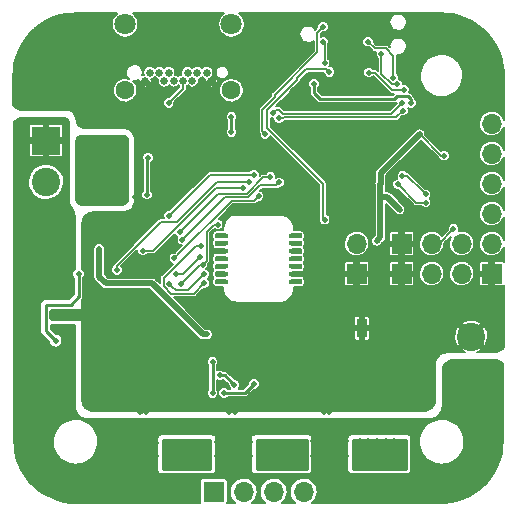
<source format=gbl>
G04 #@! TF.GenerationSoftware,KiCad,Pcbnew,(5.1.0-1390-gc38e9d5c4)*
G04 #@! TF.CreationDate,2019-08-14T17:07:38-04:00*
G04 #@! TF.ProjectId,stm32-nema17-servo,73746d33-322d-46e6-956d-6131372d7365,rev?*
G04 #@! TF.SameCoordinates,Original*
G04 #@! TF.FileFunction,Copper,L2,Bot*
G04 #@! TF.FilePolarity,Positive*
%FSLAX46Y46*%
G04 Gerber Fmt 4.6, Leading zero omitted, Abs format (unit mm)*
G04 Created by KiCad (PCBNEW (5.1.0-1390-gc38e9d5c4)) date 2019-08-14 17:07:38*
%MOMM*%
%LPD*%
G04 APERTURE LIST*
%ADD10C,0.650000*%
%ADD11C,1.800000*%
%ADD12C,1.600000*%
%ADD13O,1.700000X1.700000*%
%ADD14R,1.700000X1.700000*%
%ADD15C,0.100000*%
%ADD16C,0.450000*%
%ADD17R,0.450000X0.450000*%
%ADD18C,5.600000*%
%ADD19C,0.508000*%
%ADD20R,0.900000X1.600000*%
%ADD21C,0.600000*%
%ADD22C,2.400000*%
%ADD23R,2.400000X2.400000*%
%ADD24C,0.254000*%
%ADD25C,0.152400*%
%ADD26C,0.508000*%
G04 APERTURE END LIST*
D10*
X145600000Y-104250000D03*
X144800000Y-104250000D03*
X144000000Y-104250000D03*
X142400000Y-104250000D03*
X141600000Y-104250000D03*
X140800000Y-104250000D03*
X146000000Y-104950000D03*
X144400000Y-104950000D03*
X143600000Y-104950000D03*
X142800000Y-104950000D03*
X142000000Y-104950000D03*
X140400000Y-104950000D03*
D11*
X147700000Y-100150000D03*
X138700000Y-100150000D03*
D12*
X138700000Y-105750000D03*
X147700000Y-105750000D03*
D13*
X158300000Y-118730000D03*
D14*
X158300000Y-121270000D03*
D15*
G36*
X147180552Y-117833564D02*
G01*
X147217050Y-117857950D01*
X147241436Y-117894448D01*
X147250000Y-117937500D01*
X147250000Y-118162500D01*
X147241436Y-118205552D01*
X147217050Y-118242050D01*
X147180552Y-118266436D01*
X147137500Y-118275000D01*
X146437500Y-118275000D01*
X146394448Y-118266436D01*
X146357950Y-118242050D01*
X146333564Y-118205552D01*
X146325000Y-118162500D01*
X146325000Y-117937500D01*
X146333564Y-117894448D01*
X146357950Y-117857950D01*
X146394448Y-117833564D01*
X146437500Y-117825000D01*
X147137500Y-117825000D01*
X147180552Y-117833564D01*
X147180552Y-117833564D01*
G37*
D16*
X146787500Y-118050000D03*
D15*
G36*
X147180552Y-118483564D02*
G01*
X147217050Y-118507950D01*
X147241436Y-118544448D01*
X147250000Y-118587500D01*
X147250000Y-118812500D01*
X147241436Y-118855552D01*
X147217050Y-118892050D01*
X147180552Y-118916436D01*
X147137500Y-118925000D01*
X146437500Y-118925000D01*
X146394448Y-118916436D01*
X146357950Y-118892050D01*
X146333564Y-118855552D01*
X146325000Y-118812500D01*
X146325000Y-118587500D01*
X146333564Y-118544448D01*
X146357950Y-118507950D01*
X146394448Y-118483564D01*
X146437500Y-118475000D01*
X147137500Y-118475000D01*
X147180552Y-118483564D01*
X147180552Y-118483564D01*
G37*
D16*
X146787500Y-118700000D03*
D15*
G36*
X147180552Y-119133564D02*
G01*
X147217050Y-119157950D01*
X147241436Y-119194448D01*
X147250000Y-119237500D01*
X147250000Y-119462500D01*
X147241436Y-119505552D01*
X147217050Y-119542050D01*
X147180552Y-119566436D01*
X147137500Y-119575000D01*
X146437500Y-119575000D01*
X146394448Y-119566436D01*
X146357950Y-119542050D01*
X146333564Y-119505552D01*
X146325000Y-119462500D01*
X146325000Y-119237500D01*
X146333564Y-119194448D01*
X146357950Y-119157950D01*
X146394448Y-119133564D01*
X146437500Y-119125000D01*
X147137500Y-119125000D01*
X147180552Y-119133564D01*
X147180552Y-119133564D01*
G37*
D16*
X146787500Y-119350000D03*
D15*
G36*
X147180552Y-119783564D02*
G01*
X147217050Y-119807950D01*
X147241436Y-119844448D01*
X147250000Y-119887500D01*
X147250000Y-120112500D01*
X147241436Y-120155552D01*
X147217050Y-120192050D01*
X147180552Y-120216436D01*
X147137500Y-120225000D01*
X146437500Y-120225000D01*
X146394448Y-120216436D01*
X146357950Y-120192050D01*
X146333564Y-120155552D01*
X146325000Y-120112500D01*
X146325000Y-119887500D01*
X146333564Y-119844448D01*
X146357950Y-119807950D01*
X146394448Y-119783564D01*
X146437500Y-119775000D01*
X147137500Y-119775000D01*
X147180552Y-119783564D01*
X147180552Y-119783564D01*
G37*
D16*
X146787500Y-120000000D03*
D15*
G36*
X147180552Y-120433564D02*
G01*
X147217050Y-120457950D01*
X147241436Y-120494448D01*
X147250000Y-120537500D01*
X147250000Y-120762500D01*
X147241436Y-120805552D01*
X147217050Y-120842050D01*
X147180552Y-120866436D01*
X147137500Y-120875000D01*
X146437500Y-120875000D01*
X146394448Y-120866436D01*
X146357950Y-120842050D01*
X146333564Y-120805552D01*
X146325000Y-120762500D01*
X146325000Y-120537500D01*
X146333564Y-120494448D01*
X146357950Y-120457950D01*
X146394448Y-120433564D01*
X146437500Y-120425000D01*
X147137500Y-120425000D01*
X147180552Y-120433564D01*
X147180552Y-120433564D01*
G37*
D16*
X146787500Y-120650000D03*
D15*
G36*
X147180552Y-121083564D02*
G01*
X147217050Y-121107950D01*
X147241436Y-121144448D01*
X147250000Y-121187500D01*
X147250000Y-121412500D01*
X147241436Y-121455552D01*
X147217050Y-121492050D01*
X147180552Y-121516436D01*
X147137500Y-121525000D01*
X146437500Y-121525000D01*
X146394448Y-121516436D01*
X146357950Y-121492050D01*
X146333564Y-121455552D01*
X146325000Y-121412500D01*
X146325000Y-121187500D01*
X146333564Y-121144448D01*
X146357950Y-121107950D01*
X146394448Y-121083564D01*
X146437500Y-121075000D01*
X147137500Y-121075000D01*
X147180552Y-121083564D01*
X147180552Y-121083564D01*
G37*
D16*
X146787500Y-121300000D03*
D15*
G36*
X147180552Y-121733564D02*
G01*
X147217050Y-121757950D01*
X147241436Y-121794448D01*
X147250000Y-121837500D01*
X147250000Y-122062500D01*
X147241436Y-122105552D01*
X147217050Y-122142050D01*
X147180552Y-122166436D01*
X147137500Y-122175000D01*
X146437500Y-122175000D01*
X146394448Y-122166436D01*
X146357950Y-122142050D01*
X146333564Y-122105552D01*
X146325000Y-122062500D01*
X146325000Y-121837500D01*
X146333564Y-121794448D01*
X146357950Y-121757950D01*
X146394448Y-121733564D01*
X146437500Y-121725000D01*
X147137500Y-121725000D01*
X147180552Y-121733564D01*
X147180552Y-121733564D01*
G37*
D16*
X146787500Y-121950000D03*
D15*
G36*
X153605552Y-121733564D02*
G01*
X153642050Y-121757950D01*
X153666436Y-121794448D01*
X153675000Y-121837500D01*
X153675000Y-122062500D01*
X153666436Y-122105552D01*
X153642050Y-122142050D01*
X153605552Y-122166436D01*
X153562500Y-122175000D01*
X152862500Y-122175000D01*
X152819448Y-122166436D01*
X152782950Y-122142050D01*
X152758564Y-122105552D01*
X152750000Y-122062500D01*
X152750000Y-121837500D01*
X152758564Y-121794448D01*
X152782950Y-121757950D01*
X152819448Y-121733564D01*
X152862500Y-121725000D01*
X153562500Y-121725000D01*
X153605552Y-121733564D01*
X153605552Y-121733564D01*
G37*
D16*
X153212500Y-121950000D03*
D15*
G36*
X153605552Y-121083564D02*
G01*
X153642050Y-121107950D01*
X153666436Y-121144448D01*
X153675000Y-121187500D01*
X153675000Y-121412500D01*
X153666436Y-121455552D01*
X153642050Y-121492050D01*
X153605552Y-121516436D01*
X153562500Y-121525000D01*
X152862500Y-121525000D01*
X152819448Y-121516436D01*
X152782950Y-121492050D01*
X152758564Y-121455552D01*
X152750000Y-121412500D01*
X152750000Y-121187500D01*
X152758564Y-121144448D01*
X152782950Y-121107950D01*
X152819448Y-121083564D01*
X152862500Y-121075000D01*
X153562500Y-121075000D01*
X153605552Y-121083564D01*
X153605552Y-121083564D01*
G37*
D16*
X153212500Y-121300000D03*
D15*
G36*
X153605552Y-120433564D02*
G01*
X153642050Y-120457950D01*
X153666436Y-120494448D01*
X153675000Y-120537500D01*
X153675000Y-120762500D01*
X153666436Y-120805552D01*
X153642050Y-120842050D01*
X153605552Y-120866436D01*
X153562500Y-120875000D01*
X152862500Y-120875000D01*
X152819448Y-120866436D01*
X152782950Y-120842050D01*
X152758564Y-120805552D01*
X152750000Y-120762500D01*
X152750000Y-120537500D01*
X152758564Y-120494448D01*
X152782950Y-120457950D01*
X152819448Y-120433564D01*
X152862500Y-120425000D01*
X153562500Y-120425000D01*
X153605552Y-120433564D01*
X153605552Y-120433564D01*
G37*
D16*
X153212500Y-120650000D03*
D15*
G36*
X153605552Y-119783564D02*
G01*
X153642050Y-119807950D01*
X153666436Y-119844448D01*
X153675000Y-119887500D01*
X153675000Y-120112500D01*
X153666436Y-120155552D01*
X153642050Y-120192050D01*
X153605552Y-120216436D01*
X153562500Y-120225000D01*
X152862500Y-120225000D01*
X152819448Y-120216436D01*
X152782950Y-120192050D01*
X152758564Y-120155552D01*
X152750000Y-120112500D01*
X152750000Y-119887500D01*
X152758564Y-119844448D01*
X152782950Y-119807950D01*
X152819448Y-119783564D01*
X152862500Y-119775000D01*
X153562500Y-119775000D01*
X153605552Y-119783564D01*
X153605552Y-119783564D01*
G37*
D16*
X153212500Y-120000000D03*
D15*
G36*
X153605552Y-119133564D02*
G01*
X153642050Y-119157950D01*
X153666436Y-119194448D01*
X153675000Y-119237500D01*
X153675000Y-119462500D01*
X153666436Y-119505552D01*
X153642050Y-119542050D01*
X153605552Y-119566436D01*
X153562500Y-119575000D01*
X152862500Y-119575000D01*
X152819448Y-119566436D01*
X152782950Y-119542050D01*
X152758564Y-119505552D01*
X152750000Y-119462500D01*
X152750000Y-119237500D01*
X152758564Y-119194448D01*
X152782950Y-119157950D01*
X152819448Y-119133564D01*
X152862500Y-119125000D01*
X153562500Y-119125000D01*
X153605552Y-119133564D01*
X153605552Y-119133564D01*
G37*
D16*
X153212500Y-119350000D03*
D15*
G36*
X153605552Y-118483564D02*
G01*
X153642050Y-118507950D01*
X153666436Y-118544448D01*
X153675000Y-118587500D01*
X153675000Y-118812500D01*
X153666436Y-118855552D01*
X153642050Y-118892050D01*
X153605552Y-118916436D01*
X153562500Y-118925000D01*
X152862500Y-118925000D01*
X152819448Y-118916436D01*
X152782950Y-118892050D01*
X152758564Y-118855552D01*
X152750000Y-118812500D01*
X152750000Y-118587500D01*
X152758564Y-118544448D01*
X152782950Y-118507950D01*
X152819448Y-118483564D01*
X152862500Y-118475000D01*
X153562500Y-118475000D01*
X153605552Y-118483564D01*
X153605552Y-118483564D01*
G37*
D16*
X153212500Y-118700000D03*
D15*
G36*
X153605552Y-117833564D02*
G01*
X153642050Y-117857950D01*
X153666436Y-117894448D01*
X153675000Y-117937500D01*
X153675000Y-118162500D01*
X153666436Y-118205552D01*
X153642050Y-118242050D01*
X153605552Y-118266436D01*
X153562500Y-118275000D01*
X152862500Y-118275000D01*
X152819448Y-118266436D01*
X152782950Y-118242050D01*
X152758564Y-118205552D01*
X152750000Y-118162500D01*
X152750000Y-117937500D01*
X152758564Y-117894448D01*
X152782950Y-117857950D01*
X152819448Y-117833564D01*
X152862500Y-117825000D01*
X153562500Y-117825000D01*
X153605552Y-117833564D01*
X153605552Y-117833564D01*
G37*
D16*
X153212500Y-118050000D03*
D17*
X152750000Y-121950000D03*
X152750000Y-121300000D03*
X152750000Y-120650000D03*
X152750000Y-120000000D03*
X152750000Y-119350000D03*
X152750000Y-118700000D03*
X152750000Y-118050000D03*
X147250000Y-118050000D03*
X147250000Y-118700000D03*
X147250000Y-119350000D03*
X147250000Y-120000000D03*
X147250000Y-120650000D03*
X147250000Y-121300000D03*
X147250000Y-121950000D03*
D13*
X167190000Y-121270000D03*
X164650000Y-121270000D03*
D14*
X162110000Y-121270000D03*
D13*
X167190000Y-118730000D03*
X164650000Y-118730000D03*
D14*
X162110000Y-118730000D03*
D18*
X134500000Y-104500000D03*
D19*
X160550000Y-111050000D03*
X159275000Y-111050000D03*
X158000000Y-111050000D03*
X156725000Y-111050000D03*
X155450000Y-111050000D03*
X160550000Y-109775000D03*
X159275000Y-109775000D03*
X158000000Y-109775000D03*
X156725000Y-109775000D03*
X155450000Y-109775000D03*
X160550000Y-108500000D03*
X159275000Y-108500000D03*
X158000000Y-108500000D03*
X156725000Y-108500000D03*
X155450000Y-108500000D03*
X160550000Y-107225000D03*
X159275000Y-107225000D03*
X158000000Y-107225000D03*
X156725000Y-107225000D03*
X155450000Y-107225000D03*
X160550000Y-105950000D03*
X159275000Y-105950000D03*
X158000000Y-105950000D03*
X156725000Y-105950000D03*
X155450000Y-105950000D03*
X139144388Y-122751625D03*
X138253433Y-123642579D03*
X137362479Y-124533534D03*
X140643454Y-127814509D03*
X142425363Y-126032600D03*
X141534409Y-126923555D03*
X137362479Y-126032600D03*
X139144388Y-127814509D03*
X138253433Y-126923555D03*
X140643454Y-122751625D03*
X142425363Y-124533534D03*
X141534409Y-123642579D03*
X141675830Y-125283067D03*
X140784876Y-124392112D03*
X140784876Y-126174022D03*
X139893921Y-125283067D03*
X139893921Y-127064976D03*
X139002966Y-126174022D03*
X139893921Y-123501158D03*
X139002966Y-124392112D03*
X138112012Y-125283067D03*
D13*
X169730000Y-108570000D03*
X169730000Y-111110000D03*
X169730000Y-113650000D03*
X169730000Y-116190000D03*
X169730000Y-118730000D03*
D14*
X169730000Y-121270000D03*
D20*
X158730000Y-125900000D03*
D21*
X158730000Y-126400000D03*
X158730000Y-125400000D03*
D22*
X132000000Y-113500000D03*
D23*
X132000000Y-110000000D03*
D22*
X168000000Y-126600000D03*
D23*
X168000000Y-130100000D03*
D13*
X153810000Y-139730000D03*
X151270000Y-139730000D03*
X148730000Y-139730000D03*
D14*
X146190000Y-139730000D03*
D19*
X147700000Y-109282600D03*
X147700000Y-108000000D03*
X142400000Y-106816402D03*
X160540000Y-101635000D03*
X160400000Y-102700000D03*
X155460000Y-100365000D03*
X150561439Y-109443939D03*
X155600000Y-116700000D03*
X151759670Y-113542184D03*
X156000000Y-104200000D03*
X149500000Y-109600000D03*
X151233018Y-107633018D03*
X151700000Y-108100000D03*
X149600000Y-112900000D03*
X149200000Y-113500000D03*
X148700000Y-114000000D03*
X151000000Y-113100000D03*
X159270000Y-101635000D03*
X153850000Y-126500000D03*
X153850000Y-127000000D03*
X150650000Y-126500000D03*
X150650000Y-127000000D03*
X147450000Y-126350000D03*
X147446995Y-126870377D03*
X146100000Y-128750000D03*
X147078105Y-131371895D03*
X147950000Y-130700000D03*
X130300000Y-129000000D03*
X131300000Y-129000000D03*
X130800000Y-129000000D03*
X134806412Y-121300000D03*
X132810114Y-126957097D03*
X165700000Y-111281864D03*
X166369002Y-111300920D03*
X166500000Y-117500000D03*
X160000000Y-118500000D03*
X145650000Y-126400000D03*
X138000000Y-120950000D03*
X135839590Y-121461268D03*
X136500000Y-119150000D03*
X168000000Y-109052600D03*
X168000000Y-111000000D03*
X155608750Y-103432600D03*
X155450000Y-101650000D03*
X158000000Y-101650000D03*
X156750000Y-100350000D03*
X162907053Y-106842947D03*
X160300000Y-114782600D03*
X161941250Y-115841250D03*
X160341262Y-113658748D03*
X163650000Y-109450000D03*
X154700000Y-105200000D03*
X150100000Y-106750000D03*
X153400000Y-102450000D03*
X150150000Y-99900000D03*
X145400000Y-107350000D03*
X140650000Y-111450000D03*
X140547578Y-114579515D03*
X143542890Y-118397905D03*
X145117390Y-118900000D03*
X145253525Y-120510882D03*
X145050009Y-119882610D03*
X143004748Y-121311516D03*
X142865545Y-119960320D03*
X145388952Y-122093648D03*
X154100000Y-104600000D03*
X163899158Y-108800000D03*
X162218627Y-107455233D03*
X162165123Y-106797003D03*
X139500000Y-114800000D03*
X139900000Y-114450000D03*
X139900000Y-113950000D03*
X159341250Y-104241250D03*
X162300000Y-105700000D03*
X164148146Y-115245766D03*
X163332507Y-113067493D03*
X150007781Y-114707770D03*
X164058750Y-115958750D03*
X157800000Y-115000000D03*
X161100000Y-113700000D03*
X137200000Y-114600000D03*
X136200000Y-114600000D03*
X136200000Y-111800000D03*
X137200000Y-111800000D03*
X138300000Y-111800000D03*
X138300000Y-112500000D03*
X138300000Y-113200000D03*
X138300000Y-113900000D03*
X138300000Y-114600000D03*
X141300000Y-135600000D03*
X141300000Y-134600000D03*
X138500000Y-134600000D03*
X138500000Y-135600000D03*
X138500000Y-136700000D03*
X139200000Y-136700000D03*
X139900000Y-136700000D03*
X140600000Y-136700000D03*
X141300000Y-136700000D03*
X145400000Y-136600000D03*
X145400000Y-137600000D03*
X142600000Y-137600000D03*
X142600000Y-136700000D03*
X142600000Y-135500000D03*
X143300000Y-135500000D03*
X144000000Y-135500000D03*
X144700000Y-135500000D03*
X145450000Y-135500000D03*
X137500000Y-116500000D03*
X137500000Y-117000000D03*
X133685894Y-122600000D03*
X133100000Y-122600000D03*
X146500000Y-134600000D03*
X146500000Y-135500000D03*
X146500000Y-136700000D03*
X147200000Y-136700000D03*
X147900000Y-136700000D03*
X148600000Y-136700000D03*
X149300000Y-136700000D03*
X149300000Y-135500000D03*
X149300000Y-134600000D03*
X150600000Y-136600000D03*
X150600000Y-137600000D03*
X153400000Y-137600000D03*
X153400000Y-136700000D03*
X152700000Y-135500000D03*
X152000000Y-135500000D03*
X151300000Y-135500000D03*
X150600000Y-135500000D03*
X153400000Y-135500000D03*
X161500000Y-136700000D03*
X161500000Y-137600000D03*
X158600000Y-137600000D03*
X158600000Y-136700000D03*
X159300000Y-135450000D03*
X156000000Y-136700000D03*
X155400000Y-136700000D03*
X156600000Y-136700000D03*
X157400000Y-136700000D03*
X154600000Y-136700000D03*
X154600000Y-135400000D03*
X154600000Y-134600000D03*
X157400000Y-134600000D03*
X157400000Y-135400000D03*
X155500000Y-133000000D03*
X156000000Y-133000000D03*
X155500000Y-132500000D03*
X156000000Y-132500000D03*
X147500000Y-133000000D03*
X148000000Y-133000000D03*
X147500000Y-132500000D03*
X148000000Y-132500000D03*
X140500000Y-133000000D03*
X140000000Y-133000000D03*
X140000000Y-132500000D03*
X140500000Y-132500000D03*
X146539677Y-117111937D03*
X142400000Y-116400000D03*
X164145057Y-114562543D03*
X161793299Y-113706652D03*
X162182400Y-113000000D03*
X161500000Y-135450000D03*
X160800000Y-135450000D03*
X160050000Y-135450000D03*
X158600000Y-135400000D03*
X161727572Y-105248267D03*
X161400000Y-104674833D03*
X146100000Y-131400000D03*
X140209498Y-119323050D03*
X142200000Y-112300000D03*
X143000000Y-112300000D03*
X143000000Y-114100000D03*
X142200000Y-114100000D03*
X142600000Y-113200000D03*
X145400000Y-121300000D03*
X143352587Y-117752586D03*
X142454306Y-122128209D03*
X143419518Y-122169522D03*
X146700000Y-129866590D03*
X149600000Y-130599358D03*
X133000000Y-124500000D03*
X133000000Y-125000000D03*
X132500000Y-124500000D03*
X132500000Y-125000000D03*
X134300000Y-130500000D03*
X134300000Y-131100000D03*
X136914896Y-130400000D03*
D24*
X147700000Y-108000000D02*
X147700000Y-109282600D01*
D25*
X150561439Y-109443939D02*
X150307440Y-109189940D01*
X154967399Y-100857601D02*
X155460000Y-100365000D01*
X150307440Y-109189940D02*
X150307440Y-107413280D01*
X150307440Y-107413280D02*
X151367399Y-106353321D01*
X151367399Y-106353321D02*
X151367399Y-106132601D01*
X151367399Y-106132601D02*
X154967399Y-102532601D01*
X154967399Y-102532601D02*
X154967399Y-100857601D01*
X156000000Y-104200000D02*
X155746001Y-103946001D01*
X155450000Y-113650000D02*
X155450000Y-116550000D01*
X155746001Y-103946001D02*
X154039749Y-103946001D01*
X154039749Y-103946001D02*
X153256246Y-104729504D01*
X153256246Y-104729504D02*
X153256246Y-104843754D01*
X153256246Y-104843754D02*
X152400000Y-105700000D01*
X152400000Y-105700000D02*
X152400000Y-105751786D01*
X152400000Y-105751786D02*
X150750417Y-107401369D01*
X150750417Y-107401369D02*
X150750417Y-108950417D01*
X150750417Y-108950417D02*
X155450000Y-113650000D01*
X155450000Y-116550000D02*
X155600000Y-116700000D01*
X142400000Y-106816402D02*
X143600000Y-105616402D01*
X143600000Y-105616402D02*
X143600000Y-104950000D01*
X151505671Y-113796183D02*
X151759670Y-113542184D01*
X146539677Y-117111937D02*
X146188063Y-117111937D01*
X146188063Y-117111937D02*
X145600000Y-117700000D01*
X145600000Y-117700000D02*
X145600000Y-120164407D01*
X145600000Y-120164407D02*
X145253525Y-120510882D01*
X161400000Y-104674833D02*
X161400000Y-102800000D01*
X161400000Y-102800000D02*
X160800000Y-102200000D01*
X160800000Y-102200000D02*
X159835000Y-102200000D01*
X159835000Y-102200000D02*
X159270000Y-101635000D01*
X161727572Y-105248267D02*
X161259184Y-105248267D01*
X160400000Y-104389083D02*
X160400000Y-103059210D01*
X160400000Y-103059210D02*
X160400000Y-102700000D01*
X161259184Y-105248267D02*
X160400000Y-104389083D01*
X149118488Y-114804811D02*
X150127116Y-113796183D01*
X150127116Y-113796183D02*
X151505671Y-113796183D01*
X143542890Y-118397905D02*
X147135984Y-114804811D01*
X147135984Y-114804811D02*
X149118488Y-114804811D01*
X151693271Y-107379019D02*
X151487017Y-107379019D01*
X162165123Y-106797003D02*
X161249538Y-107712588D01*
X152026840Y-107712588D02*
X151693271Y-107379019D01*
X152059210Y-108100000D02*
X151700000Y-108100000D01*
X152141811Y-108017399D02*
X152059210Y-108100000D01*
X161249538Y-107712588D02*
X152026840Y-107712588D01*
X151487017Y-107379019D02*
X151233018Y-107633018D01*
X162218627Y-107455233D02*
X161656461Y-108017399D01*
X161656461Y-108017399D02*
X152141811Y-108017399D01*
X145900000Y-112900000D02*
X149240790Y-112900000D01*
X149240790Y-112900000D02*
X149600000Y-112900000D01*
X142400000Y-116400000D02*
X145900000Y-112900000D01*
X146457126Y-113500000D02*
X148840790Y-113500000D01*
X148840790Y-113500000D02*
X149200000Y-113500000D01*
X138000000Y-120590790D02*
X141708188Y-116882602D01*
X143074524Y-116882602D02*
X146457126Y-113500000D01*
X138000000Y-120950000D02*
X138000000Y-120590790D01*
X141708188Y-116882602D02*
X143074524Y-116882602D01*
X141099609Y-119323050D02*
X146422659Y-114000000D01*
X140209498Y-119323050D02*
X141099609Y-119323050D01*
X148340790Y-114000000D02*
X148700000Y-114000000D01*
X146422659Y-114000000D02*
X148340790Y-114000000D01*
X147716243Y-115109622D02*
X143119544Y-119706321D01*
X150007781Y-114707770D02*
X149605929Y-115109622D01*
X149605929Y-115109622D02*
X147716243Y-115109622D01*
X143119544Y-119706321D02*
X142865545Y-119960320D01*
X150640790Y-113100000D02*
X151000000Y-113100000D01*
X143352587Y-117752586D02*
X146605173Y-114500000D01*
X146605173Y-114500000D02*
X148992232Y-114500000D01*
X150392232Y-113100000D02*
X150640790Y-113100000D01*
X148992232Y-114500000D02*
X150392232Y-113100000D01*
D24*
X146100000Y-131400000D02*
X146100000Y-128750000D01*
X146700000Y-129866590D02*
X147116590Y-129866590D01*
X148827463Y-131371895D02*
X147437315Y-131371895D01*
X149600000Y-130599358D02*
X148827463Y-131371895D01*
X147696001Y-130446001D02*
X147950000Y-130700000D01*
X147437315Y-131371895D02*
X147078105Y-131371895D01*
X147116590Y-129866590D02*
X147696001Y-130446001D01*
X132810114Y-126957097D02*
X131966599Y-126113582D01*
X131966599Y-126113582D02*
X131966599Y-123900000D01*
X131966599Y-123900000D02*
X134100000Y-123900000D01*
X134806412Y-123193588D02*
X134806412Y-121659210D01*
X134100000Y-123900000D02*
X134806412Y-123193588D01*
X134806412Y-121659210D02*
X134806412Y-121300000D01*
D25*
X165481864Y-111281864D02*
X165700000Y-111281864D01*
X163650000Y-109450000D02*
X165481864Y-111281864D01*
X166500000Y-117500000D02*
X165270000Y-118730000D01*
X165270000Y-118730000D02*
X164650000Y-118730000D01*
D26*
X160300000Y-114782600D02*
X160300000Y-118200000D01*
X160300000Y-118200000D02*
X160000000Y-118500000D01*
X145290790Y-126400000D02*
X145650000Y-126400000D01*
X140960447Y-122091224D02*
X145269223Y-126400000D01*
X136500000Y-119150000D02*
X136500000Y-121538697D01*
X137052527Y-122091224D02*
X140960447Y-122091224D01*
X136500000Y-121538697D02*
X137052527Y-122091224D01*
X145269223Y-126400000D02*
X145290790Y-126400000D01*
D25*
X155608750Y-103432600D02*
X155608750Y-101808750D01*
X155608750Y-101808750D02*
X155450000Y-101650000D01*
D24*
X161722740Y-106263602D02*
X161502941Y-106483401D01*
X161502941Y-106483401D02*
X155193967Y-106483401D01*
X162907053Y-106842947D02*
X162907053Y-106483737D01*
X155193967Y-106483401D02*
X154700000Y-105989434D01*
X162686918Y-106263602D02*
X161722740Y-106263602D01*
X154700000Y-105989434D02*
X154700000Y-105200000D01*
X162907053Y-106483737D02*
X162686918Y-106263602D01*
D26*
X160341262Y-112758738D02*
X160341262Y-113658748D01*
X163650000Y-109450000D02*
X160341262Y-112758738D01*
X160882600Y-114782600D02*
X161941250Y-115841250D01*
X160300000Y-114782600D02*
X160882600Y-114782600D01*
X160300000Y-114782600D02*
X160300000Y-113700010D01*
X160300000Y-113700010D02*
X160341262Y-113658748D01*
D24*
X140547578Y-114579515D02*
X140547578Y-111552422D01*
X140547578Y-111552422D02*
X140650000Y-111450000D01*
D25*
X141956511Y-121646629D02*
X144703140Y-118900000D01*
X144758180Y-118900000D02*
X145117390Y-118900000D01*
X142568771Y-122956933D02*
X141956511Y-122344673D01*
X145388952Y-122093648D02*
X144525667Y-122956933D01*
X144525667Y-122956933D02*
X142568771Y-122956933D01*
X141956511Y-122344673D02*
X141956511Y-121646629D01*
X144703140Y-118900000D02*
X144758180Y-118900000D01*
X145078158Y-120510882D02*
X145253525Y-120510882D01*
X143419518Y-122169522D02*
X145078158Y-120510882D01*
X144796010Y-120136609D02*
X145050009Y-119882610D01*
X143621103Y-121311516D02*
X144796010Y-120136609D01*
X143004748Y-121311516D02*
X143621103Y-121311516D01*
X159341250Y-104241250D02*
X159821101Y-104241250D01*
X159821101Y-104241250D02*
X161310719Y-105730868D01*
X161310719Y-105730868D02*
X161909922Y-105730868D01*
X161909922Y-105730868D02*
X161940790Y-105700000D01*
X161940790Y-105700000D02*
X162300000Y-105700000D01*
X163788936Y-115245766D02*
X164148146Y-115245766D01*
X163332413Y-115245766D02*
X163788936Y-115245766D01*
X161793299Y-113706652D02*
X163332413Y-115245766D01*
D26*
X156000000Y-133000000D02*
X156000000Y-132500000D01*
X155500000Y-133000000D02*
X155500000Y-132500000D01*
X148000000Y-133000000D02*
X148000000Y-132500000D01*
X147500000Y-133000000D02*
X147500000Y-132500000D01*
X140500000Y-132500000D02*
X140000000Y-133000000D01*
X140500000Y-133000000D02*
X140500000Y-132500000D01*
D25*
X162582514Y-113000000D02*
X163891058Y-114308544D01*
X163891058Y-114308544D02*
X164145057Y-114562543D01*
X162182400Y-113000000D02*
X162582514Y-113000000D01*
X142978220Y-122652123D02*
X142708305Y-122382208D01*
X145400000Y-121300000D02*
X144047877Y-122652123D01*
X142708305Y-122382208D02*
X142454306Y-122128209D01*
X144047877Y-122652123D02*
X142978220Y-122652123D01*
D26*
X133000000Y-124500000D02*
X135000000Y-124500000D01*
X133000000Y-125000000D02*
X135000000Y-125000000D01*
X132500000Y-124500000D02*
X133000000Y-124500000D01*
X132500000Y-125000000D02*
X133000000Y-125000000D01*
X132500000Y-125000000D02*
X133000000Y-124500000D01*
X132500000Y-124500000D02*
X132500000Y-125000000D01*
D25*
G36*
X135085412Y-123416069D02*
G01*
X135095927Y-123399338D01*
X135133895Y-123351862D01*
X135138555Y-123331513D01*
X135149687Y-123313803D01*
X135156584Y-123252794D01*
X135161012Y-123233461D01*
X135161012Y-123213629D01*
X135167861Y-123153047D01*
X135161012Y-123133433D01*
X135161012Y-121626509D01*
X135214454Y-121573160D01*
X135228764Y-121538697D01*
X136008967Y-121538697D01*
X136046344Y-121726608D01*
X136071008Y-121763519D01*
X136152787Y-121885910D01*
X136192998Y-121912779D01*
X136678444Y-122398225D01*
X136705314Y-122438437D01*
X136864616Y-122544881D01*
X137005098Y-122572824D01*
X137005102Y-122572824D01*
X137052526Y-122582257D01*
X137099950Y-122572824D01*
X140760964Y-122572824D01*
X144895143Y-126707004D01*
X144922010Y-126747213D01*
X145081312Y-126853657D01*
X145221794Y-126881600D01*
X145221798Y-126881600D01*
X145269222Y-126891033D01*
X145316646Y-126881600D01*
X145650718Y-126881600D01*
X145745375Y-126881683D01*
X145790270Y-126863134D01*
X145837911Y-126853657D01*
X145877948Y-126826905D01*
X145922447Y-126808518D01*
X145956828Y-126774197D01*
X145997213Y-126747213D01*
X146023963Y-126707180D01*
X146058042Y-126673160D01*
X146076671Y-126628297D01*
X146103657Y-126587910D01*
X146113050Y-126540686D01*
X146131515Y-126496216D01*
X146131558Y-126447643D01*
X146141034Y-126400000D01*
X146131641Y-126352776D01*
X146131683Y-126304625D01*
X146113134Y-126259731D01*
X146103657Y-126212089D01*
X146076905Y-126172052D01*
X146058518Y-126127553D01*
X146024197Y-126093172D01*
X146014595Y-126078800D01*
X158049414Y-126078800D01*
X158049414Y-126707406D01*
X158065605Y-126788806D01*
X158115910Y-126864090D01*
X158191194Y-126914395D01*
X158272594Y-126930586D01*
X158551200Y-126930586D01*
X158551200Y-126078800D01*
X158908800Y-126078800D01*
X158908800Y-126930586D01*
X159187406Y-126930586D01*
X159268806Y-126914395D01*
X159344090Y-126864090D01*
X159394395Y-126788806D01*
X159410586Y-126707406D01*
X159410586Y-126584997D01*
X166567319Y-126584997D01*
X166585274Y-126826602D01*
X166643679Y-127061729D01*
X166740867Y-127283653D01*
X166868917Y-127478221D01*
X167747139Y-126600000D01*
X168252861Y-126600000D01*
X169137032Y-127484170D01*
X169294262Y-127214561D01*
X169379306Y-126987705D01*
X169424979Y-126749407D01*
X169427796Y-126480468D01*
X169387122Y-126241266D01*
X169306849Y-126012679D01*
X169189207Y-125800883D01*
X169128102Y-125724761D01*
X168252861Y-126600000D01*
X167747139Y-126600000D01*
X166870375Y-125723237D01*
X166755460Y-125890127D01*
X166653647Y-126109968D01*
X166590330Y-126343820D01*
X166567319Y-126584997D01*
X159410586Y-126584997D01*
X159410586Y-126078800D01*
X158908800Y-126078800D01*
X158551200Y-126078800D01*
X158049414Y-126078800D01*
X146014595Y-126078800D01*
X145997213Y-126052787D01*
X145957180Y-126026037D01*
X145923160Y-125991958D01*
X145878297Y-125973329D01*
X145837910Y-125946343D01*
X145790686Y-125936950D01*
X145746216Y-125918485D01*
X145697642Y-125918442D01*
X145697429Y-125918400D01*
X145649282Y-125918400D01*
X145554591Y-125918317D01*
X145554391Y-125918400D01*
X145468707Y-125918400D01*
X144642901Y-125092594D01*
X158049414Y-125092594D01*
X158049414Y-125721200D01*
X158551200Y-125721200D01*
X158551200Y-124869414D01*
X158908800Y-124869414D01*
X158908800Y-125721200D01*
X159410586Y-125721200D01*
X159410586Y-125471551D01*
X167124413Y-125471551D01*
X168000000Y-126347139D01*
X168880701Y-125466437D01*
X168650459Y-125323403D01*
X168426067Y-125232058D01*
X168189491Y-125179827D01*
X167947498Y-125168203D01*
X167707007Y-125197519D01*
X167474892Y-125266935D01*
X167257793Y-125374468D01*
X167124413Y-125471551D01*
X159410586Y-125471551D01*
X159410586Y-125092594D01*
X159394395Y-125011194D01*
X159344090Y-124935910D01*
X159268806Y-124885605D01*
X159187406Y-124869414D01*
X158908800Y-124869414D01*
X158551200Y-124869414D01*
X158272594Y-124869414D01*
X158191194Y-124885605D01*
X158115910Y-124935910D01*
X158065605Y-125011194D01*
X158049414Y-125092594D01*
X144642901Y-125092594D01*
X142811039Y-123260733D01*
X144565020Y-123260733D01*
X144565024Y-123260732D01*
X144607070Y-123260732D01*
X144642925Y-123240031D01*
X144682925Y-123229312D01*
X144805824Y-123106414D01*
X144805824Y-123106412D01*
X145337035Y-122575202D01*
X145484328Y-122575331D01*
X145661400Y-122502166D01*
X145796994Y-122366808D01*
X145870467Y-122189864D01*
X145870635Y-121998272D01*
X145797470Y-121821200D01*
X145678727Y-121702250D01*
X145808042Y-121573160D01*
X145881515Y-121396216D01*
X145881683Y-121204624D01*
X145808518Y-121027552D01*
X145673160Y-120891958D01*
X145588626Y-120856856D01*
X145661567Y-120784042D01*
X145735040Y-120607098D01*
X145735170Y-120458874D01*
X145872380Y-120321665D01*
X145883097Y-120281669D01*
X145903800Y-120245810D01*
X145903800Y-117932298D01*
X146094414Y-117932298D01*
X146094414Y-118167702D01*
X146119336Y-118292997D01*
X146174130Y-118375000D01*
X146119336Y-118457003D01*
X146094414Y-118582298D01*
X146094414Y-118817702D01*
X146119336Y-118942997D01*
X146174130Y-119025000D01*
X146135228Y-119083221D01*
X146123001Y-119133186D01*
X146145752Y-119179321D01*
X146197754Y-119200200D01*
X146937300Y-119200200D01*
X146937300Y-119499800D01*
X146197754Y-119499800D01*
X146149416Y-119517393D01*
X146123696Y-119561942D01*
X146135228Y-119616779D01*
X146174130Y-119675000D01*
X146119336Y-119757003D01*
X146094414Y-119882298D01*
X146094414Y-120117702D01*
X146119336Y-120242997D01*
X146174130Y-120325000D01*
X146119336Y-120407003D01*
X146094414Y-120532298D01*
X146094414Y-120767702D01*
X146119336Y-120892997D01*
X146174130Y-120975000D01*
X146119336Y-121057003D01*
X146094414Y-121182298D01*
X146094414Y-121417702D01*
X146119336Y-121542997D01*
X146174130Y-121625000D01*
X146119336Y-121707003D01*
X146094414Y-121832298D01*
X146094414Y-122067702D01*
X146119336Y-122192997D01*
X146194506Y-122305494D01*
X146307003Y-122380664D01*
X146432298Y-122405586D01*
X147022400Y-122405586D01*
X147022400Y-122576076D01*
X147016825Y-122602306D01*
X147022791Y-122716155D01*
X147025435Y-122724291D01*
X147024987Y-122732831D01*
X147068223Y-122936239D01*
X147074890Y-122949323D01*
X147077187Y-122963830D01*
X147161770Y-123153804D01*
X147171014Y-123165221D01*
X147176278Y-123178931D01*
X147298508Y-123347168D01*
X147309924Y-123356413D01*
X147317922Y-123368728D01*
X147472458Y-123507874D01*
X147485546Y-123514543D01*
X147495931Y-123524928D01*
X147676023Y-123628904D01*
X147690208Y-123632705D01*
X147702527Y-123640705D01*
X147900301Y-123704966D01*
X147914968Y-123705735D01*
X147928681Y-123710998D01*
X148135494Y-123732735D01*
X148167913Y-123727600D01*
X151826076Y-123727600D01*
X151852306Y-123733175D01*
X151966155Y-123727209D01*
X151974291Y-123724565D01*
X151982831Y-123725013D01*
X152186239Y-123681777D01*
X152199323Y-123675110D01*
X152213830Y-123672813D01*
X152403804Y-123588230D01*
X152415221Y-123578986D01*
X152428931Y-123573722D01*
X152597168Y-123451492D01*
X152606413Y-123440076D01*
X152618728Y-123432078D01*
X152757874Y-123277542D01*
X152764543Y-123264454D01*
X152774928Y-123254069D01*
X152878904Y-123073977D01*
X152882705Y-123059792D01*
X152890705Y-123047473D01*
X152954966Y-122849699D01*
X152955735Y-122835032D01*
X152960998Y-122821319D01*
X152982735Y-122614506D01*
X152977600Y-122582087D01*
X152977600Y-122405586D01*
X153567702Y-122405586D01*
X153692997Y-122380664D01*
X153805494Y-122305494D01*
X153880664Y-122192997D01*
X153905586Y-122067702D01*
X153905586Y-121832298D01*
X153880664Y-121707003D01*
X153825870Y-121625000D01*
X153864772Y-121566779D01*
X153876999Y-121516814D01*
X153854248Y-121470679D01*
X153802246Y-121449800D01*
X153062700Y-121449800D01*
X153062700Y-121448800D01*
X157219414Y-121448800D01*
X157219414Y-122127406D01*
X157235605Y-122208806D01*
X157285910Y-122284090D01*
X157361194Y-122334395D01*
X157442594Y-122350586D01*
X158121200Y-122350586D01*
X158121200Y-121448800D01*
X158478800Y-121448800D01*
X158478800Y-122350586D01*
X159157406Y-122350586D01*
X159238806Y-122334395D01*
X159314090Y-122284090D01*
X159364395Y-122208806D01*
X159380586Y-122127406D01*
X159380586Y-121448800D01*
X161029414Y-121448800D01*
X161029414Y-122127406D01*
X161045605Y-122208806D01*
X161095910Y-122284090D01*
X161171194Y-122334395D01*
X161252594Y-122350586D01*
X161931200Y-122350586D01*
X161931200Y-121448800D01*
X162288800Y-121448800D01*
X162288800Y-122350586D01*
X162967406Y-122350586D01*
X163048806Y-122334395D01*
X163124090Y-122284090D01*
X163174395Y-122208806D01*
X163190586Y-122127406D01*
X163190586Y-121448800D01*
X162288800Y-121448800D01*
X161931200Y-121448800D01*
X161029414Y-121448800D01*
X159380586Y-121448800D01*
X158478800Y-121448800D01*
X158121200Y-121448800D01*
X157219414Y-121448800D01*
X153062700Y-121448800D01*
X153062700Y-121322912D01*
X163568137Y-121322912D01*
X163600874Y-121539370D01*
X163676466Y-121744824D01*
X163791827Y-121930882D01*
X163942244Y-122089944D01*
X164121572Y-122215511D01*
X164324316Y-122303246D01*
X164610825Y-122347600D01*
X164704698Y-122347600D01*
X164867799Y-122331033D01*
X165076701Y-122265567D01*
X165268172Y-122159432D01*
X165434391Y-122016965D01*
X165568568Y-121843985D01*
X165665222Y-121647557D01*
X165720405Y-121435708D01*
X165726316Y-121322912D01*
X166108137Y-121322912D01*
X166140874Y-121539370D01*
X166216466Y-121744824D01*
X166331827Y-121930882D01*
X166482244Y-122089944D01*
X166661572Y-122215511D01*
X166864316Y-122303246D01*
X167150825Y-122347600D01*
X167244698Y-122347600D01*
X167407799Y-122331033D01*
X167616701Y-122265567D01*
X167808172Y-122159432D01*
X167974391Y-122016965D01*
X168108568Y-121843985D01*
X168205222Y-121647557D01*
X168256994Y-121448800D01*
X168649414Y-121448800D01*
X168649414Y-122127406D01*
X168665605Y-122208806D01*
X168715910Y-122284090D01*
X168791194Y-122334395D01*
X168872594Y-122350586D01*
X169551200Y-122350586D01*
X169551200Y-121448800D01*
X168649414Y-121448800D01*
X168256994Y-121448800D01*
X168260405Y-121435708D01*
X168271863Y-121217088D01*
X168239126Y-121000630D01*
X168163534Y-120795176D01*
X168048173Y-120609118D01*
X167897756Y-120450056D01*
X167844255Y-120412594D01*
X168649414Y-120412594D01*
X168649414Y-121091200D01*
X169551200Y-121091200D01*
X169551200Y-120189414D01*
X168872594Y-120189414D01*
X168791194Y-120205605D01*
X168715910Y-120255910D01*
X168665605Y-120331194D01*
X168649414Y-120412594D01*
X167844255Y-120412594D01*
X167718428Y-120324489D01*
X167515684Y-120236754D01*
X167229175Y-120192400D01*
X167135302Y-120192400D01*
X166972201Y-120208967D01*
X166763299Y-120274433D01*
X166571828Y-120380568D01*
X166405609Y-120523035D01*
X166271432Y-120696015D01*
X166174778Y-120892443D01*
X166119595Y-121104292D01*
X166108137Y-121322912D01*
X165726316Y-121322912D01*
X165731863Y-121217088D01*
X165699126Y-121000630D01*
X165623534Y-120795176D01*
X165508173Y-120609118D01*
X165357756Y-120450056D01*
X165178428Y-120324489D01*
X164975684Y-120236754D01*
X164689175Y-120192400D01*
X164595302Y-120192400D01*
X164432201Y-120208967D01*
X164223299Y-120274433D01*
X164031828Y-120380568D01*
X163865609Y-120523035D01*
X163731432Y-120696015D01*
X163634778Y-120892443D01*
X163579595Y-121104292D01*
X163568137Y-121322912D01*
X153062700Y-121322912D01*
X153062700Y-121150200D01*
X153802246Y-121150200D01*
X153850584Y-121132607D01*
X153876304Y-121088058D01*
X153864772Y-121033221D01*
X153825870Y-120975000D01*
X153880664Y-120892997D01*
X153905586Y-120767702D01*
X153905586Y-120532298D01*
X153881777Y-120412594D01*
X157219414Y-120412594D01*
X157219414Y-121091200D01*
X158121200Y-121091200D01*
X158121200Y-120189414D01*
X158478800Y-120189414D01*
X158478800Y-121091200D01*
X159380586Y-121091200D01*
X159380586Y-120412594D01*
X161029414Y-120412594D01*
X161029414Y-121091200D01*
X161931200Y-121091200D01*
X161931200Y-120189414D01*
X162288800Y-120189414D01*
X162288800Y-121091200D01*
X163190586Y-121091200D01*
X163190586Y-120412594D01*
X163174395Y-120331194D01*
X163124090Y-120255910D01*
X163048806Y-120205605D01*
X162967406Y-120189414D01*
X162288800Y-120189414D01*
X161931200Y-120189414D01*
X161252594Y-120189414D01*
X161171194Y-120205605D01*
X161095910Y-120255910D01*
X161045605Y-120331194D01*
X161029414Y-120412594D01*
X159380586Y-120412594D01*
X159364395Y-120331194D01*
X159314090Y-120255910D01*
X159238806Y-120205605D01*
X159157406Y-120189414D01*
X158478800Y-120189414D01*
X158121200Y-120189414D01*
X157442594Y-120189414D01*
X157361194Y-120205605D01*
X157285910Y-120255910D01*
X157235605Y-120331194D01*
X157219414Y-120412594D01*
X153881777Y-120412594D01*
X153880664Y-120407003D01*
X153825870Y-120325000D01*
X153880664Y-120242997D01*
X153905586Y-120117702D01*
X153905586Y-119882298D01*
X153880664Y-119757003D01*
X153825870Y-119675000D01*
X153880664Y-119592997D01*
X153905586Y-119467702D01*
X153905586Y-119232298D01*
X153880664Y-119107003D01*
X153825870Y-119025000D01*
X153880664Y-118942997D01*
X153905586Y-118817702D01*
X153905586Y-118782912D01*
X157218137Y-118782912D01*
X157250874Y-118999370D01*
X157326466Y-119204824D01*
X157441827Y-119390882D01*
X157592244Y-119549944D01*
X157771572Y-119675511D01*
X157974316Y-119763246D01*
X158260825Y-119807600D01*
X158354698Y-119807600D01*
X158517799Y-119791033D01*
X158726701Y-119725567D01*
X158918172Y-119619432D01*
X159084391Y-119476965D01*
X159218568Y-119303985D01*
X159315222Y-119107557D01*
X159370405Y-118895708D01*
X159381863Y-118677088D01*
X159355081Y-118500000D01*
X159508967Y-118500000D01*
X159518359Y-118547219D01*
X159518317Y-118595375D01*
X159536869Y-118640274D01*
X159546344Y-118687910D01*
X159573094Y-118727946D01*
X159591483Y-118772448D01*
X159625802Y-118806827D01*
X159652786Y-118847213D01*
X159692817Y-118873961D01*
X159726840Y-118908043D01*
X159771707Y-118926673D01*
X159812090Y-118953656D01*
X159859314Y-118963049D01*
X159903784Y-118981515D01*
X159952362Y-118981558D01*
X160000000Y-118991033D01*
X160047219Y-118981641D01*
X160095375Y-118981683D01*
X160140274Y-118963131D01*
X160187910Y-118953656D01*
X160227946Y-118926906D01*
X160271763Y-118908800D01*
X161029414Y-118908800D01*
X161029414Y-119587406D01*
X161045605Y-119668806D01*
X161095910Y-119744090D01*
X161171194Y-119794395D01*
X161252594Y-119810586D01*
X161931200Y-119810586D01*
X161931200Y-118908800D01*
X162288800Y-118908800D01*
X162288800Y-119810586D01*
X162967406Y-119810586D01*
X163048806Y-119794395D01*
X163124090Y-119744090D01*
X163174395Y-119668806D01*
X163190586Y-119587406D01*
X163190586Y-118908800D01*
X162288800Y-118908800D01*
X161931200Y-118908800D01*
X161029414Y-118908800D01*
X160271763Y-118908800D01*
X160272448Y-118908517D01*
X160306760Y-118874264D01*
X160306934Y-118874149D01*
X160340290Y-118840793D01*
X160340290Y-118840794D01*
X160398272Y-118782912D01*
X163568137Y-118782912D01*
X163600874Y-118999370D01*
X163676466Y-119204824D01*
X163791827Y-119390882D01*
X163942244Y-119549944D01*
X164121572Y-119675511D01*
X164324316Y-119763246D01*
X164610825Y-119807600D01*
X164704698Y-119807600D01*
X164867799Y-119791033D01*
X165076701Y-119725567D01*
X165268172Y-119619432D01*
X165434391Y-119476965D01*
X165568568Y-119303985D01*
X165665222Y-119107557D01*
X165720405Y-118895708D01*
X165730719Y-118698918D01*
X166269310Y-118160327D01*
X166174778Y-118352443D01*
X166119595Y-118564292D01*
X166108137Y-118782912D01*
X166140874Y-118999370D01*
X166216466Y-119204824D01*
X166331827Y-119390882D01*
X166482244Y-119549944D01*
X166661572Y-119675511D01*
X166864316Y-119763246D01*
X167150825Y-119807600D01*
X167244698Y-119807600D01*
X167407799Y-119791033D01*
X167616701Y-119725567D01*
X167808172Y-119619432D01*
X167974391Y-119476965D01*
X168108568Y-119303985D01*
X168205222Y-119107557D01*
X168260405Y-118895708D01*
X168271863Y-118677088D01*
X168239126Y-118460630D01*
X168163534Y-118255176D01*
X168048173Y-118069118D01*
X167897756Y-117910056D01*
X167718428Y-117784489D01*
X167515684Y-117696754D01*
X167229175Y-117652400D01*
X167135302Y-117652400D01*
X166972201Y-117668967D01*
X166948181Y-117676495D01*
X166981515Y-117596216D01*
X166981683Y-117404624D01*
X166908518Y-117227552D01*
X166773160Y-117091958D01*
X166596216Y-117018485D01*
X166404624Y-117018317D01*
X166227552Y-117091482D01*
X166091958Y-117226840D01*
X166018485Y-117403784D01*
X166018355Y-117552008D01*
X165504806Y-118065557D01*
X165357756Y-117910056D01*
X165178428Y-117784489D01*
X164975684Y-117696754D01*
X164689175Y-117652400D01*
X164595302Y-117652400D01*
X164432201Y-117668967D01*
X164223299Y-117734433D01*
X164031828Y-117840568D01*
X163865609Y-117983035D01*
X163731432Y-118156015D01*
X163634778Y-118352443D01*
X163579595Y-118564292D01*
X163568137Y-118782912D01*
X160398272Y-118782912D01*
X160408043Y-118773159D01*
X160408127Y-118772957D01*
X160607007Y-118574078D01*
X160647213Y-118547213D01*
X160753657Y-118387911D01*
X160781600Y-118247429D01*
X160781600Y-118247425D01*
X160791033Y-118200001D01*
X160781600Y-118152577D01*
X160781600Y-117872594D01*
X161029414Y-117872594D01*
X161029414Y-118551200D01*
X161931200Y-118551200D01*
X161931200Y-117649414D01*
X162288800Y-117649414D01*
X162288800Y-118551200D01*
X163190586Y-118551200D01*
X163190586Y-117872594D01*
X163174395Y-117791194D01*
X163124090Y-117715910D01*
X163048806Y-117665605D01*
X162967406Y-117649414D01*
X162288800Y-117649414D01*
X161931200Y-117649414D01*
X161252594Y-117649414D01*
X161171194Y-117665605D01*
X161095910Y-117715910D01*
X161045605Y-117791194D01*
X161029414Y-117872594D01*
X160781600Y-117872594D01*
X160781600Y-115362683D01*
X161600969Y-116182053D01*
X161600968Y-116182053D01*
X161668090Y-116249293D01*
X161712953Y-116267920D01*
X161753338Y-116294906D01*
X161800563Y-116304300D01*
X161845034Y-116322765D01*
X161893611Y-116322808D01*
X161941249Y-116332283D01*
X161988468Y-116322891D01*
X162036625Y-116322933D01*
X162081524Y-116304381D01*
X162129160Y-116294906D01*
X162169196Y-116268156D01*
X162213698Y-116249767D01*
X162248077Y-116215448D01*
X162288463Y-116188464D01*
X162315211Y-116148433D01*
X162349293Y-116114410D01*
X162367923Y-116069543D01*
X162394906Y-116029160D01*
X162404298Y-115981939D01*
X162422765Y-115937466D01*
X162422808Y-115888887D01*
X162432283Y-115841249D01*
X162422891Y-115794030D01*
X162422933Y-115745875D01*
X162404381Y-115700975D01*
X162394906Y-115653339D01*
X162368156Y-115613304D01*
X162349767Y-115568802D01*
X162315518Y-115534493D01*
X162315399Y-115534314D01*
X162281533Y-115500448D01*
X162214386Y-115433183D01*
X162214183Y-115433099D01*
X161256682Y-114475599D01*
X161229813Y-114435387D01*
X161070511Y-114328943D01*
X160930029Y-114301000D01*
X160930024Y-114301000D01*
X160882600Y-114291567D01*
X160835176Y-114301000D01*
X160781600Y-114301000D01*
X160781600Y-113866592D01*
X160794919Y-113846658D01*
X160803796Y-113802028D01*
X161311616Y-113802028D01*
X161384781Y-113979100D01*
X161520139Y-114114694D01*
X161697083Y-114188167D01*
X161845308Y-114188297D01*
X163147503Y-115490494D01*
X163147505Y-115490495D01*
X163175155Y-115518146D01*
X163215152Y-115528863D01*
X163251009Y-115549565D01*
X163293056Y-115549565D01*
X163293060Y-115549566D01*
X163770926Y-115549566D01*
X163874986Y-115653808D01*
X164051930Y-115727281D01*
X164243522Y-115727449D01*
X164420594Y-115654284D01*
X164556188Y-115518926D01*
X164629661Y-115341982D01*
X164629829Y-115150390D01*
X164556664Y-114973318D01*
X164486077Y-114902608D01*
X164553099Y-114835703D01*
X164626572Y-114658759D01*
X164626740Y-114467167D01*
X164553575Y-114290095D01*
X164418217Y-114154501D01*
X164241273Y-114081028D01*
X164093049Y-114080898D01*
X162862671Y-112850521D01*
X162862671Y-112850519D01*
X162739772Y-112727621D01*
X162699772Y-112716902D01*
X162663917Y-112696201D01*
X162621871Y-112696201D01*
X162621867Y-112696200D01*
X162559620Y-112696200D01*
X162455560Y-112591958D01*
X162278616Y-112518485D01*
X162087024Y-112518317D01*
X161909952Y-112591482D01*
X161774358Y-112726840D01*
X161700885Y-112903784D01*
X161700717Y-113095376D01*
X161754284Y-113225018D01*
X161697923Y-113224969D01*
X161520851Y-113298134D01*
X161385257Y-113433492D01*
X161311784Y-113610436D01*
X161311616Y-113802028D01*
X160803796Y-113802028D01*
X160804312Y-113799434D01*
X160822777Y-113754964D01*
X160822820Y-113706390D01*
X160822862Y-113706177D01*
X160822862Y-113706173D01*
X160832295Y-113658749D01*
X160822903Y-113611530D01*
X160822945Y-113563339D01*
X160822862Y-113563139D01*
X160822862Y-112958221D01*
X163775724Y-110005360D01*
X165268111Y-111497749D01*
X165291482Y-111554312D01*
X165426840Y-111689906D01*
X165603784Y-111763379D01*
X165795376Y-111763547D01*
X165972448Y-111690382D01*
X166108042Y-111555024D01*
X166181515Y-111378080D01*
X166181683Y-111186488D01*
X166108518Y-111009416D01*
X165973160Y-110873822D01*
X165796216Y-110800349D01*
X165604624Y-110800181D01*
X165480929Y-110851291D01*
X164131554Y-109501918D01*
X164131558Y-109497639D01*
X164141033Y-109450001D01*
X164131641Y-109402782D01*
X164131683Y-109354625D01*
X164113131Y-109309726D01*
X164103656Y-109262090D01*
X164076906Y-109222054D01*
X164058517Y-109177552D01*
X164024198Y-109143173D01*
X163997214Y-109102787D01*
X163957183Y-109076039D01*
X163923160Y-109041957D01*
X163878293Y-109023327D01*
X163837910Y-108996344D01*
X163790689Y-108986952D01*
X163746216Y-108968485D01*
X163697637Y-108968442D01*
X163649999Y-108958967D01*
X163602780Y-108968359D01*
X163554625Y-108968317D01*
X163509725Y-108986869D01*
X163462089Y-108996344D01*
X163422054Y-109023094D01*
X163377552Y-109041483D01*
X163343243Y-109075732D01*
X163343064Y-109075851D01*
X163309188Y-109109727D01*
X163241933Y-109176864D01*
X163241849Y-109177067D01*
X160034261Y-112384656D01*
X159994049Y-112411525D01*
X159887605Y-112570828D01*
X159859662Y-112711310D01*
X159859662Y-112711314D01*
X159850229Y-112758738D01*
X159859662Y-112806162D01*
X159859663Y-113492166D01*
X159846344Y-113512099D01*
X159808967Y-113700010D01*
X159818401Y-113747439D01*
X159818400Y-114735171D01*
X159808966Y-114782600D01*
X159818359Y-114829824D01*
X159818317Y-114878009D01*
X159818400Y-114878209D01*
X159818401Y-118000514D01*
X159659709Y-118159207D01*
X159591957Y-118226840D01*
X159573330Y-118271704D01*
X159546344Y-118312089D01*
X159536951Y-118359314D01*
X159518485Y-118403784D01*
X159518442Y-118452362D01*
X159508967Y-118500000D01*
X159355081Y-118500000D01*
X159349126Y-118460630D01*
X159273534Y-118255176D01*
X159158173Y-118069118D01*
X159007756Y-117910056D01*
X158828428Y-117784489D01*
X158625684Y-117696754D01*
X158339175Y-117652400D01*
X158245302Y-117652400D01*
X158082201Y-117668967D01*
X157873299Y-117734433D01*
X157681828Y-117840568D01*
X157515609Y-117983035D01*
X157381432Y-118156015D01*
X157284778Y-118352443D01*
X157229595Y-118564292D01*
X157218137Y-118782912D01*
X153905586Y-118782912D01*
X153905586Y-118582298D01*
X153880664Y-118457003D01*
X153825870Y-118375000D01*
X153880664Y-118292997D01*
X153905586Y-118167702D01*
X153905586Y-117932298D01*
X153880664Y-117807003D01*
X153805494Y-117694506D01*
X153692997Y-117619336D01*
X153567702Y-117594414D01*
X152977600Y-117594414D01*
X152977600Y-117423924D01*
X152983175Y-117397694D01*
X152977209Y-117283845D01*
X152974565Y-117275709D01*
X152975013Y-117267170D01*
X152931777Y-117063762D01*
X152925110Y-117050678D01*
X152922813Y-117036170D01*
X152838231Y-116846197D01*
X152828986Y-116834779D01*
X152823722Y-116821069D01*
X152701492Y-116652833D01*
X152690078Y-116643590D01*
X152682078Y-116631271D01*
X152527541Y-116492126D01*
X152514455Y-116485458D01*
X152504069Y-116475072D01*
X152323977Y-116371096D01*
X152309792Y-116367295D01*
X152297473Y-116359295D01*
X152099700Y-116295034D01*
X152085032Y-116294265D01*
X152071319Y-116289002D01*
X151864506Y-116267265D01*
X151832087Y-116272400D01*
X148173924Y-116272400D01*
X148147694Y-116266825D01*
X148033845Y-116272791D01*
X148025709Y-116275435D01*
X148017170Y-116274987D01*
X147813762Y-116318223D01*
X147800678Y-116324890D01*
X147786170Y-116327187D01*
X147596197Y-116411769D01*
X147584779Y-116421014D01*
X147571069Y-116426278D01*
X147402833Y-116548508D01*
X147393590Y-116559922D01*
X147381271Y-116567922D01*
X147242126Y-116722459D01*
X147235458Y-116735545D01*
X147225072Y-116745931D01*
X147121096Y-116926023D01*
X147117295Y-116940208D01*
X147109295Y-116952527D01*
X147045034Y-117150300D01*
X147044265Y-117164968D01*
X147039002Y-117178681D01*
X147017265Y-117385494D01*
X147022401Y-117417919D01*
X147022401Y-117594414D01*
X146432298Y-117594414D01*
X146307003Y-117619336D01*
X146194506Y-117694506D01*
X146119336Y-117807003D01*
X146094414Y-117932298D01*
X145903800Y-117932298D01*
X145903800Y-117825836D01*
X146238112Y-117491525D01*
X146266517Y-117519979D01*
X146443461Y-117593452D01*
X146635053Y-117593620D01*
X146812125Y-117520455D01*
X146947719Y-117385097D01*
X147021192Y-117208153D01*
X147021360Y-117016561D01*
X146948195Y-116839489D01*
X146812837Y-116703895D01*
X146635893Y-116630422D01*
X146625089Y-116630413D01*
X147842080Y-115413422D01*
X149645282Y-115413422D01*
X149645286Y-115413421D01*
X149687332Y-115413421D01*
X149723187Y-115392720D01*
X149763187Y-115382001D01*
X149886086Y-115259103D01*
X149886086Y-115259101D01*
X149955863Y-115189324D01*
X150103157Y-115189453D01*
X150280229Y-115116288D01*
X150415823Y-114980930D01*
X150489296Y-114803986D01*
X150489464Y-114612394D01*
X150416299Y-114435322D01*
X150280941Y-114299728D01*
X150120025Y-114232911D01*
X150252953Y-114099983D01*
X151545024Y-114099983D01*
X151545028Y-114099982D01*
X151587074Y-114099982D01*
X151622929Y-114079281D01*
X151662929Y-114068562D01*
X151707753Y-114023738D01*
X151855046Y-114023867D01*
X152032118Y-113950702D01*
X152167712Y-113815344D01*
X152241185Y-113638400D01*
X152241353Y-113446808D01*
X152168188Y-113269736D01*
X152032830Y-113134142D01*
X151855886Y-113060669D01*
X151664294Y-113060501D01*
X151487222Y-113133666D01*
X151481565Y-113139313D01*
X151481683Y-113004624D01*
X151408518Y-112827552D01*
X151273160Y-112691958D01*
X151096216Y-112618485D01*
X150904624Y-112618317D01*
X150727552Y-112691482D01*
X150622651Y-112796200D01*
X150352879Y-112796200D01*
X150352875Y-112796201D01*
X150310828Y-112796201D01*
X150274970Y-112816904D01*
X150234974Y-112827620D01*
X150081528Y-112981066D01*
X150081683Y-112804624D01*
X150008518Y-112627552D01*
X149873160Y-112491958D01*
X149696216Y-112418485D01*
X149504624Y-112418317D01*
X149327552Y-112491482D01*
X149222651Y-112596200D01*
X145860647Y-112596200D01*
X145860643Y-112596201D01*
X145818596Y-112596201D01*
X145782738Y-112616904D01*
X145742742Y-112627620D01*
X145706461Y-112663902D01*
X142451918Y-115918446D01*
X142304624Y-115918317D01*
X142127552Y-115991482D01*
X141991958Y-116126840D01*
X141918485Y-116303784D01*
X141918317Y-116495376D01*
X141952788Y-116578802D01*
X141626785Y-116578802D01*
X141590926Y-116599505D01*
X141550930Y-116610223D01*
X141523280Y-116637873D01*
X141523278Y-116637874D01*
X137828495Y-120332659D01*
X137727621Y-120433532D01*
X137716904Y-120473528D01*
X137696201Y-120509387D01*
X137696201Y-120572779D01*
X137591958Y-120676840D01*
X137518485Y-120853784D01*
X137518317Y-121045376D01*
X137591482Y-121222448D01*
X137726840Y-121358042D01*
X137903784Y-121431515D01*
X138095376Y-121431683D01*
X138272448Y-121358518D01*
X138408042Y-121223160D01*
X138481515Y-121046216D01*
X138481683Y-120854624D01*
X138408517Y-120677552D01*
X138375724Y-120644702D01*
X139727925Y-119292501D01*
X139727815Y-119418426D01*
X139800980Y-119595498D01*
X139936338Y-119731092D01*
X140113282Y-119804565D01*
X140304874Y-119804733D01*
X140481946Y-119731568D01*
X140586847Y-119626850D01*
X141138962Y-119626850D01*
X141138966Y-119626849D01*
X141181012Y-119626849D01*
X141216867Y-119606148D01*
X141256867Y-119595429D01*
X141379766Y-119472531D01*
X141379766Y-119472529D01*
X142909916Y-117942379D01*
X142944069Y-118025034D01*
X143079427Y-118160628D01*
X143113989Y-118174979D01*
X143061375Y-118301689D01*
X143061207Y-118493281D01*
X143134372Y-118670353D01*
X143269730Y-118805947D01*
X143446674Y-118879420D01*
X143516748Y-118879481D01*
X142932557Y-119463672D01*
X142932550Y-119463676D01*
X142917460Y-119478766D01*
X142770169Y-119478637D01*
X142593097Y-119551802D01*
X142457503Y-119687160D01*
X142384030Y-119864104D01*
X142383862Y-120055696D01*
X142457027Y-120232768D01*
X142592385Y-120368362D01*
X142742718Y-120430785D01*
X141785006Y-121388498D01*
X141684132Y-121489371D01*
X141673415Y-121529367D01*
X141652712Y-121565226D01*
X141652712Y-121616534D01*
X141652711Y-122102405D01*
X141334529Y-121784223D01*
X141307660Y-121744011D01*
X141148358Y-121637567D01*
X141007876Y-121609624D01*
X141007871Y-121609624D01*
X140960447Y-121600191D01*
X140913023Y-121609624D01*
X137252012Y-121609624D01*
X136981600Y-121339213D01*
X136981600Y-119149282D01*
X136981683Y-119054625D01*
X136963134Y-119009730D01*
X136953657Y-118962089D01*
X136926905Y-118922052D01*
X136908518Y-118877553D01*
X136874197Y-118843172D01*
X136847213Y-118802787D01*
X136807182Y-118776039D01*
X136773160Y-118741958D01*
X136728298Y-118723329D01*
X136687909Y-118696343D01*
X136640684Y-118686950D01*
X136596216Y-118668485D01*
X136547643Y-118668442D01*
X136500000Y-118658966D01*
X136452776Y-118668359D01*
X136404625Y-118668317D01*
X136359731Y-118686866D01*
X136312089Y-118696343D01*
X136272052Y-118723095D01*
X136227553Y-118741482D01*
X136193172Y-118775803D01*
X136152787Y-118802787D01*
X136126039Y-118842818D01*
X136091958Y-118876840D01*
X136073329Y-118921702D01*
X136046343Y-118962091D01*
X136036950Y-119009316D01*
X136018485Y-119053784D01*
X136018442Y-119102359D01*
X136018400Y-119102572D01*
X136018400Y-119150699D01*
X136018317Y-119245328D01*
X136018400Y-119245530D01*
X136018401Y-121491268D01*
X136008967Y-121538697D01*
X135228764Y-121538697D01*
X135287927Y-121396216D01*
X135288095Y-121204624D01*
X135214930Y-121027552D01*
X135079572Y-120891958D01*
X135075200Y-120890143D01*
X135075200Y-117003696D01*
X135093327Y-116819651D01*
X135145933Y-116646232D01*
X135231359Y-116486410D01*
X135346324Y-116346324D01*
X135486410Y-116231359D01*
X135646232Y-116145933D01*
X135819651Y-116093327D01*
X136003696Y-116075200D01*
X138503694Y-116075200D01*
X138709832Y-116054897D01*
X138911600Y-115993692D01*
X139097551Y-115894299D01*
X139260539Y-115760539D01*
X139394299Y-115597551D01*
X139493692Y-115411600D01*
X139554897Y-115209832D01*
X139575200Y-115003694D01*
X139575200Y-114674891D01*
X140065895Y-114674891D01*
X140139060Y-114851963D01*
X140274418Y-114987557D01*
X140451362Y-115061030D01*
X140642954Y-115061198D01*
X140820026Y-114988033D01*
X140955620Y-114852675D01*
X141029093Y-114675731D01*
X141029261Y-114484139D01*
X140956096Y-114307067D01*
X140902178Y-114253055D01*
X140902178Y-111866893D01*
X140922448Y-111858517D01*
X141058042Y-111723160D01*
X141131515Y-111546216D01*
X141131683Y-111354624D01*
X141058518Y-111177552D01*
X140923160Y-111041958D01*
X140746216Y-110968485D01*
X140554624Y-110968317D01*
X140377552Y-111041482D01*
X140241958Y-111176840D01*
X140168485Y-111353784D01*
X140168317Y-111545376D01*
X140186525Y-111589443D01*
X140186127Y-111592963D01*
X140192979Y-111612582D01*
X140192978Y-114253006D01*
X140139536Y-114306355D01*
X140066063Y-114483299D01*
X140065895Y-114674891D01*
X139575200Y-114674891D01*
X139575200Y-109996306D01*
X139554897Y-109790168D01*
X139493692Y-109588400D01*
X139394299Y-109402449D01*
X139260539Y-109239461D01*
X139097551Y-109105701D01*
X138911600Y-109006308D01*
X138709832Y-108945103D01*
X138503694Y-108924800D01*
X135254222Y-108924800D01*
X135099949Y-108907418D01*
X134957423Y-108857546D01*
X134829563Y-108777206D01*
X134722794Y-108670437D01*
X134642454Y-108542577D01*
X134592582Y-108400051D01*
X134558254Y-108095376D01*
X147218317Y-108095376D01*
X147291482Y-108272448D01*
X147345400Y-108326461D01*
X147345401Y-108956090D01*
X147291958Y-109009440D01*
X147218485Y-109186384D01*
X147218317Y-109377976D01*
X147291482Y-109555048D01*
X147426840Y-109690642D01*
X147603784Y-109764115D01*
X147795376Y-109764283D01*
X147972448Y-109691118D01*
X148108042Y-109555760D01*
X148181515Y-109378816D01*
X148181646Y-109229292D01*
X150003640Y-109229292D01*
X150003641Y-109229296D01*
X150003641Y-109271343D01*
X150024344Y-109307201D01*
X150035060Y-109347197D01*
X150079885Y-109392023D01*
X150079756Y-109539315D01*
X150152921Y-109716387D01*
X150288279Y-109851981D01*
X150465223Y-109925454D01*
X150656815Y-109925622D01*
X150833887Y-109852457D01*
X150969481Y-109717099D01*
X151004097Y-109633733D01*
X155146200Y-113775837D01*
X155146201Y-116488747D01*
X155146201Y-116537035D01*
X155118485Y-116603784D01*
X155118317Y-116795376D01*
X155191482Y-116972448D01*
X155326840Y-117108042D01*
X155503784Y-117181515D01*
X155695376Y-117181683D01*
X155872448Y-117108518D01*
X156008042Y-116973160D01*
X156081515Y-116796216D01*
X156081683Y-116604624D01*
X156008518Y-116427552D01*
X155873160Y-116291958D01*
X155753800Y-116242396D01*
X155753800Y-113610647D01*
X155753799Y-113610643D01*
X155753799Y-113568596D01*
X155733096Y-113532738D01*
X155722380Y-113492742D01*
X155669993Y-113440356D01*
X151054217Y-108824581D01*
X151054217Y-108080241D01*
X151136802Y-108114533D01*
X151218388Y-108114605D01*
X151218317Y-108195375D01*
X151291482Y-108372448D01*
X151426840Y-108508042D01*
X151603784Y-108581515D01*
X151795376Y-108581683D01*
X151972448Y-108508518D01*
X152077349Y-108403800D01*
X152098563Y-108403800D01*
X152098567Y-108403799D01*
X152140613Y-108403799D01*
X152176468Y-108383098D01*
X152216468Y-108372379D01*
X152267648Y-108321199D01*
X161695814Y-108321199D01*
X161695818Y-108321198D01*
X161737864Y-108321198D01*
X161773719Y-108300497D01*
X161813719Y-108289778D01*
X161936618Y-108166880D01*
X161936618Y-108166879D01*
X162166711Y-107936787D01*
X162314003Y-107936916D01*
X162491075Y-107863751D01*
X162626669Y-107728393D01*
X162700142Y-107551449D01*
X162700310Y-107359857D01*
X162659765Y-107261732D01*
X162810837Y-107324462D01*
X163002429Y-107324630D01*
X163179501Y-107251465D01*
X163315095Y-107116107D01*
X163388568Y-106939163D01*
X163388736Y-106747571D01*
X163315571Y-106570499D01*
X163268226Y-106523072D01*
X163261653Y-106463999D01*
X163261653Y-106443771D01*
X163257258Y-106424509D01*
X163250535Y-106364088D01*
X163239443Y-106346406D01*
X163234790Y-106326008D01*
X163196521Y-106277983D01*
X163185988Y-106261191D01*
X163171968Y-106247171D01*
X163133968Y-106199484D01*
X163115252Y-106190457D01*
X162980423Y-106055628D01*
X162971565Y-106037183D01*
X162923692Y-105998898D01*
X162909398Y-105984603D01*
X162892675Y-105974092D01*
X162845193Y-105936120D01*
X162824842Y-105931459D01*
X162807130Y-105920327D01*
X162746118Y-105913428D01*
X162733997Y-105910652D01*
X162781515Y-105796216D01*
X162781683Y-105604624D01*
X162708518Y-105427552D01*
X162573160Y-105291958D01*
X162396216Y-105218485D01*
X162209197Y-105218321D01*
X162209255Y-105152892D01*
X162136090Y-104975819D01*
X162000732Y-104840225D01*
X161874547Y-104787829D01*
X161881515Y-104771049D01*
X161881676Y-104586333D01*
X163669314Y-104586333D01*
X163702184Y-104855978D01*
X163774548Y-105117801D01*
X163884817Y-105366054D01*
X164030569Y-105595279D01*
X164208602Y-105800445D01*
X164415006Y-105977041D01*
X164645244Y-106121190D01*
X164894260Y-106229724D01*
X165156582Y-106300258D01*
X165426450Y-106331244D01*
X165697933Y-106322000D01*
X165965067Y-106272731D01*
X166221985Y-106184518D01*
X166463042Y-106059298D01*
X166682943Y-105899825D01*
X166876857Y-105709599D01*
X167040524Y-105492800D01*
X167170348Y-105254191D01*
X167263476Y-104999014D01*
X167318064Y-104731903D01*
X167327944Y-104366755D01*
X167287882Y-104097083D01*
X167208689Y-103837243D01*
X167091958Y-103591963D01*
X166940256Y-103366631D01*
X166756914Y-103166196D01*
X166545958Y-102995063D01*
X166312026Y-102856991D01*
X166060254Y-102755013D01*
X165796174Y-102691370D01*
X165525589Y-102667458D01*
X165254440Y-102683805D01*
X164988687Y-102740050D01*
X164734167Y-102834959D01*
X164496470Y-102966445D01*
X164280819Y-103131621D01*
X164091951Y-103326858D01*
X163934015Y-103547866D01*
X163810483Y-103789793D01*
X163724065Y-104047319D01*
X163676662Y-104314792D01*
X163669314Y-104586333D01*
X161881676Y-104586333D01*
X161881683Y-104579457D01*
X161808518Y-104402385D01*
X161703800Y-104297484D01*
X161703800Y-102760647D01*
X161703799Y-102760643D01*
X161703799Y-102731676D01*
X161764248Y-102743207D01*
X161946534Y-102731738D01*
X162120242Y-102675298D01*
X162274455Y-102577430D01*
X162399486Y-102444287D01*
X162487477Y-102284232D01*
X162532899Y-102107323D01*
X162532899Y-101924677D01*
X162487477Y-101747768D01*
X162399486Y-101587713D01*
X162274455Y-101454570D01*
X162120242Y-101356702D01*
X161946534Y-101300262D01*
X161764248Y-101288793D01*
X161584836Y-101323018D01*
X161419573Y-101400785D01*
X161278841Y-101517208D01*
X161171484Y-101664973D01*
X161104247Y-101834794D01*
X161081355Y-102016000D01*
X161086520Y-102056883D01*
X161080157Y-102050520D01*
X161080157Y-102050519D01*
X160957258Y-101927621D01*
X160917258Y-101916902D01*
X160881403Y-101896201D01*
X160839357Y-101896201D01*
X160839353Y-101896200D01*
X159960837Y-101896200D01*
X159751554Y-101686917D01*
X159751683Y-101539624D01*
X159678518Y-101362552D01*
X159543160Y-101226958D01*
X159366216Y-101153485D01*
X159174624Y-101153317D01*
X158997552Y-101226482D01*
X158861958Y-101361840D01*
X158788485Y-101538784D01*
X158788317Y-101730376D01*
X158861482Y-101907448D01*
X158996840Y-102043042D01*
X159173784Y-102116515D01*
X159322008Y-102116645D01*
X159576868Y-102371506D01*
X159677742Y-102472380D01*
X159717738Y-102483097D01*
X159753597Y-102503800D01*
X159960002Y-102503800D01*
X159918485Y-102603784D01*
X159918317Y-102795376D01*
X159991482Y-102972448D01*
X160096200Y-103077349D01*
X160096200Y-103098562D01*
X160096201Y-103098566D01*
X160096200Y-104086711D01*
X159978359Y-103968871D01*
X159938359Y-103958152D01*
X159902504Y-103937451D01*
X159860458Y-103937451D01*
X159860454Y-103937450D01*
X159718470Y-103937450D01*
X159614410Y-103833208D01*
X159437466Y-103759735D01*
X159245874Y-103759567D01*
X159068802Y-103832732D01*
X158933208Y-103968090D01*
X158859735Y-104145034D01*
X158859567Y-104336626D01*
X158932732Y-104513698D01*
X159068090Y-104649292D01*
X159245034Y-104722765D01*
X159436626Y-104722933D01*
X159613698Y-104649768D01*
X159706922Y-104556707D01*
X161125809Y-105975596D01*
X161125811Y-105975597D01*
X161153461Y-106003248D01*
X161193458Y-106013965D01*
X161229315Y-106034667D01*
X161271362Y-106034667D01*
X161271366Y-106034668D01*
X161441021Y-106034668D01*
X161438487Y-106036687D01*
X161429460Y-106055403D01*
X161356062Y-106128801D01*
X155340848Y-106128801D01*
X155054600Y-105842555D01*
X155054600Y-105526509D01*
X155108042Y-105473160D01*
X155181515Y-105296216D01*
X155181683Y-105104624D01*
X155108518Y-104927552D01*
X154973160Y-104791958D01*
X154796216Y-104718485D01*
X154604624Y-104718317D01*
X154427552Y-104791482D01*
X154291958Y-104926840D01*
X154218485Y-105103784D01*
X154218317Y-105295376D01*
X154291482Y-105472448D01*
X154345401Y-105526461D01*
X154345400Y-105928960D01*
X154338622Y-105948260D01*
X154345400Y-106009171D01*
X154345400Y-106029399D01*
X154349795Y-106048662D01*
X154356518Y-106109083D01*
X154367611Y-106126765D01*
X154372263Y-106147161D01*
X154410532Y-106195188D01*
X154421067Y-106211980D01*
X154435075Y-106225987D01*
X154473084Y-106273686D01*
X154491803Y-106282715D01*
X154900462Y-106691375D01*
X154909319Y-106709819D01*
X154957188Y-106748101D01*
X154971487Y-106762400D01*
X154988219Y-106772917D01*
X155035692Y-106810883D01*
X155056038Y-106815543D01*
X155073753Y-106826677D01*
X155134768Y-106833575D01*
X155154093Y-106838001D01*
X155173918Y-106838001D01*
X155234510Y-106844851D01*
X155254124Y-106838001D01*
X161442467Y-106838001D01*
X161461767Y-106844779D01*
X161522678Y-106838001D01*
X161542907Y-106838001D01*
X161562169Y-106833606D01*
X161622590Y-106826883D01*
X161640273Y-106815790D01*
X161660669Y-106811138D01*
X161683527Y-106792924D01*
X161683478Y-106849011D01*
X161123702Y-107408788D01*
X152152679Y-107408788D01*
X151973428Y-107229539D01*
X151973428Y-107229538D01*
X151850529Y-107106640D01*
X151810529Y-107095921D01*
X151774674Y-107075220D01*
X151732628Y-107075220D01*
X151732624Y-107075219D01*
X151506203Y-107075219D01*
X152636099Y-105945324D01*
X152672379Y-105909044D01*
X152683097Y-105869048D01*
X152703800Y-105833189D01*
X152703800Y-105825836D01*
X153500974Y-105028664D01*
X153500975Y-105028662D01*
X153528625Y-105001012D01*
X153539343Y-104961016D01*
X153560046Y-104925157D01*
X153560046Y-104855340D01*
X154165586Y-104249801D01*
X155518357Y-104249801D01*
X155518317Y-104295376D01*
X155591482Y-104472448D01*
X155726840Y-104608042D01*
X155903784Y-104681515D01*
X156095376Y-104681683D01*
X156272448Y-104608518D01*
X156408042Y-104473160D01*
X156481515Y-104296216D01*
X156481683Y-104104624D01*
X156408518Y-103927552D01*
X156273160Y-103791958D01*
X156096216Y-103718485D01*
X156004126Y-103718404D01*
X156016792Y-103705760D01*
X156090265Y-103528816D01*
X156090433Y-103337224D01*
X156017268Y-103160152D01*
X155912550Y-103055251D01*
X155912550Y-101791889D01*
X155931515Y-101746216D01*
X155931683Y-101554624D01*
X155858518Y-101377552D01*
X155723160Y-101241958D01*
X155546216Y-101168485D01*
X155354624Y-101168317D01*
X155271199Y-101202788D01*
X155271199Y-100983438D01*
X155408084Y-100846554D01*
X155555376Y-100846683D01*
X155732448Y-100773518D01*
X155868042Y-100638160D01*
X155941515Y-100461216D01*
X155941683Y-100269624D01*
X155868518Y-100092552D01*
X155760155Y-99984000D01*
X161081355Y-99984000D01*
X161104247Y-100165206D01*
X161171484Y-100335027D01*
X161278841Y-100482792D01*
X161419573Y-100599215D01*
X161584836Y-100676982D01*
X161764248Y-100711207D01*
X161946534Y-100699738D01*
X162120242Y-100643298D01*
X162274455Y-100545430D01*
X162399486Y-100412287D01*
X162487477Y-100252232D01*
X162532899Y-100075323D01*
X162532899Y-99892677D01*
X162487477Y-99715768D01*
X162399486Y-99555713D01*
X162274455Y-99422570D01*
X162120242Y-99324702D01*
X161946534Y-99268262D01*
X161764248Y-99256793D01*
X161584836Y-99291018D01*
X161419573Y-99368785D01*
X161278841Y-99485208D01*
X161171484Y-99632973D01*
X161104247Y-99802794D01*
X161081355Y-99984000D01*
X155760155Y-99984000D01*
X155733160Y-99956958D01*
X155556216Y-99883485D01*
X155364624Y-99883317D01*
X155187552Y-99956482D01*
X155051958Y-100091840D01*
X154978485Y-100268784D01*
X154978355Y-100417007D01*
X154795893Y-100599470D01*
X154795152Y-100600211D01*
X154779486Y-100571713D01*
X154654455Y-100438570D01*
X154500242Y-100340702D01*
X154326534Y-100284262D01*
X154144248Y-100272793D01*
X153964836Y-100307018D01*
X153799573Y-100384785D01*
X153658841Y-100501208D01*
X153551484Y-100648973D01*
X153484247Y-100818794D01*
X153461355Y-101000000D01*
X153484247Y-101181206D01*
X153551484Y-101351027D01*
X153658841Y-101498792D01*
X153799573Y-101615215D01*
X153964836Y-101692982D01*
X154144248Y-101727207D01*
X154326534Y-101715738D01*
X154500242Y-101659298D01*
X154654455Y-101561430D01*
X154663600Y-101551692D01*
X154663599Y-102406763D01*
X151195894Y-105874470D01*
X151095020Y-105975343D01*
X151084303Y-106015339D01*
X151063600Y-106051198D01*
X151063600Y-106102506D01*
X151063599Y-106227484D01*
X150135935Y-107155149D01*
X150035061Y-107256022D01*
X150024344Y-107296018D01*
X150003641Y-107331877D01*
X150003641Y-107383185D01*
X150003640Y-109229292D01*
X148181646Y-109229292D01*
X148181683Y-109187224D01*
X148108518Y-109010152D01*
X148054600Y-108956140D01*
X148054600Y-108326509D01*
X148108042Y-108273160D01*
X148181515Y-108096216D01*
X148181683Y-107904624D01*
X148108518Y-107727552D01*
X147973160Y-107591958D01*
X147796216Y-107518485D01*
X147604624Y-107518317D01*
X147427552Y-107591482D01*
X147291958Y-107726840D01*
X147218485Y-107903784D01*
X147218317Y-108095376D01*
X134558254Y-108095376D01*
X134554974Y-108066270D01*
X134493909Y-107891752D01*
X134395540Y-107735200D01*
X134264800Y-107604460D01*
X134108248Y-107506091D01*
X133933730Y-107445026D01*
X133754223Y-107424800D01*
X130003696Y-107424800D01*
X129819651Y-107406673D01*
X129646232Y-107354067D01*
X129486410Y-107268641D01*
X129346324Y-107153676D01*
X129231359Y-107013590D01*
X129227600Y-107006557D01*
X129227600Y-105746394D01*
X137667109Y-105746394D01*
X137687480Y-105954160D01*
X137749213Y-106153585D01*
X137849784Y-106336525D01*
X137985087Y-106495505D01*
X138149593Y-106624031D01*
X138336583Y-106716854D01*
X138538420Y-106770181D01*
X138746855Y-106781835D01*
X138953377Y-106751338D01*
X139149550Y-106679937D01*
X139327358Y-106570549D01*
X139479538Y-106427643D01*
X139599875Y-106257054D01*
X139683453Y-106065752D01*
X139726884Y-105861423D01*
X139727637Y-105645749D01*
X139685633Y-105441121D01*
X139672181Y-105409735D01*
X140218007Y-105409735D01*
X140231321Y-105459422D01*
X140280833Y-105490511D01*
X140389282Y-105508173D01*
X140517682Y-105492294D01*
X140563495Y-105468901D01*
X140583553Y-105421533D01*
X140561627Y-105364489D01*
X140400000Y-105202861D01*
X140239747Y-105363115D01*
X140218007Y-105409735D01*
X139672181Y-105409735D01*
X139603393Y-105249241D01*
X139484250Y-105077817D01*
X139338775Y-104939282D01*
X139430533Y-104956786D01*
X139607700Y-104945640D01*
X139776530Y-104890784D01*
X139855484Y-104840678D01*
X139848445Y-104863629D01*
X139846373Y-105021903D01*
X139896193Y-105200945D01*
X140400000Y-104697138D01*
X140900871Y-105198010D01*
X140950601Y-105042656D01*
X140952838Y-104871789D01*
X140929250Y-104790864D01*
X140946374Y-104788746D01*
X141091699Y-104726009D01*
X141201522Y-104634994D01*
X141290244Y-104714460D01*
X141433053Y-104782730D01*
X141471343Y-104788966D01*
X141448445Y-104863629D01*
X141446373Y-105021903D01*
X141488808Y-105174398D01*
X141572336Y-105308853D01*
X141690244Y-105414460D01*
X141833053Y-105482730D01*
X141989283Y-105508173D01*
X142146374Y-105488746D01*
X142291699Y-105426009D01*
X142401522Y-105334994D01*
X142490244Y-105414460D01*
X142633053Y-105482730D01*
X142789283Y-105508173D01*
X142946374Y-105488746D01*
X143091699Y-105426009D01*
X143201522Y-105334994D01*
X143290244Y-105414460D01*
X143296200Y-105417307D01*
X143296200Y-105490565D01*
X142451918Y-106334848D01*
X142304624Y-106334719D01*
X142127552Y-106407884D01*
X141991958Y-106543242D01*
X141918485Y-106720186D01*
X141918317Y-106911778D01*
X141991482Y-107088850D01*
X142126840Y-107224444D01*
X142303784Y-107297917D01*
X142495376Y-107298085D01*
X142672448Y-107224920D01*
X142808042Y-107089562D01*
X142881515Y-106912618D01*
X142881645Y-106764393D01*
X143858124Y-105787916D01*
X143872380Y-105773661D01*
X143879685Y-105746394D01*
X146667109Y-105746394D01*
X146687480Y-105954160D01*
X146749213Y-106153585D01*
X146849784Y-106336525D01*
X146985087Y-106495505D01*
X147149593Y-106624031D01*
X147336583Y-106716854D01*
X147538420Y-106770181D01*
X147746855Y-106781835D01*
X147953377Y-106751338D01*
X148149550Y-106679937D01*
X148327358Y-106570549D01*
X148479538Y-106427643D01*
X148599875Y-106257054D01*
X148683453Y-106065752D01*
X148726884Y-105861423D01*
X148727637Y-105645749D01*
X148685633Y-105441121D01*
X148603393Y-105249241D01*
X148484250Y-105077817D01*
X148333071Y-104933851D01*
X148156030Y-104823224D01*
X147960362Y-104750455D01*
X147754058Y-104718518D01*
X147545545Y-104728716D01*
X147343342Y-104780632D01*
X147155708Y-104872147D01*
X146990309Y-104999523D01*
X146853900Y-105157554D01*
X146752053Y-105339787D01*
X146688929Y-105538777D01*
X146667109Y-105746394D01*
X143879685Y-105746394D01*
X143883096Y-105733664D01*
X143903799Y-105697806D01*
X143903799Y-105655759D01*
X143903800Y-105655755D01*
X143903800Y-105415980D01*
X144001522Y-105334994D01*
X144090244Y-105414460D01*
X144233053Y-105482730D01*
X144389283Y-105508173D01*
X144546374Y-105488746D01*
X144691699Y-105426009D01*
X144711335Y-105409735D01*
X145818007Y-105409735D01*
X145831321Y-105459422D01*
X145880833Y-105490511D01*
X145989282Y-105508173D01*
X146117682Y-105492294D01*
X146163495Y-105468901D01*
X146183553Y-105421533D01*
X146161627Y-105364489D01*
X146000000Y-105202861D01*
X145839747Y-105363115D01*
X145818007Y-105409735D01*
X144711335Y-105409735D01*
X144813574Y-105325006D01*
X144902202Y-105193856D01*
X144950601Y-105042656D01*
X144952838Y-104871789D01*
X144929250Y-104790864D01*
X144946374Y-104788746D01*
X145091699Y-104726009D01*
X145201522Y-104634994D01*
X145290244Y-104714460D01*
X145433053Y-104782730D01*
X145471343Y-104788966D01*
X145448445Y-104863629D01*
X145446373Y-105021903D01*
X145496193Y-105200945D01*
X145747138Y-104950000D01*
X146252861Y-104950000D01*
X146500871Y-105198010D01*
X146550601Y-105042656D01*
X146552838Y-104871788D01*
X146502786Y-104700075D01*
X146252861Y-104950000D01*
X145747138Y-104950000D01*
X146160614Y-104536524D01*
X146182354Y-104489904D01*
X146169040Y-104440217D01*
X146127590Y-104414542D01*
X146150601Y-104342656D01*
X146150872Y-104321903D01*
X146371373Y-104321903D01*
X146413808Y-104474398D01*
X146497336Y-104608853D01*
X146615244Y-104714460D01*
X146758053Y-104782730D01*
X146914283Y-104808173D01*
X147071374Y-104788746D01*
X147216699Y-104726009D01*
X147338574Y-104625006D01*
X147427202Y-104493856D01*
X147475601Y-104342656D01*
X147477838Y-104171789D01*
X147433413Y-104019374D01*
X147348248Y-103885949D01*
X147229059Y-103781790D01*
X147085427Y-103715271D01*
X146928897Y-103691738D01*
X146772055Y-103713083D01*
X146627508Y-103777590D01*
X146506876Y-103880075D01*
X146419857Y-104012298D01*
X146373445Y-104163629D01*
X146371373Y-104321903D01*
X146150872Y-104321903D01*
X146152838Y-104171789D01*
X146108413Y-104019374D01*
X146023248Y-103885949D01*
X145904059Y-103781790D01*
X145760427Y-103715271D01*
X145603897Y-103691738D01*
X145447055Y-103713083D01*
X145302508Y-103777590D01*
X145199446Y-103865148D01*
X145104059Y-103781790D01*
X144960427Y-103715271D01*
X144803897Y-103691738D01*
X144647055Y-103713083D01*
X144502508Y-103777590D01*
X144399446Y-103865148D01*
X144304059Y-103781790D01*
X144160427Y-103715271D01*
X144003897Y-103691738D01*
X143847055Y-103713083D01*
X143702508Y-103777590D01*
X143581876Y-103880075D01*
X143494857Y-104012298D01*
X143448445Y-104163629D01*
X143446373Y-104321903D01*
X143470845Y-104409845D01*
X143447055Y-104413083D01*
X143302508Y-104477590D01*
X143199446Y-104565148D01*
X143104059Y-104481790D01*
X142960427Y-104415271D01*
X142928875Y-104410527D01*
X142950601Y-104342656D01*
X142952838Y-104171789D01*
X142908413Y-104019374D01*
X142823248Y-103885949D01*
X142704059Y-103781790D01*
X142560427Y-103715271D01*
X142403897Y-103691738D01*
X142247055Y-103713083D01*
X142102508Y-103777590D01*
X141999446Y-103865148D01*
X141904059Y-103781790D01*
X141760427Y-103715271D01*
X141603897Y-103691738D01*
X141447055Y-103713083D01*
X141302508Y-103777590D01*
X141199446Y-103865148D01*
X141104059Y-103781790D01*
X140960427Y-103715271D01*
X140803897Y-103691738D01*
X140647055Y-103713083D01*
X140502508Y-103777590D01*
X140381876Y-103880075D01*
X140294857Y-104012298D01*
X140248445Y-104163629D01*
X140246373Y-104321903D01*
X140270845Y-104409845D01*
X140247055Y-104413083D01*
X140147059Y-104457708D01*
X140177599Y-104338759D01*
X140177599Y-104161241D01*
X140133453Y-103989300D01*
X140047933Y-103833740D01*
X139926413Y-103704335D01*
X139776530Y-103609216D01*
X139607700Y-103554360D01*
X139430533Y-103543214D01*
X139256159Y-103576477D01*
X139095537Y-103652061D01*
X138958756Y-103765215D01*
X138854414Y-103908830D01*
X138789066Y-104073882D01*
X138766816Y-104250000D01*
X138789066Y-104426118D01*
X138854414Y-104591170D01*
X138958756Y-104734785D01*
X138991856Y-104762168D01*
X138960362Y-104750455D01*
X138754058Y-104718518D01*
X138545545Y-104728716D01*
X138343342Y-104780632D01*
X138155708Y-104872147D01*
X137990309Y-104999523D01*
X137853900Y-105157554D01*
X137752053Y-105339787D01*
X137688929Y-105538777D01*
X137667109Y-105746394D01*
X129227600Y-105746394D01*
X129227600Y-104534828D01*
X129232357Y-104519647D01*
X129251652Y-104059281D01*
X129306937Y-103621660D01*
X129398650Y-103190186D01*
X129526140Y-102767918D01*
X129688517Y-102357798D01*
X129884652Y-101962688D01*
X130113155Y-101585385D01*
X130372430Y-101228525D01*
X130660647Y-100894621D01*
X130975815Y-100585985D01*
X131315680Y-100304825D01*
X131677901Y-100053074D01*
X132059900Y-99832528D01*
X132459015Y-99644718D01*
X132872470Y-99490956D01*
X133297325Y-99372334D01*
X133730598Y-99289683D01*
X134170513Y-99243445D01*
X134517212Y-99232550D01*
X134533606Y-99227600D01*
X138050187Y-99227600D01*
X137990024Y-99266969D01*
X137832031Y-99421688D01*
X137707099Y-99604147D01*
X137619984Y-99807399D01*
X137574008Y-100023699D01*
X137570921Y-100244812D01*
X137610839Y-100462311D01*
X137692244Y-100667916D01*
X137812034Y-100853793D01*
X137965646Y-101012863D01*
X138147229Y-101139067D01*
X138349868Y-101227597D01*
X138565842Y-101275082D01*
X138786927Y-101279713D01*
X139004701Y-101241314D01*
X139210868Y-101161346D01*
X139397577Y-101042858D01*
X139557715Y-100890360D01*
X139685184Y-100709663D01*
X139775127Y-100507647D01*
X139824235Y-100291492D01*
X139827748Y-100039954D01*
X139784694Y-99822512D01*
X139700426Y-99618064D01*
X139578053Y-99433878D01*
X139422235Y-99276967D01*
X139349045Y-99227600D01*
X147050187Y-99227600D01*
X146990024Y-99266969D01*
X146832031Y-99421688D01*
X146707099Y-99604147D01*
X146619984Y-99807399D01*
X146574008Y-100023699D01*
X146570921Y-100244812D01*
X146610839Y-100462311D01*
X146692244Y-100667916D01*
X146812034Y-100853793D01*
X146965646Y-101012863D01*
X147147229Y-101139067D01*
X147349868Y-101227597D01*
X147565842Y-101275082D01*
X147786927Y-101279713D01*
X148004701Y-101241314D01*
X148210868Y-101161346D01*
X148397577Y-101042858D01*
X148557715Y-100890360D01*
X148685184Y-100709663D01*
X148775127Y-100507647D01*
X148824235Y-100291492D01*
X148827748Y-100039954D01*
X148784694Y-99822512D01*
X148700426Y-99618064D01*
X148578053Y-99433878D01*
X148422235Y-99276967D01*
X148349045Y-99227600D01*
X165465172Y-99227600D01*
X165480353Y-99232357D01*
X165940719Y-99251652D01*
X166378340Y-99306937D01*
X166809814Y-99398650D01*
X167232082Y-99526140D01*
X167642202Y-99688517D01*
X168037312Y-99884652D01*
X168414615Y-100113155D01*
X168771475Y-100372430D01*
X169105379Y-100660647D01*
X169414015Y-100975815D01*
X169695175Y-101315680D01*
X169946926Y-101677901D01*
X170167472Y-102059900D01*
X170355282Y-102459015D01*
X170509044Y-102872470D01*
X170627666Y-103297325D01*
X170710317Y-103730598D01*
X170756555Y-104170513D01*
X170767450Y-104517212D01*
X170772400Y-104533606D01*
X170772400Y-108282350D01*
X170703534Y-108095176D01*
X170588173Y-107909118D01*
X170437756Y-107750056D01*
X170258428Y-107624489D01*
X170055684Y-107536754D01*
X169769175Y-107492400D01*
X169675302Y-107492400D01*
X169512201Y-107508967D01*
X169303299Y-107574433D01*
X169111828Y-107680568D01*
X168945609Y-107823035D01*
X168811432Y-107996015D01*
X168714778Y-108192443D01*
X168659595Y-108404292D01*
X168648137Y-108622912D01*
X168680874Y-108839370D01*
X168756466Y-109044824D01*
X168871827Y-109230882D01*
X169022244Y-109389944D01*
X169201572Y-109515511D01*
X169404316Y-109603246D01*
X169690825Y-109647600D01*
X169784698Y-109647600D01*
X169947799Y-109631033D01*
X170156701Y-109565567D01*
X170348172Y-109459432D01*
X170514391Y-109316965D01*
X170648568Y-109143985D01*
X170745222Y-108947557D01*
X170772400Y-108843219D01*
X170772400Y-110822350D01*
X170703534Y-110635176D01*
X170588173Y-110449118D01*
X170437756Y-110290056D01*
X170258428Y-110164489D01*
X170055684Y-110076754D01*
X169769175Y-110032400D01*
X169675302Y-110032400D01*
X169512201Y-110048967D01*
X169303299Y-110114433D01*
X169111828Y-110220568D01*
X168945609Y-110363035D01*
X168811432Y-110536015D01*
X168714778Y-110732443D01*
X168659595Y-110944292D01*
X168648137Y-111162912D01*
X168680874Y-111379370D01*
X168756466Y-111584824D01*
X168871827Y-111770882D01*
X169022244Y-111929944D01*
X169201572Y-112055511D01*
X169404316Y-112143246D01*
X169690825Y-112187600D01*
X169784698Y-112187600D01*
X169947799Y-112171033D01*
X170156701Y-112105567D01*
X170348172Y-111999432D01*
X170514391Y-111856965D01*
X170648568Y-111683985D01*
X170745222Y-111487557D01*
X170772400Y-111383219D01*
X170772400Y-113362350D01*
X170703534Y-113175176D01*
X170588173Y-112989118D01*
X170437756Y-112830056D01*
X170258428Y-112704489D01*
X170055684Y-112616754D01*
X169769175Y-112572400D01*
X169675302Y-112572400D01*
X169512201Y-112588967D01*
X169303299Y-112654433D01*
X169111828Y-112760568D01*
X168945609Y-112903035D01*
X168811432Y-113076015D01*
X168714778Y-113272443D01*
X168659595Y-113484292D01*
X168648137Y-113702912D01*
X168680874Y-113919370D01*
X168756466Y-114124824D01*
X168871827Y-114310882D01*
X169022244Y-114469944D01*
X169201572Y-114595511D01*
X169404316Y-114683246D01*
X169690825Y-114727600D01*
X169784698Y-114727600D01*
X169947799Y-114711033D01*
X170156701Y-114645567D01*
X170348172Y-114539432D01*
X170514391Y-114396965D01*
X170648568Y-114223985D01*
X170745222Y-114027557D01*
X170772400Y-113923218D01*
X170772400Y-115902351D01*
X170703534Y-115715176D01*
X170588173Y-115529118D01*
X170437756Y-115370056D01*
X170258428Y-115244489D01*
X170055684Y-115156754D01*
X169769175Y-115112400D01*
X169675302Y-115112400D01*
X169512201Y-115128967D01*
X169303299Y-115194433D01*
X169111828Y-115300568D01*
X168945609Y-115443035D01*
X168811432Y-115616015D01*
X168714778Y-115812443D01*
X168659595Y-116024292D01*
X168648137Y-116242912D01*
X168680874Y-116459370D01*
X168756466Y-116664824D01*
X168871827Y-116850882D01*
X169022244Y-117009944D01*
X169201572Y-117135511D01*
X169404316Y-117223246D01*
X169690825Y-117267600D01*
X169784698Y-117267600D01*
X169947799Y-117251033D01*
X170156701Y-117185567D01*
X170348172Y-117079432D01*
X170514391Y-116936965D01*
X170648568Y-116763985D01*
X170745222Y-116567557D01*
X170772401Y-116463218D01*
X170772401Y-118442351D01*
X170703534Y-118255176D01*
X170588173Y-118069118D01*
X170437756Y-117910056D01*
X170258428Y-117784489D01*
X170055684Y-117696754D01*
X169769175Y-117652400D01*
X169675302Y-117652400D01*
X169512201Y-117668967D01*
X169303299Y-117734433D01*
X169111828Y-117840568D01*
X168945609Y-117983035D01*
X168811432Y-118156015D01*
X168714778Y-118352443D01*
X168659595Y-118564292D01*
X168648137Y-118782912D01*
X168680874Y-118999370D01*
X168756466Y-119204824D01*
X168871827Y-119390882D01*
X169022244Y-119549944D01*
X169201572Y-119675511D01*
X169404316Y-119763246D01*
X169690825Y-119807600D01*
X169784698Y-119807600D01*
X169947799Y-119791033D01*
X170156701Y-119725567D01*
X170348172Y-119619432D01*
X170514391Y-119476965D01*
X170648568Y-119303985D01*
X170745222Y-119107557D01*
X170772401Y-119003218D01*
X170772401Y-120298278D01*
X170744090Y-120255910D01*
X170668806Y-120205605D01*
X170587406Y-120189414D01*
X169908800Y-120189414D01*
X169908800Y-122350586D01*
X170587406Y-122350586D01*
X170668806Y-122334395D01*
X170744090Y-122284090D01*
X170772401Y-122241721D01*
X170772401Y-127506555D01*
X170768641Y-127513590D01*
X170653676Y-127653676D01*
X170513590Y-127768641D01*
X170353768Y-127854067D01*
X170180349Y-127906673D01*
X169996304Y-127924800D01*
X168532530Y-127924800D01*
X168623581Y-127889940D01*
X168883222Y-127736084D01*
X168000000Y-126852861D01*
X167124845Y-127728017D01*
X167232289Y-127809719D01*
X167447090Y-127921775D01*
X167456484Y-127924800D01*
X165996306Y-127924800D01*
X165790168Y-127945103D01*
X165588400Y-128006308D01*
X165402449Y-128105701D01*
X165239461Y-128239461D01*
X165105701Y-128402449D01*
X165006308Y-128588400D01*
X164945103Y-128790168D01*
X164924800Y-128996306D01*
X164924800Y-131996304D01*
X164906673Y-132180349D01*
X164854067Y-132353768D01*
X164768641Y-132513590D01*
X164653676Y-132653676D01*
X164513590Y-132768641D01*
X164353768Y-132854067D01*
X164180349Y-132906673D01*
X163996304Y-132924800D01*
X136003696Y-132924800D01*
X135819651Y-132906673D01*
X135646232Y-132854067D01*
X135486410Y-132768641D01*
X135346324Y-132653676D01*
X135231359Y-132513590D01*
X135145933Y-132353768D01*
X135093327Y-132180349D01*
X135075200Y-131996304D01*
X135075200Y-131495376D01*
X145618317Y-131495376D01*
X145691482Y-131672448D01*
X145826840Y-131808042D01*
X146003784Y-131881515D01*
X146195376Y-131881683D01*
X146372448Y-131808518D01*
X146508042Y-131673160D01*
X146581515Y-131496216D01*
X146581683Y-131304624D01*
X146508518Y-131127552D01*
X146454600Y-131073540D01*
X146454600Y-130286159D01*
X146603784Y-130348105D01*
X146795376Y-130348273D01*
X146972448Y-130275108D01*
X146998061Y-130249539D01*
X147468384Y-130719863D01*
X147468317Y-130795375D01*
X147541482Y-130972448D01*
X147586251Y-131017295D01*
X147404614Y-131017295D01*
X147351265Y-130963853D01*
X147174321Y-130890380D01*
X146982729Y-130890212D01*
X146805657Y-130963377D01*
X146670063Y-131098735D01*
X146596590Y-131275679D01*
X146596422Y-131467271D01*
X146669587Y-131644343D01*
X146804945Y-131779937D01*
X146981889Y-131853410D01*
X147173481Y-131853578D01*
X147350553Y-131780413D01*
X147404565Y-131726495D01*
X148766989Y-131726495D01*
X148786289Y-131733273D01*
X148847200Y-131726495D01*
X148867429Y-131726495D01*
X148886691Y-131722100D01*
X148947112Y-131715377D01*
X148964795Y-131704284D01*
X148985191Y-131699632D01*
X149033224Y-131661358D01*
X149050008Y-131650828D01*
X149064018Y-131636818D01*
X149111715Y-131598811D01*
X149120744Y-131580092D01*
X149619862Y-131080974D01*
X149695375Y-131081041D01*
X149872448Y-131007876D01*
X150008042Y-130872518D01*
X150081515Y-130695574D01*
X150081683Y-130503982D01*
X150008518Y-130326910D01*
X149873160Y-130191316D01*
X149696216Y-130117843D01*
X149504624Y-130117675D01*
X149327552Y-130190840D01*
X149191958Y-130326198D01*
X149118485Y-130503142D01*
X149118418Y-130579462D01*
X148680585Y-131017295D01*
X148313830Y-131017295D01*
X148358042Y-130973160D01*
X148431515Y-130796216D01*
X148431683Y-130604624D01*
X148358518Y-130427552D01*
X148223160Y-130291958D01*
X148046216Y-130218485D01*
X147969898Y-130218418D01*
X147410095Y-129658616D01*
X147401238Y-129640172D01*
X147353364Y-129601886D01*
X147339070Y-129587591D01*
X147322347Y-129577080D01*
X147274865Y-129539108D01*
X147254514Y-129534447D01*
X147236802Y-129523315D01*
X147175790Y-129516416D01*
X147156463Y-129511990D01*
X147136637Y-129511990D01*
X147076048Y-129505140D01*
X147056434Y-129511990D01*
X147026509Y-129511990D01*
X146973160Y-129458548D01*
X146796216Y-129385075D01*
X146604624Y-129384907D01*
X146454600Y-129446896D01*
X146454600Y-129076509D01*
X146508042Y-129023160D01*
X146581515Y-128846216D01*
X146581683Y-128654624D01*
X146508518Y-128477552D01*
X146373160Y-128341958D01*
X146196216Y-128268485D01*
X146004624Y-128268317D01*
X145827552Y-128341482D01*
X145691958Y-128476840D01*
X145618485Y-128653784D01*
X145618317Y-128845376D01*
X145691482Y-129022448D01*
X145745401Y-129076461D01*
X145745400Y-131073491D01*
X145691958Y-131126840D01*
X145618485Y-131303784D01*
X145618317Y-131495376D01*
X135075200Y-131495376D01*
X135075200Y-128845376D01*
X135075200Y-123426280D01*
X135085412Y-123416069D01*
X135085412Y-123416069D01*
G37*
X135085412Y-123416069D02*
X135095927Y-123399338D01*
X135133895Y-123351862D01*
X135138555Y-123331513D01*
X135149687Y-123313803D01*
X135156584Y-123252794D01*
X135161012Y-123233461D01*
X135161012Y-123213629D01*
X135167861Y-123153047D01*
X135161012Y-123133433D01*
X135161012Y-121626509D01*
X135214454Y-121573160D01*
X135228764Y-121538697D01*
X136008967Y-121538697D01*
X136046344Y-121726608D01*
X136071008Y-121763519D01*
X136152787Y-121885910D01*
X136192998Y-121912779D01*
X136678444Y-122398225D01*
X136705314Y-122438437D01*
X136864616Y-122544881D01*
X137005098Y-122572824D01*
X137005102Y-122572824D01*
X137052526Y-122582257D01*
X137099950Y-122572824D01*
X140760964Y-122572824D01*
X144895143Y-126707004D01*
X144922010Y-126747213D01*
X145081312Y-126853657D01*
X145221794Y-126881600D01*
X145221798Y-126881600D01*
X145269222Y-126891033D01*
X145316646Y-126881600D01*
X145650718Y-126881600D01*
X145745375Y-126881683D01*
X145790270Y-126863134D01*
X145837911Y-126853657D01*
X145877948Y-126826905D01*
X145922447Y-126808518D01*
X145956828Y-126774197D01*
X145997213Y-126747213D01*
X146023963Y-126707180D01*
X146058042Y-126673160D01*
X146076671Y-126628297D01*
X146103657Y-126587910D01*
X146113050Y-126540686D01*
X146131515Y-126496216D01*
X146131558Y-126447643D01*
X146141034Y-126400000D01*
X146131641Y-126352776D01*
X146131683Y-126304625D01*
X146113134Y-126259731D01*
X146103657Y-126212089D01*
X146076905Y-126172052D01*
X146058518Y-126127553D01*
X146024197Y-126093172D01*
X146014595Y-126078800D01*
X158049414Y-126078800D01*
X158049414Y-126707406D01*
X158065605Y-126788806D01*
X158115910Y-126864090D01*
X158191194Y-126914395D01*
X158272594Y-126930586D01*
X158551200Y-126930586D01*
X158551200Y-126078800D01*
X158908800Y-126078800D01*
X158908800Y-126930586D01*
X159187406Y-126930586D01*
X159268806Y-126914395D01*
X159344090Y-126864090D01*
X159394395Y-126788806D01*
X159410586Y-126707406D01*
X159410586Y-126584997D01*
X166567319Y-126584997D01*
X166585274Y-126826602D01*
X166643679Y-127061729D01*
X166740867Y-127283653D01*
X166868917Y-127478221D01*
X167747139Y-126600000D01*
X168252861Y-126600000D01*
X169137032Y-127484170D01*
X169294262Y-127214561D01*
X169379306Y-126987705D01*
X169424979Y-126749407D01*
X169427796Y-126480468D01*
X169387122Y-126241266D01*
X169306849Y-126012679D01*
X169189207Y-125800883D01*
X169128102Y-125724761D01*
X168252861Y-126600000D01*
X167747139Y-126600000D01*
X166870375Y-125723237D01*
X166755460Y-125890127D01*
X166653647Y-126109968D01*
X166590330Y-126343820D01*
X166567319Y-126584997D01*
X159410586Y-126584997D01*
X159410586Y-126078800D01*
X158908800Y-126078800D01*
X158551200Y-126078800D01*
X158049414Y-126078800D01*
X146014595Y-126078800D01*
X145997213Y-126052787D01*
X145957180Y-126026037D01*
X145923160Y-125991958D01*
X145878297Y-125973329D01*
X145837910Y-125946343D01*
X145790686Y-125936950D01*
X145746216Y-125918485D01*
X145697642Y-125918442D01*
X145697429Y-125918400D01*
X145649282Y-125918400D01*
X145554591Y-125918317D01*
X145554391Y-125918400D01*
X145468707Y-125918400D01*
X144642901Y-125092594D01*
X158049414Y-125092594D01*
X158049414Y-125721200D01*
X158551200Y-125721200D01*
X158551200Y-124869414D01*
X158908800Y-124869414D01*
X158908800Y-125721200D01*
X159410586Y-125721200D01*
X159410586Y-125471551D01*
X167124413Y-125471551D01*
X168000000Y-126347139D01*
X168880701Y-125466437D01*
X168650459Y-125323403D01*
X168426067Y-125232058D01*
X168189491Y-125179827D01*
X167947498Y-125168203D01*
X167707007Y-125197519D01*
X167474892Y-125266935D01*
X167257793Y-125374468D01*
X167124413Y-125471551D01*
X159410586Y-125471551D01*
X159410586Y-125092594D01*
X159394395Y-125011194D01*
X159344090Y-124935910D01*
X159268806Y-124885605D01*
X159187406Y-124869414D01*
X158908800Y-124869414D01*
X158551200Y-124869414D01*
X158272594Y-124869414D01*
X158191194Y-124885605D01*
X158115910Y-124935910D01*
X158065605Y-125011194D01*
X158049414Y-125092594D01*
X144642901Y-125092594D01*
X142811039Y-123260733D01*
X144565020Y-123260733D01*
X144565024Y-123260732D01*
X144607070Y-123260732D01*
X144642925Y-123240031D01*
X144682925Y-123229312D01*
X144805824Y-123106414D01*
X144805824Y-123106412D01*
X145337035Y-122575202D01*
X145484328Y-122575331D01*
X145661400Y-122502166D01*
X145796994Y-122366808D01*
X145870467Y-122189864D01*
X145870635Y-121998272D01*
X145797470Y-121821200D01*
X145678727Y-121702250D01*
X145808042Y-121573160D01*
X145881515Y-121396216D01*
X145881683Y-121204624D01*
X145808518Y-121027552D01*
X145673160Y-120891958D01*
X145588626Y-120856856D01*
X145661567Y-120784042D01*
X145735040Y-120607098D01*
X145735170Y-120458874D01*
X145872380Y-120321665D01*
X145883097Y-120281669D01*
X145903800Y-120245810D01*
X145903800Y-117932298D01*
X146094414Y-117932298D01*
X146094414Y-118167702D01*
X146119336Y-118292997D01*
X146174130Y-118375000D01*
X146119336Y-118457003D01*
X146094414Y-118582298D01*
X146094414Y-118817702D01*
X146119336Y-118942997D01*
X146174130Y-119025000D01*
X146135228Y-119083221D01*
X146123001Y-119133186D01*
X146145752Y-119179321D01*
X146197754Y-119200200D01*
X146937300Y-119200200D01*
X146937300Y-119499800D01*
X146197754Y-119499800D01*
X146149416Y-119517393D01*
X146123696Y-119561942D01*
X146135228Y-119616779D01*
X146174130Y-119675000D01*
X146119336Y-119757003D01*
X146094414Y-119882298D01*
X146094414Y-120117702D01*
X146119336Y-120242997D01*
X146174130Y-120325000D01*
X146119336Y-120407003D01*
X146094414Y-120532298D01*
X146094414Y-120767702D01*
X146119336Y-120892997D01*
X146174130Y-120975000D01*
X146119336Y-121057003D01*
X146094414Y-121182298D01*
X146094414Y-121417702D01*
X146119336Y-121542997D01*
X146174130Y-121625000D01*
X146119336Y-121707003D01*
X146094414Y-121832298D01*
X146094414Y-122067702D01*
X146119336Y-122192997D01*
X146194506Y-122305494D01*
X146307003Y-122380664D01*
X146432298Y-122405586D01*
X147022400Y-122405586D01*
X147022400Y-122576076D01*
X147016825Y-122602306D01*
X147022791Y-122716155D01*
X147025435Y-122724291D01*
X147024987Y-122732831D01*
X147068223Y-122936239D01*
X147074890Y-122949323D01*
X147077187Y-122963830D01*
X147161770Y-123153804D01*
X147171014Y-123165221D01*
X147176278Y-123178931D01*
X147298508Y-123347168D01*
X147309924Y-123356413D01*
X147317922Y-123368728D01*
X147472458Y-123507874D01*
X147485546Y-123514543D01*
X147495931Y-123524928D01*
X147676023Y-123628904D01*
X147690208Y-123632705D01*
X147702527Y-123640705D01*
X147900301Y-123704966D01*
X147914968Y-123705735D01*
X147928681Y-123710998D01*
X148135494Y-123732735D01*
X148167913Y-123727600D01*
X151826076Y-123727600D01*
X151852306Y-123733175D01*
X151966155Y-123727209D01*
X151974291Y-123724565D01*
X151982831Y-123725013D01*
X152186239Y-123681777D01*
X152199323Y-123675110D01*
X152213830Y-123672813D01*
X152403804Y-123588230D01*
X152415221Y-123578986D01*
X152428931Y-123573722D01*
X152597168Y-123451492D01*
X152606413Y-123440076D01*
X152618728Y-123432078D01*
X152757874Y-123277542D01*
X152764543Y-123264454D01*
X152774928Y-123254069D01*
X152878904Y-123073977D01*
X152882705Y-123059792D01*
X152890705Y-123047473D01*
X152954966Y-122849699D01*
X152955735Y-122835032D01*
X152960998Y-122821319D01*
X152982735Y-122614506D01*
X152977600Y-122582087D01*
X152977600Y-122405586D01*
X153567702Y-122405586D01*
X153692997Y-122380664D01*
X153805494Y-122305494D01*
X153880664Y-122192997D01*
X153905586Y-122067702D01*
X153905586Y-121832298D01*
X153880664Y-121707003D01*
X153825870Y-121625000D01*
X153864772Y-121566779D01*
X153876999Y-121516814D01*
X153854248Y-121470679D01*
X153802246Y-121449800D01*
X153062700Y-121449800D01*
X153062700Y-121448800D01*
X157219414Y-121448800D01*
X157219414Y-122127406D01*
X157235605Y-122208806D01*
X157285910Y-122284090D01*
X157361194Y-122334395D01*
X157442594Y-122350586D01*
X158121200Y-122350586D01*
X158121200Y-121448800D01*
X158478800Y-121448800D01*
X158478800Y-122350586D01*
X159157406Y-122350586D01*
X159238806Y-122334395D01*
X159314090Y-122284090D01*
X159364395Y-122208806D01*
X159380586Y-122127406D01*
X159380586Y-121448800D01*
X161029414Y-121448800D01*
X161029414Y-122127406D01*
X161045605Y-122208806D01*
X161095910Y-122284090D01*
X161171194Y-122334395D01*
X161252594Y-122350586D01*
X161931200Y-122350586D01*
X161931200Y-121448800D01*
X162288800Y-121448800D01*
X162288800Y-122350586D01*
X162967406Y-122350586D01*
X163048806Y-122334395D01*
X163124090Y-122284090D01*
X163174395Y-122208806D01*
X163190586Y-122127406D01*
X163190586Y-121448800D01*
X162288800Y-121448800D01*
X161931200Y-121448800D01*
X161029414Y-121448800D01*
X159380586Y-121448800D01*
X158478800Y-121448800D01*
X158121200Y-121448800D01*
X157219414Y-121448800D01*
X153062700Y-121448800D01*
X153062700Y-121322912D01*
X163568137Y-121322912D01*
X163600874Y-121539370D01*
X163676466Y-121744824D01*
X163791827Y-121930882D01*
X163942244Y-122089944D01*
X164121572Y-122215511D01*
X164324316Y-122303246D01*
X164610825Y-122347600D01*
X164704698Y-122347600D01*
X164867799Y-122331033D01*
X165076701Y-122265567D01*
X165268172Y-122159432D01*
X165434391Y-122016965D01*
X165568568Y-121843985D01*
X165665222Y-121647557D01*
X165720405Y-121435708D01*
X165726316Y-121322912D01*
X166108137Y-121322912D01*
X166140874Y-121539370D01*
X166216466Y-121744824D01*
X166331827Y-121930882D01*
X166482244Y-122089944D01*
X166661572Y-122215511D01*
X166864316Y-122303246D01*
X167150825Y-122347600D01*
X167244698Y-122347600D01*
X167407799Y-122331033D01*
X167616701Y-122265567D01*
X167808172Y-122159432D01*
X167974391Y-122016965D01*
X168108568Y-121843985D01*
X168205222Y-121647557D01*
X168256994Y-121448800D01*
X168649414Y-121448800D01*
X168649414Y-122127406D01*
X168665605Y-122208806D01*
X168715910Y-122284090D01*
X168791194Y-122334395D01*
X168872594Y-122350586D01*
X169551200Y-122350586D01*
X169551200Y-121448800D01*
X168649414Y-121448800D01*
X168256994Y-121448800D01*
X168260405Y-121435708D01*
X168271863Y-121217088D01*
X168239126Y-121000630D01*
X168163534Y-120795176D01*
X168048173Y-120609118D01*
X167897756Y-120450056D01*
X167844255Y-120412594D01*
X168649414Y-120412594D01*
X168649414Y-121091200D01*
X169551200Y-121091200D01*
X169551200Y-120189414D01*
X168872594Y-120189414D01*
X168791194Y-120205605D01*
X168715910Y-120255910D01*
X168665605Y-120331194D01*
X168649414Y-120412594D01*
X167844255Y-120412594D01*
X167718428Y-120324489D01*
X167515684Y-120236754D01*
X167229175Y-120192400D01*
X167135302Y-120192400D01*
X166972201Y-120208967D01*
X166763299Y-120274433D01*
X166571828Y-120380568D01*
X166405609Y-120523035D01*
X166271432Y-120696015D01*
X166174778Y-120892443D01*
X166119595Y-121104292D01*
X166108137Y-121322912D01*
X165726316Y-121322912D01*
X165731863Y-121217088D01*
X165699126Y-121000630D01*
X165623534Y-120795176D01*
X165508173Y-120609118D01*
X165357756Y-120450056D01*
X165178428Y-120324489D01*
X164975684Y-120236754D01*
X164689175Y-120192400D01*
X164595302Y-120192400D01*
X164432201Y-120208967D01*
X164223299Y-120274433D01*
X164031828Y-120380568D01*
X163865609Y-120523035D01*
X163731432Y-120696015D01*
X163634778Y-120892443D01*
X163579595Y-121104292D01*
X163568137Y-121322912D01*
X153062700Y-121322912D01*
X153062700Y-121150200D01*
X153802246Y-121150200D01*
X153850584Y-121132607D01*
X153876304Y-121088058D01*
X153864772Y-121033221D01*
X153825870Y-120975000D01*
X153880664Y-120892997D01*
X153905586Y-120767702D01*
X153905586Y-120532298D01*
X153881777Y-120412594D01*
X157219414Y-120412594D01*
X157219414Y-121091200D01*
X158121200Y-121091200D01*
X158121200Y-120189414D01*
X158478800Y-120189414D01*
X158478800Y-121091200D01*
X159380586Y-121091200D01*
X159380586Y-120412594D01*
X161029414Y-120412594D01*
X161029414Y-121091200D01*
X161931200Y-121091200D01*
X161931200Y-120189414D01*
X162288800Y-120189414D01*
X162288800Y-121091200D01*
X163190586Y-121091200D01*
X163190586Y-120412594D01*
X163174395Y-120331194D01*
X163124090Y-120255910D01*
X163048806Y-120205605D01*
X162967406Y-120189414D01*
X162288800Y-120189414D01*
X161931200Y-120189414D01*
X161252594Y-120189414D01*
X161171194Y-120205605D01*
X161095910Y-120255910D01*
X161045605Y-120331194D01*
X161029414Y-120412594D01*
X159380586Y-120412594D01*
X159364395Y-120331194D01*
X159314090Y-120255910D01*
X159238806Y-120205605D01*
X159157406Y-120189414D01*
X158478800Y-120189414D01*
X158121200Y-120189414D01*
X157442594Y-120189414D01*
X157361194Y-120205605D01*
X157285910Y-120255910D01*
X157235605Y-120331194D01*
X157219414Y-120412594D01*
X153881777Y-120412594D01*
X153880664Y-120407003D01*
X153825870Y-120325000D01*
X153880664Y-120242997D01*
X153905586Y-120117702D01*
X153905586Y-119882298D01*
X153880664Y-119757003D01*
X153825870Y-119675000D01*
X153880664Y-119592997D01*
X153905586Y-119467702D01*
X153905586Y-119232298D01*
X153880664Y-119107003D01*
X153825870Y-119025000D01*
X153880664Y-118942997D01*
X153905586Y-118817702D01*
X153905586Y-118782912D01*
X157218137Y-118782912D01*
X157250874Y-118999370D01*
X157326466Y-119204824D01*
X157441827Y-119390882D01*
X157592244Y-119549944D01*
X157771572Y-119675511D01*
X157974316Y-119763246D01*
X158260825Y-119807600D01*
X158354698Y-119807600D01*
X158517799Y-119791033D01*
X158726701Y-119725567D01*
X158918172Y-119619432D01*
X159084391Y-119476965D01*
X159218568Y-119303985D01*
X159315222Y-119107557D01*
X159370405Y-118895708D01*
X159381863Y-118677088D01*
X159355081Y-118500000D01*
X159508967Y-118500000D01*
X159518359Y-118547219D01*
X159518317Y-118595375D01*
X159536869Y-118640274D01*
X159546344Y-118687910D01*
X159573094Y-118727946D01*
X159591483Y-118772448D01*
X159625802Y-118806827D01*
X159652786Y-118847213D01*
X159692817Y-118873961D01*
X159726840Y-118908043D01*
X159771707Y-118926673D01*
X159812090Y-118953656D01*
X159859314Y-118963049D01*
X159903784Y-118981515D01*
X159952362Y-118981558D01*
X160000000Y-118991033D01*
X160047219Y-118981641D01*
X160095375Y-118981683D01*
X160140274Y-118963131D01*
X160187910Y-118953656D01*
X160227946Y-118926906D01*
X160271763Y-118908800D01*
X161029414Y-118908800D01*
X161029414Y-119587406D01*
X161045605Y-119668806D01*
X161095910Y-119744090D01*
X161171194Y-119794395D01*
X161252594Y-119810586D01*
X161931200Y-119810586D01*
X161931200Y-118908800D01*
X162288800Y-118908800D01*
X162288800Y-119810586D01*
X162967406Y-119810586D01*
X163048806Y-119794395D01*
X163124090Y-119744090D01*
X163174395Y-119668806D01*
X163190586Y-119587406D01*
X163190586Y-118908800D01*
X162288800Y-118908800D01*
X161931200Y-118908800D01*
X161029414Y-118908800D01*
X160271763Y-118908800D01*
X160272448Y-118908517D01*
X160306760Y-118874264D01*
X160306934Y-118874149D01*
X160340290Y-118840793D01*
X160340290Y-118840794D01*
X160398272Y-118782912D01*
X163568137Y-118782912D01*
X163600874Y-118999370D01*
X163676466Y-119204824D01*
X163791827Y-119390882D01*
X163942244Y-119549944D01*
X164121572Y-119675511D01*
X164324316Y-119763246D01*
X164610825Y-119807600D01*
X164704698Y-119807600D01*
X164867799Y-119791033D01*
X165076701Y-119725567D01*
X165268172Y-119619432D01*
X165434391Y-119476965D01*
X165568568Y-119303985D01*
X165665222Y-119107557D01*
X165720405Y-118895708D01*
X165730719Y-118698918D01*
X166269310Y-118160327D01*
X166174778Y-118352443D01*
X166119595Y-118564292D01*
X166108137Y-118782912D01*
X166140874Y-118999370D01*
X166216466Y-119204824D01*
X166331827Y-119390882D01*
X166482244Y-119549944D01*
X166661572Y-119675511D01*
X166864316Y-119763246D01*
X167150825Y-119807600D01*
X167244698Y-119807600D01*
X167407799Y-119791033D01*
X167616701Y-119725567D01*
X167808172Y-119619432D01*
X167974391Y-119476965D01*
X168108568Y-119303985D01*
X168205222Y-119107557D01*
X168260405Y-118895708D01*
X168271863Y-118677088D01*
X168239126Y-118460630D01*
X168163534Y-118255176D01*
X168048173Y-118069118D01*
X167897756Y-117910056D01*
X167718428Y-117784489D01*
X167515684Y-117696754D01*
X167229175Y-117652400D01*
X167135302Y-117652400D01*
X166972201Y-117668967D01*
X166948181Y-117676495D01*
X166981515Y-117596216D01*
X166981683Y-117404624D01*
X166908518Y-117227552D01*
X166773160Y-117091958D01*
X166596216Y-117018485D01*
X166404624Y-117018317D01*
X166227552Y-117091482D01*
X166091958Y-117226840D01*
X166018485Y-117403784D01*
X166018355Y-117552008D01*
X165504806Y-118065557D01*
X165357756Y-117910056D01*
X165178428Y-117784489D01*
X164975684Y-117696754D01*
X164689175Y-117652400D01*
X164595302Y-117652400D01*
X164432201Y-117668967D01*
X164223299Y-117734433D01*
X164031828Y-117840568D01*
X163865609Y-117983035D01*
X163731432Y-118156015D01*
X163634778Y-118352443D01*
X163579595Y-118564292D01*
X163568137Y-118782912D01*
X160398272Y-118782912D01*
X160408043Y-118773159D01*
X160408127Y-118772957D01*
X160607007Y-118574078D01*
X160647213Y-118547213D01*
X160753657Y-118387911D01*
X160781600Y-118247429D01*
X160781600Y-118247425D01*
X160791033Y-118200001D01*
X160781600Y-118152577D01*
X160781600Y-117872594D01*
X161029414Y-117872594D01*
X161029414Y-118551200D01*
X161931200Y-118551200D01*
X161931200Y-117649414D01*
X162288800Y-117649414D01*
X162288800Y-118551200D01*
X163190586Y-118551200D01*
X163190586Y-117872594D01*
X163174395Y-117791194D01*
X163124090Y-117715910D01*
X163048806Y-117665605D01*
X162967406Y-117649414D01*
X162288800Y-117649414D01*
X161931200Y-117649414D01*
X161252594Y-117649414D01*
X161171194Y-117665605D01*
X161095910Y-117715910D01*
X161045605Y-117791194D01*
X161029414Y-117872594D01*
X160781600Y-117872594D01*
X160781600Y-115362683D01*
X161600969Y-116182053D01*
X161600968Y-116182053D01*
X161668090Y-116249293D01*
X161712953Y-116267920D01*
X161753338Y-116294906D01*
X161800563Y-116304300D01*
X161845034Y-116322765D01*
X161893611Y-116322808D01*
X161941249Y-116332283D01*
X161988468Y-116322891D01*
X162036625Y-116322933D01*
X162081524Y-116304381D01*
X162129160Y-116294906D01*
X162169196Y-116268156D01*
X162213698Y-116249767D01*
X162248077Y-116215448D01*
X162288463Y-116188464D01*
X162315211Y-116148433D01*
X162349293Y-116114410D01*
X162367923Y-116069543D01*
X162394906Y-116029160D01*
X162404298Y-115981939D01*
X162422765Y-115937466D01*
X162422808Y-115888887D01*
X162432283Y-115841249D01*
X162422891Y-115794030D01*
X162422933Y-115745875D01*
X162404381Y-115700975D01*
X162394906Y-115653339D01*
X162368156Y-115613304D01*
X162349767Y-115568802D01*
X162315518Y-115534493D01*
X162315399Y-115534314D01*
X162281533Y-115500448D01*
X162214386Y-115433183D01*
X162214183Y-115433099D01*
X161256682Y-114475599D01*
X161229813Y-114435387D01*
X161070511Y-114328943D01*
X160930029Y-114301000D01*
X160930024Y-114301000D01*
X160882600Y-114291567D01*
X160835176Y-114301000D01*
X160781600Y-114301000D01*
X160781600Y-113866592D01*
X160794919Y-113846658D01*
X160803796Y-113802028D01*
X161311616Y-113802028D01*
X161384781Y-113979100D01*
X161520139Y-114114694D01*
X161697083Y-114188167D01*
X161845308Y-114188297D01*
X163147503Y-115490494D01*
X163147505Y-115490495D01*
X163175155Y-115518146D01*
X163215152Y-115528863D01*
X163251009Y-115549565D01*
X163293056Y-115549565D01*
X163293060Y-115549566D01*
X163770926Y-115549566D01*
X163874986Y-115653808D01*
X164051930Y-115727281D01*
X164243522Y-115727449D01*
X164420594Y-115654284D01*
X164556188Y-115518926D01*
X164629661Y-115341982D01*
X164629829Y-115150390D01*
X164556664Y-114973318D01*
X164486077Y-114902608D01*
X164553099Y-114835703D01*
X164626572Y-114658759D01*
X164626740Y-114467167D01*
X164553575Y-114290095D01*
X164418217Y-114154501D01*
X164241273Y-114081028D01*
X164093049Y-114080898D01*
X162862671Y-112850521D01*
X162862671Y-112850519D01*
X162739772Y-112727621D01*
X162699772Y-112716902D01*
X162663917Y-112696201D01*
X162621871Y-112696201D01*
X162621867Y-112696200D01*
X162559620Y-112696200D01*
X162455560Y-112591958D01*
X162278616Y-112518485D01*
X162087024Y-112518317D01*
X161909952Y-112591482D01*
X161774358Y-112726840D01*
X161700885Y-112903784D01*
X161700717Y-113095376D01*
X161754284Y-113225018D01*
X161697923Y-113224969D01*
X161520851Y-113298134D01*
X161385257Y-113433492D01*
X161311784Y-113610436D01*
X161311616Y-113802028D01*
X160803796Y-113802028D01*
X160804312Y-113799434D01*
X160822777Y-113754964D01*
X160822820Y-113706390D01*
X160822862Y-113706177D01*
X160822862Y-113706173D01*
X160832295Y-113658749D01*
X160822903Y-113611530D01*
X160822945Y-113563339D01*
X160822862Y-113563139D01*
X160822862Y-112958221D01*
X163775724Y-110005360D01*
X165268111Y-111497749D01*
X165291482Y-111554312D01*
X165426840Y-111689906D01*
X165603784Y-111763379D01*
X165795376Y-111763547D01*
X165972448Y-111690382D01*
X166108042Y-111555024D01*
X166181515Y-111378080D01*
X166181683Y-111186488D01*
X166108518Y-111009416D01*
X165973160Y-110873822D01*
X165796216Y-110800349D01*
X165604624Y-110800181D01*
X165480929Y-110851291D01*
X164131554Y-109501918D01*
X164131558Y-109497639D01*
X164141033Y-109450001D01*
X164131641Y-109402782D01*
X164131683Y-109354625D01*
X164113131Y-109309726D01*
X164103656Y-109262090D01*
X164076906Y-109222054D01*
X164058517Y-109177552D01*
X164024198Y-109143173D01*
X163997214Y-109102787D01*
X163957183Y-109076039D01*
X163923160Y-109041957D01*
X163878293Y-109023327D01*
X163837910Y-108996344D01*
X163790689Y-108986952D01*
X163746216Y-108968485D01*
X163697637Y-108968442D01*
X163649999Y-108958967D01*
X163602780Y-108968359D01*
X163554625Y-108968317D01*
X163509725Y-108986869D01*
X163462089Y-108996344D01*
X163422054Y-109023094D01*
X163377552Y-109041483D01*
X163343243Y-109075732D01*
X163343064Y-109075851D01*
X163309188Y-109109727D01*
X163241933Y-109176864D01*
X163241849Y-109177067D01*
X160034261Y-112384656D01*
X159994049Y-112411525D01*
X159887605Y-112570828D01*
X159859662Y-112711310D01*
X159859662Y-112711314D01*
X159850229Y-112758738D01*
X159859662Y-112806162D01*
X159859663Y-113492166D01*
X159846344Y-113512099D01*
X159808967Y-113700010D01*
X159818401Y-113747439D01*
X159818400Y-114735171D01*
X159808966Y-114782600D01*
X159818359Y-114829824D01*
X159818317Y-114878009D01*
X159818400Y-114878209D01*
X159818401Y-118000514D01*
X159659709Y-118159207D01*
X159591957Y-118226840D01*
X159573330Y-118271704D01*
X159546344Y-118312089D01*
X159536951Y-118359314D01*
X159518485Y-118403784D01*
X159518442Y-118452362D01*
X159508967Y-118500000D01*
X159355081Y-118500000D01*
X159349126Y-118460630D01*
X159273534Y-118255176D01*
X159158173Y-118069118D01*
X159007756Y-117910056D01*
X158828428Y-117784489D01*
X158625684Y-117696754D01*
X158339175Y-117652400D01*
X158245302Y-117652400D01*
X158082201Y-117668967D01*
X157873299Y-117734433D01*
X157681828Y-117840568D01*
X157515609Y-117983035D01*
X157381432Y-118156015D01*
X157284778Y-118352443D01*
X157229595Y-118564292D01*
X157218137Y-118782912D01*
X153905586Y-118782912D01*
X153905586Y-118582298D01*
X153880664Y-118457003D01*
X153825870Y-118375000D01*
X153880664Y-118292997D01*
X153905586Y-118167702D01*
X153905586Y-117932298D01*
X153880664Y-117807003D01*
X153805494Y-117694506D01*
X153692997Y-117619336D01*
X153567702Y-117594414D01*
X152977600Y-117594414D01*
X152977600Y-117423924D01*
X152983175Y-117397694D01*
X152977209Y-117283845D01*
X152974565Y-117275709D01*
X152975013Y-117267170D01*
X152931777Y-117063762D01*
X152925110Y-117050678D01*
X152922813Y-117036170D01*
X152838231Y-116846197D01*
X152828986Y-116834779D01*
X152823722Y-116821069D01*
X152701492Y-116652833D01*
X152690078Y-116643590D01*
X152682078Y-116631271D01*
X152527541Y-116492126D01*
X152514455Y-116485458D01*
X152504069Y-116475072D01*
X152323977Y-116371096D01*
X152309792Y-116367295D01*
X152297473Y-116359295D01*
X152099700Y-116295034D01*
X152085032Y-116294265D01*
X152071319Y-116289002D01*
X151864506Y-116267265D01*
X151832087Y-116272400D01*
X148173924Y-116272400D01*
X148147694Y-116266825D01*
X148033845Y-116272791D01*
X148025709Y-116275435D01*
X148017170Y-116274987D01*
X147813762Y-116318223D01*
X147800678Y-116324890D01*
X147786170Y-116327187D01*
X147596197Y-116411769D01*
X147584779Y-116421014D01*
X147571069Y-116426278D01*
X147402833Y-116548508D01*
X147393590Y-116559922D01*
X147381271Y-116567922D01*
X147242126Y-116722459D01*
X147235458Y-116735545D01*
X147225072Y-116745931D01*
X147121096Y-116926023D01*
X147117295Y-116940208D01*
X147109295Y-116952527D01*
X147045034Y-117150300D01*
X147044265Y-117164968D01*
X147039002Y-117178681D01*
X147017265Y-117385494D01*
X147022401Y-117417919D01*
X147022401Y-117594414D01*
X146432298Y-117594414D01*
X146307003Y-117619336D01*
X146194506Y-117694506D01*
X146119336Y-117807003D01*
X146094414Y-117932298D01*
X145903800Y-117932298D01*
X145903800Y-117825836D01*
X146238112Y-117491525D01*
X146266517Y-117519979D01*
X146443461Y-117593452D01*
X146635053Y-117593620D01*
X146812125Y-117520455D01*
X146947719Y-117385097D01*
X147021192Y-117208153D01*
X147021360Y-117016561D01*
X146948195Y-116839489D01*
X146812837Y-116703895D01*
X146635893Y-116630422D01*
X146625089Y-116630413D01*
X147842080Y-115413422D01*
X149645282Y-115413422D01*
X149645286Y-115413421D01*
X149687332Y-115413421D01*
X149723187Y-115392720D01*
X149763187Y-115382001D01*
X149886086Y-115259103D01*
X149886086Y-115259101D01*
X149955863Y-115189324D01*
X150103157Y-115189453D01*
X150280229Y-115116288D01*
X150415823Y-114980930D01*
X150489296Y-114803986D01*
X150489464Y-114612394D01*
X150416299Y-114435322D01*
X150280941Y-114299728D01*
X150120025Y-114232911D01*
X150252953Y-114099983D01*
X151545024Y-114099983D01*
X151545028Y-114099982D01*
X151587074Y-114099982D01*
X151622929Y-114079281D01*
X151662929Y-114068562D01*
X151707753Y-114023738D01*
X151855046Y-114023867D01*
X152032118Y-113950702D01*
X152167712Y-113815344D01*
X152241185Y-113638400D01*
X152241353Y-113446808D01*
X152168188Y-113269736D01*
X152032830Y-113134142D01*
X151855886Y-113060669D01*
X151664294Y-113060501D01*
X151487222Y-113133666D01*
X151481565Y-113139313D01*
X151481683Y-113004624D01*
X151408518Y-112827552D01*
X151273160Y-112691958D01*
X151096216Y-112618485D01*
X150904624Y-112618317D01*
X150727552Y-112691482D01*
X150622651Y-112796200D01*
X150352879Y-112796200D01*
X150352875Y-112796201D01*
X150310828Y-112796201D01*
X150274970Y-112816904D01*
X150234974Y-112827620D01*
X150081528Y-112981066D01*
X150081683Y-112804624D01*
X150008518Y-112627552D01*
X149873160Y-112491958D01*
X149696216Y-112418485D01*
X149504624Y-112418317D01*
X149327552Y-112491482D01*
X149222651Y-112596200D01*
X145860647Y-112596200D01*
X145860643Y-112596201D01*
X145818596Y-112596201D01*
X145782738Y-112616904D01*
X145742742Y-112627620D01*
X145706461Y-112663902D01*
X142451918Y-115918446D01*
X142304624Y-115918317D01*
X142127552Y-115991482D01*
X141991958Y-116126840D01*
X141918485Y-116303784D01*
X141918317Y-116495376D01*
X141952788Y-116578802D01*
X141626785Y-116578802D01*
X141590926Y-116599505D01*
X141550930Y-116610223D01*
X141523280Y-116637873D01*
X141523278Y-116637874D01*
X137828495Y-120332659D01*
X137727621Y-120433532D01*
X137716904Y-120473528D01*
X137696201Y-120509387D01*
X137696201Y-120572779D01*
X137591958Y-120676840D01*
X137518485Y-120853784D01*
X137518317Y-121045376D01*
X137591482Y-121222448D01*
X137726840Y-121358042D01*
X137903784Y-121431515D01*
X138095376Y-121431683D01*
X138272448Y-121358518D01*
X138408042Y-121223160D01*
X138481515Y-121046216D01*
X138481683Y-120854624D01*
X138408517Y-120677552D01*
X138375724Y-120644702D01*
X139727925Y-119292501D01*
X139727815Y-119418426D01*
X139800980Y-119595498D01*
X139936338Y-119731092D01*
X140113282Y-119804565D01*
X140304874Y-119804733D01*
X140481946Y-119731568D01*
X140586847Y-119626850D01*
X141138962Y-119626850D01*
X141138966Y-119626849D01*
X141181012Y-119626849D01*
X141216867Y-119606148D01*
X141256867Y-119595429D01*
X141379766Y-119472531D01*
X141379766Y-119472529D01*
X142909916Y-117942379D01*
X142944069Y-118025034D01*
X143079427Y-118160628D01*
X143113989Y-118174979D01*
X143061375Y-118301689D01*
X143061207Y-118493281D01*
X143134372Y-118670353D01*
X143269730Y-118805947D01*
X143446674Y-118879420D01*
X143516748Y-118879481D01*
X142932557Y-119463672D01*
X142932550Y-119463676D01*
X142917460Y-119478766D01*
X142770169Y-119478637D01*
X142593097Y-119551802D01*
X142457503Y-119687160D01*
X142384030Y-119864104D01*
X142383862Y-120055696D01*
X142457027Y-120232768D01*
X142592385Y-120368362D01*
X142742718Y-120430785D01*
X141785006Y-121388498D01*
X141684132Y-121489371D01*
X141673415Y-121529367D01*
X141652712Y-121565226D01*
X141652712Y-121616534D01*
X141652711Y-122102405D01*
X141334529Y-121784223D01*
X141307660Y-121744011D01*
X141148358Y-121637567D01*
X141007876Y-121609624D01*
X141007871Y-121609624D01*
X140960447Y-121600191D01*
X140913023Y-121609624D01*
X137252012Y-121609624D01*
X136981600Y-121339213D01*
X136981600Y-119149282D01*
X136981683Y-119054625D01*
X136963134Y-119009730D01*
X136953657Y-118962089D01*
X136926905Y-118922052D01*
X136908518Y-118877553D01*
X136874197Y-118843172D01*
X136847213Y-118802787D01*
X136807182Y-118776039D01*
X136773160Y-118741958D01*
X136728298Y-118723329D01*
X136687909Y-118696343D01*
X136640684Y-118686950D01*
X136596216Y-118668485D01*
X136547643Y-118668442D01*
X136500000Y-118658966D01*
X136452776Y-118668359D01*
X136404625Y-118668317D01*
X136359731Y-118686866D01*
X136312089Y-118696343D01*
X136272052Y-118723095D01*
X136227553Y-118741482D01*
X136193172Y-118775803D01*
X136152787Y-118802787D01*
X136126039Y-118842818D01*
X136091958Y-118876840D01*
X136073329Y-118921702D01*
X136046343Y-118962091D01*
X136036950Y-119009316D01*
X136018485Y-119053784D01*
X136018442Y-119102359D01*
X136018400Y-119102572D01*
X136018400Y-119150699D01*
X136018317Y-119245328D01*
X136018400Y-119245530D01*
X136018401Y-121491268D01*
X136008967Y-121538697D01*
X135228764Y-121538697D01*
X135287927Y-121396216D01*
X135288095Y-121204624D01*
X135214930Y-121027552D01*
X135079572Y-120891958D01*
X135075200Y-120890143D01*
X135075200Y-117003696D01*
X135093327Y-116819651D01*
X135145933Y-116646232D01*
X135231359Y-116486410D01*
X135346324Y-116346324D01*
X135486410Y-116231359D01*
X135646232Y-116145933D01*
X135819651Y-116093327D01*
X136003696Y-116075200D01*
X138503694Y-116075200D01*
X138709832Y-116054897D01*
X138911600Y-115993692D01*
X139097551Y-115894299D01*
X139260539Y-115760539D01*
X139394299Y-115597551D01*
X139493692Y-115411600D01*
X139554897Y-115209832D01*
X139575200Y-115003694D01*
X139575200Y-114674891D01*
X140065895Y-114674891D01*
X140139060Y-114851963D01*
X140274418Y-114987557D01*
X140451362Y-115061030D01*
X140642954Y-115061198D01*
X140820026Y-114988033D01*
X140955620Y-114852675D01*
X141029093Y-114675731D01*
X141029261Y-114484139D01*
X140956096Y-114307067D01*
X140902178Y-114253055D01*
X140902178Y-111866893D01*
X140922448Y-111858517D01*
X141058042Y-111723160D01*
X141131515Y-111546216D01*
X141131683Y-111354624D01*
X141058518Y-111177552D01*
X140923160Y-111041958D01*
X140746216Y-110968485D01*
X140554624Y-110968317D01*
X140377552Y-111041482D01*
X140241958Y-111176840D01*
X140168485Y-111353784D01*
X140168317Y-111545376D01*
X140186525Y-111589443D01*
X140186127Y-111592963D01*
X140192979Y-111612582D01*
X140192978Y-114253006D01*
X140139536Y-114306355D01*
X140066063Y-114483299D01*
X140065895Y-114674891D01*
X139575200Y-114674891D01*
X139575200Y-109996306D01*
X139554897Y-109790168D01*
X139493692Y-109588400D01*
X139394299Y-109402449D01*
X139260539Y-109239461D01*
X139097551Y-109105701D01*
X138911600Y-109006308D01*
X138709832Y-108945103D01*
X138503694Y-108924800D01*
X135254222Y-108924800D01*
X135099949Y-108907418D01*
X134957423Y-108857546D01*
X134829563Y-108777206D01*
X134722794Y-108670437D01*
X134642454Y-108542577D01*
X134592582Y-108400051D01*
X134558254Y-108095376D01*
X147218317Y-108095376D01*
X147291482Y-108272448D01*
X147345400Y-108326461D01*
X147345401Y-108956090D01*
X147291958Y-109009440D01*
X147218485Y-109186384D01*
X147218317Y-109377976D01*
X147291482Y-109555048D01*
X147426840Y-109690642D01*
X147603784Y-109764115D01*
X147795376Y-109764283D01*
X147972448Y-109691118D01*
X148108042Y-109555760D01*
X148181515Y-109378816D01*
X148181646Y-109229292D01*
X150003640Y-109229292D01*
X150003641Y-109229296D01*
X150003641Y-109271343D01*
X150024344Y-109307201D01*
X150035060Y-109347197D01*
X150079885Y-109392023D01*
X150079756Y-109539315D01*
X150152921Y-109716387D01*
X150288279Y-109851981D01*
X150465223Y-109925454D01*
X150656815Y-109925622D01*
X150833887Y-109852457D01*
X150969481Y-109717099D01*
X151004097Y-109633733D01*
X155146200Y-113775837D01*
X155146201Y-116488747D01*
X155146201Y-116537035D01*
X155118485Y-116603784D01*
X155118317Y-116795376D01*
X155191482Y-116972448D01*
X155326840Y-117108042D01*
X155503784Y-117181515D01*
X155695376Y-117181683D01*
X155872448Y-117108518D01*
X156008042Y-116973160D01*
X156081515Y-116796216D01*
X156081683Y-116604624D01*
X156008518Y-116427552D01*
X155873160Y-116291958D01*
X155753800Y-116242396D01*
X155753800Y-113610647D01*
X155753799Y-113610643D01*
X155753799Y-113568596D01*
X155733096Y-113532738D01*
X155722380Y-113492742D01*
X155669993Y-113440356D01*
X151054217Y-108824581D01*
X151054217Y-108080241D01*
X151136802Y-108114533D01*
X151218388Y-108114605D01*
X151218317Y-108195375D01*
X151291482Y-108372448D01*
X151426840Y-108508042D01*
X151603784Y-108581515D01*
X151795376Y-108581683D01*
X151972448Y-108508518D01*
X152077349Y-108403800D01*
X152098563Y-108403800D01*
X152098567Y-108403799D01*
X152140613Y-108403799D01*
X152176468Y-108383098D01*
X152216468Y-108372379D01*
X152267648Y-108321199D01*
X161695814Y-108321199D01*
X161695818Y-108321198D01*
X161737864Y-108321198D01*
X161773719Y-108300497D01*
X161813719Y-108289778D01*
X161936618Y-108166880D01*
X161936618Y-108166879D01*
X162166711Y-107936787D01*
X162314003Y-107936916D01*
X162491075Y-107863751D01*
X162626669Y-107728393D01*
X162700142Y-107551449D01*
X162700310Y-107359857D01*
X162659765Y-107261732D01*
X162810837Y-107324462D01*
X163002429Y-107324630D01*
X163179501Y-107251465D01*
X163315095Y-107116107D01*
X163388568Y-106939163D01*
X163388736Y-106747571D01*
X163315571Y-106570499D01*
X163268226Y-106523072D01*
X163261653Y-106463999D01*
X163261653Y-106443771D01*
X163257258Y-106424509D01*
X163250535Y-106364088D01*
X163239443Y-106346406D01*
X163234790Y-106326008D01*
X163196521Y-106277983D01*
X163185988Y-106261191D01*
X163171968Y-106247171D01*
X163133968Y-106199484D01*
X163115252Y-106190457D01*
X162980423Y-106055628D01*
X162971565Y-106037183D01*
X162923692Y-105998898D01*
X162909398Y-105984603D01*
X162892675Y-105974092D01*
X162845193Y-105936120D01*
X162824842Y-105931459D01*
X162807130Y-105920327D01*
X162746118Y-105913428D01*
X162733997Y-105910652D01*
X162781515Y-105796216D01*
X162781683Y-105604624D01*
X162708518Y-105427552D01*
X162573160Y-105291958D01*
X162396216Y-105218485D01*
X162209197Y-105218321D01*
X162209255Y-105152892D01*
X162136090Y-104975819D01*
X162000732Y-104840225D01*
X161874547Y-104787829D01*
X161881515Y-104771049D01*
X161881676Y-104586333D01*
X163669314Y-104586333D01*
X163702184Y-104855978D01*
X163774548Y-105117801D01*
X163884817Y-105366054D01*
X164030569Y-105595279D01*
X164208602Y-105800445D01*
X164415006Y-105977041D01*
X164645244Y-106121190D01*
X164894260Y-106229724D01*
X165156582Y-106300258D01*
X165426450Y-106331244D01*
X165697933Y-106322000D01*
X165965067Y-106272731D01*
X166221985Y-106184518D01*
X166463042Y-106059298D01*
X166682943Y-105899825D01*
X166876857Y-105709599D01*
X167040524Y-105492800D01*
X167170348Y-105254191D01*
X167263476Y-104999014D01*
X167318064Y-104731903D01*
X167327944Y-104366755D01*
X167287882Y-104097083D01*
X167208689Y-103837243D01*
X167091958Y-103591963D01*
X166940256Y-103366631D01*
X166756914Y-103166196D01*
X166545958Y-102995063D01*
X166312026Y-102856991D01*
X166060254Y-102755013D01*
X165796174Y-102691370D01*
X165525589Y-102667458D01*
X165254440Y-102683805D01*
X164988687Y-102740050D01*
X164734167Y-102834959D01*
X164496470Y-102966445D01*
X164280819Y-103131621D01*
X164091951Y-103326858D01*
X163934015Y-103547866D01*
X163810483Y-103789793D01*
X163724065Y-104047319D01*
X163676662Y-104314792D01*
X163669314Y-104586333D01*
X161881676Y-104586333D01*
X161881683Y-104579457D01*
X161808518Y-104402385D01*
X161703800Y-104297484D01*
X161703800Y-102760647D01*
X161703799Y-102760643D01*
X161703799Y-102731676D01*
X161764248Y-102743207D01*
X161946534Y-102731738D01*
X162120242Y-102675298D01*
X162274455Y-102577430D01*
X162399486Y-102444287D01*
X162487477Y-102284232D01*
X162532899Y-102107323D01*
X162532899Y-101924677D01*
X162487477Y-101747768D01*
X162399486Y-101587713D01*
X162274455Y-101454570D01*
X162120242Y-101356702D01*
X161946534Y-101300262D01*
X161764248Y-101288793D01*
X161584836Y-101323018D01*
X161419573Y-101400785D01*
X161278841Y-101517208D01*
X161171484Y-101664973D01*
X161104247Y-101834794D01*
X161081355Y-102016000D01*
X161086520Y-102056883D01*
X161080157Y-102050520D01*
X161080157Y-102050519D01*
X160957258Y-101927621D01*
X160917258Y-101916902D01*
X160881403Y-101896201D01*
X160839357Y-101896201D01*
X160839353Y-101896200D01*
X159960837Y-101896200D01*
X159751554Y-101686917D01*
X159751683Y-101539624D01*
X159678518Y-101362552D01*
X159543160Y-101226958D01*
X159366216Y-101153485D01*
X159174624Y-101153317D01*
X158997552Y-101226482D01*
X158861958Y-101361840D01*
X158788485Y-101538784D01*
X158788317Y-101730376D01*
X158861482Y-101907448D01*
X158996840Y-102043042D01*
X159173784Y-102116515D01*
X159322008Y-102116645D01*
X159576868Y-102371506D01*
X159677742Y-102472380D01*
X159717738Y-102483097D01*
X159753597Y-102503800D01*
X159960002Y-102503800D01*
X159918485Y-102603784D01*
X159918317Y-102795376D01*
X159991482Y-102972448D01*
X160096200Y-103077349D01*
X160096200Y-103098562D01*
X160096201Y-103098566D01*
X160096200Y-104086711D01*
X159978359Y-103968871D01*
X159938359Y-103958152D01*
X159902504Y-103937451D01*
X159860458Y-103937451D01*
X159860454Y-103937450D01*
X159718470Y-103937450D01*
X159614410Y-103833208D01*
X159437466Y-103759735D01*
X159245874Y-103759567D01*
X159068802Y-103832732D01*
X158933208Y-103968090D01*
X158859735Y-104145034D01*
X158859567Y-104336626D01*
X158932732Y-104513698D01*
X159068090Y-104649292D01*
X159245034Y-104722765D01*
X159436626Y-104722933D01*
X159613698Y-104649768D01*
X159706922Y-104556707D01*
X161125809Y-105975596D01*
X161125811Y-105975597D01*
X161153461Y-106003248D01*
X161193458Y-106013965D01*
X161229315Y-106034667D01*
X161271362Y-106034667D01*
X161271366Y-106034668D01*
X161441021Y-106034668D01*
X161438487Y-106036687D01*
X161429460Y-106055403D01*
X161356062Y-106128801D01*
X155340848Y-106128801D01*
X155054600Y-105842555D01*
X155054600Y-105526509D01*
X155108042Y-105473160D01*
X155181515Y-105296216D01*
X155181683Y-105104624D01*
X155108518Y-104927552D01*
X154973160Y-104791958D01*
X154796216Y-104718485D01*
X154604624Y-104718317D01*
X154427552Y-104791482D01*
X154291958Y-104926840D01*
X154218485Y-105103784D01*
X154218317Y-105295376D01*
X154291482Y-105472448D01*
X154345401Y-105526461D01*
X154345400Y-105928960D01*
X154338622Y-105948260D01*
X154345400Y-106009171D01*
X154345400Y-106029399D01*
X154349795Y-106048662D01*
X154356518Y-106109083D01*
X154367611Y-106126765D01*
X154372263Y-106147161D01*
X154410532Y-106195188D01*
X154421067Y-106211980D01*
X154435075Y-106225987D01*
X154473084Y-106273686D01*
X154491803Y-106282715D01*
X154900462Y-106691375D01*
X154909319Y-106709819D01*
X154957188Y-106748101D01*
X154971487Y-106762400D01*
X154988219Y-106772917D01*
X155035692Y-106810883D01*
X155056038Y-106815543D01*
X155073753Y-106826677D01*
X155134768Y-106833575D01*
X155154093Y-106838001D01*
X155173918Y-106838001D01*
X155234510Y-106844851D01*
X155254124Y-106838001D01*
X161442467Y-106838001D01*
X161461767Y-106844779D01*
X161522678Y-106838001D01*
X161542907Y-106838001D01*
X161562169Y-106833606D01*
X161622590Y-106826883D01*
X161640273Y-106815790D01*
X161660669Y-106811138D01*
X161683527Y-106792924D01*
X161683478Y-106849011D01*
X161123702Y-107408788D01*
X152152679Y-107408788D01*
X151973428Y-107229539D01*
X151973428Y-107229538D01*
X151850529Y-107106640D01*
X151810529Y-107095921D01*
X151774674Y-107075220D01*
X151732628Y-107075220D01*
X151732624Y-107075219D01*
X151506203Y-107075219D01*
X152636099Y-105945324D01*
X152672379Y-105909044D01*
X152683097Y-105869048D01*
X152703800Y-105833189D01*
X152703800Y-105825836D01*
X153500974Y-105028664D01*
X153500975Y-105028662D01*
X153528625Y-105001012D01*
X153539343Y-104961016D01*
X153560046Y-104925157D01*
X153560046Y-104855340D01*
X154165586Y-104249801D01*
X155518357Y-104249801D01*
X155518317Y-104295376D01*
X155591482Y-104472448D01*
X155726840Y-104608042D01*
X155903784Y-104681515D01*
X156095376Y-104681683D01*
X156272448Y-104608518D01*
X156408042Y-104473160D01*
X156481515Y-104296216D01*
X156481683Y-104104624D01*
X156408518Y-103927552D01*
X156273160Y-103791958D01*
X156096216Y-103718485D01*
X156004126Y-103718404D01*
X156016792Y-103705760D01*
X156090265Y-103528816D01*
X156090433Y-103337224D01*
X156017268Y-103160152D01*
X155912550Y-103055251D01*
X155912550Y-101791889D01*
X155931515Y-101746216D01*
X155931683Y-101554624D01*
X155858518Y-101377552D01*
X155723160Y-101241958D01*
X155546216Y-101168485D01*
X155354624Y-101168317D01*
X155271199Y-101202788D01*
X155271199Y-100983438D01*
X155408084Y-100846554D01*
X155555376Y-100846683D01*
X155732448Y-100773518D01*
X155868042Y-100638160D01*
X155941515Y-100461216D01*
X155941683Y-100269624D01*
X155868518Y-100092552D01*
X155760155Y-99984000D01*
X161081355Y-99984000D01*
X161104247Y-100165206D01*
X161171484Y-100335027D01*
X161278841Y-100482792D01*
X161419573Y-100599215D01*
X161584836Y-100676982D01*
X161764248Y-100711207D01*
X161946534Y-100699738D01*
X162120242Y-100643298D01*
X162274455Y-100545430D01*
X162399486Y-100412287D01*
X162487477Y-100252232D01*
X162532899Y-100075323D01*
X162532899Y-99892677D01*
X162487477Y-99715768D01*
X162399486Y-99555713D01*
X162274455Y-99422570D01*
X162120242Y-99324702D01*
X161946534Y-99268262D01*
X161764248Y-99256793D01*
X161584836Y-99291018D01*
X161419573Y-99368785D01*
X161278841Y-99485208D01*
X161171484Y-99632973D01*
X161104247Y-99802794D01*
X161081355Y-99984000D01*
X155760155Y-99984000D01*
X155733160Y-99956958D01*
X155556216Y-99883485D01*
X155364624Y-99883317D01*
X155187552Y-99956482D01*
X155051958Y-100091840D01*
X154978485Y-100268784D01*
X154978355Y-100417007D01*
X154795893Y-100599470D01*
X154795152Y-100600211D01*
X154779486Y-100571713D01*
X154654455Y-100438570D01*
X154500242Y-100340702D01*
X154326534Y-100284262D01*
X154144248Y-100272793D01*
X153964836Y-100307018D01*
X153799573Y-100384785D01*
X153658841Y-100501208D01*
X153551484Y-100648973D01*
X153484247Y-100818794D01*
X153461355Y-101000000D01*
X153484247Y-101181206D01*
X153551484Y-101351027D01*
X153658841Y-101498792D01*
X153799573Y-101615215D01*
X153964836Y-101692982D01*
X154144248Y-101727207D01*
X154326534Y-101715738D01*
X154500242Y-101659298D01*
X154654455Y-101561430D01*
X154663600Y-101551692D01*
X154663599Y-102406763D01*
X151195894Y-105874470D01*
X151095020Y-105975343D01*
X151084303Y-106015339D01*
X151063600Y-106051198D01*
X151063600Y-106102506D01*
X151063599Y-106227484D01*
X150135935Y-107155149D01*
X150035061Y-107256022D01*
X150024344Y-107296018D01*
X150003641Y-107331877D01*
X150003641Y-107383185D01*
X150003640Y-109229292D01*
X148181646Y-109229292D01*
X148181683Y-109187224D01*
X148108518Y-109010152D01*
X148054600Y-108956140D01*
X148054600Y-108326509D01*
X148108042Y-108273160D01*
X148181515Y-108096216D01*
X148181683Y-107904624D01*
X148108518Y-107727552D01*
X147973160Y-107591958D01*
X147796216Y-107518485D01*
X147604624Y-107518317D01*
X147427552Y-107591482D01*
X147291958Y-107726840D01*
X147218485Y-107903784D01*
X147218317Y-108095376D01*
X134558254Y-108095376D01*
X134554974Y-108066270D01*
X134493909Y-107891752D01*
X134395540Y-107735200D01*
X134264800Y-107604460D01*
X134108248Y-107506091D01*
X133933730Y-107445026D01*
X133754223Y-107424800D01*
X130003696Y-107424800D01*
X129819651Y-107406673D01*
X129646232Y-107354067D01*
X129486410Y-107268641D01*
X129346324Y-107153676D01*
X129231359Y-107013590D01*
X129227600Y-107006557D01*
X129227600Y-105746394D01*
X137667109Y-105746394D01*
X137687480Y-105954160D01*
X137749213Y-106153585D01*
X137849784Y-106336525D01*
X137985087Y-106495505D01*
X138149593Y-106624031D01*
X138336583Y-106716854D01*
X138538420Y-106770181D01*
X138746855Y-106781835D01*
X138953377Y-106751338D01*
X139149550Y-106679937D01*
X139327358Y-106570549D01*
X139479538Y-106427643D01*
X139599875Y-106257054D01*
X139683453Y-106065752D01*
X139726884Y-105861423D01*
X139727637Y-105645749D01*
X139685633Y-105441121D01*
X139672181Y-105409735D01*
X140218007Y-105409735D01*
X140231321Y-105459422D01*
X140280833Y-105490511D01*
X140389282Y-105508173D01*
X140517682Y-105492294D01*
X140563495Y-105468901D01*
X140583553Y-105421533D01*
X140561627Y-105364489D01*
X140400000Y-105202861D01*
X140239747Y-105363115D01*
X140218007Y-105409735D01*
X139672181Y-105409735D01*
X139603393Y-105249241D01*
X139484250Y-105077817D01*
X139338775Y-104939282D01*
X139430533Y-104956786D01*
X139607700Y-104945640D01*
X139776530Y-104890784D01*
X139855484Y-104840678D01*
X139848445Y-104863629D01*
X139846373Y-105021903D01*
X139896193Y-105200945D01*
X140400000Y-104697138D01*
X140900871Y-105198010D01*
X140950601Y-105042656D01*
X140952838Y-104871789D01*
X140929250Y-104790864D01*
X140946374Y-104788746D01*
X141091699Y-104726009D01*
X141201522Y-104634994D01*
X141290244Y-104714460D01*
X141433053Y-104782730D01*
X141471343Y-104788966D01*
X141448445Y-104863629D01*
X141446373Y-105021903D01*
X141488808Y-105174398D01*
X141572336Y-105308853D01*
X141690244Y-105414460D01*
X141833053Y-105482730D01*
X141989283Y-105508173D01*
X142146374Y-105488746D01*
X142291699Y-105426009D01*
X142401522Y-105334994D01*
X142490244Y-105414460D01*
X142633053Y-105482730D01*
X142789283Y-105508173D01*
X142946374Y-105488746D01*
X143091699Y-105426009D01*
X143201522Y-105334994D01*
X143290244Y-105414460D01*
X143296200Y-105417307D01*
X143296200Y-105490565D01*
X142451918Y-106334848D01*
X142304624Y-106334719D01*
X142127552Y-106407884D01*
X141991958Y-106543242D01*
X141918485Y-106720186D01*
X141918317Y-106911778D01*
X141991482Y-107088850D01*
X142126840Y-107224444D01*
X142303784Y-107297917D01*
X142495376Y-107298085D01*
X142672448Y-107224920D01*
X142808042Y-107089562D01*
X142881515Y-106912618D01*
X142881645Y-106764393D01*
X143858124Y-105787916D01*
X143872380Y-105773661D01*
X143879685Y-105746394D01*
X146667109Y-105746394D01*
X146687480Y-105954160D01*
X146749213Y-106153585D01*
X146849784Y-106336525D01*
X146985087Y-106495505D01*
X147149593Y-106624031D01*
X147336583Y-106716854D01*
X147538420Y-106770181D01*
X147746855Y-106781835D01*
X147953377Y-106751338D01*
X148149550Y-106679937D01*
X148327358Y-106570549D01*
X148479538Y-106427643D01*
X148599875Y-106257054D01*
X148683453Y-106065752D01*
X148726884Y-105861423D01*
X148727637Y-105645749D01*
X148685633Y-105441121D01*
X148603393Y-105249241D01*
X148484250Y-105077817D01*
X148333071Y-104933851D01*
X148156030Y-104823224D01*
X147960362Y-104750455D01*
X147754058Y-104718518D01*
X147545545Y-104728716D01*
X147343342Y-104780632D01*
X147155708Y-104872147D01*
X146990309Y-104999523D01*
X146853900Y-105157554D01*
X146752053Y-105339787D01*
X146688929Y-105538777D01*
X146667109Y-105746394D01*
X143879685Y-105746394D01*
X143883096Y-105733664D01*
X143903799Y-105697806D01*
X143903799Y-105655759D01*
X143903800Y-105655755D01*
X143903800Y-105415980D01*
X144001522Y-105334994D01*
X144090244Y-105414460D01*
X144233053Y-105482730D01*
X144389283Y-105508173D01*
X144546374Y-105488746D01*
X144691699Y-105426009D01*
X144711335Y-105409735D01*
X145818007Y-105409735D01*
X145831321Y-105459422D01*
X145880833Y-105490511D01*
X145989282Y-105508173D01*
X146117682Y-105492294D01*
X146163495Y-105468901D01*
X146183553Y-105421533D01*
X146161627Y-105364489D01*
X146000000Y-105202861D01*
X145839747Y-105363115D01*
X145818007Y-105409735D01*
X144711335Y-105409735D01*
X144813574Y-105325006D01*
X144902202Y-105193856D01*
X144950601Y-105042656D01*
X144952838Y-104871789D01*
X144929250Y-104790864D01*
X144946374Y-104788746D01*
X145091699Y-104726009D01*
X145201522Y-104634994D01*
X145290244Y-104714460D01*
X145433053Y-104782730D01*
X145471343Y-104788966D01*
X145448445Y-104863629D01*
X145446373Y-105021903D01*
X145496193Y-105200945D01*
X145747138Y-104950000D01*
X146252861Y-104950000D01*
X146500871Y-105198010D01*
X146550601Y-105042656D01*
X146552838Y-104871788D01*
X146502786Y-104700075D01*
X146252861Y-104950000D01*
X145747138Y-104950000D01*
X146160614Y-104536524D01*
X146182354Y-104489904D01*
X146169040Y-104440217D01*
X146127590Y-104414542D01*
X146150601Y-104342656D01*
X146150872Y-104321903D01*
X146371373Y-104321903D01*
X146413808Y-104474398D01*
X146497336Y-104608853D01*
X146615244Y-104714460D01*
X146758053Y-104782730D01*
X146914283Y-104808173D01*
X147071374Y-104788746D01*
X147216699Y-104726009D01*
X147338574Y-104625006D01*
X147427202Y-104493856D01*
X147475601Y-104342656D01*
X147477838Y-104171789D01*
X147433413Y-104019374D01*
X147348248Y-103885949D01*
X147229059Y-103781790D01*
X147085427Y-103715271D01*
X146928897Y-103691738D01*
X146772055Y-103713083D01*
X146627508Y-103777590D01*
X146506876Y-103880075D01*
X146419857Y-104012298D01*
X146373445Y-104163629D01*
X146371373Y-104321903D01*
X146150872Y-104321903D01*
X146152838Y-104171789D01*
X146108413Y-104019374D01*
X146023248Y-103885949D01*
X145904059Y-103781790D01*
X145760427Y-103715271D01*
X145603897Y-103691738D01*
X145447055Y-103713083D01*
X145302508Y-103777590D01*
X145199446Y-103865148D01*
X145104059Y-103781790D01*
X144960427Y-103715271D01*
X144803897Y-103691738D01*
X144647055Y-103713083D01*
X144502508Y-103777590D01*
X144399446Y-103865148D01*
X144304059Y-103781790D01*
X144160427Y-103715271D01*
X144003897Y-103691738D01*
X143847055Y-103713083D01*
X143702508Y-103777590D01*
X143581876Y-103880075D01*
X143494857Y-104012298D01*
X143448445Y-104163629D01*
X143446373Y-104321903D01*
X143470845Y-104409845D01*
X143447055Y-104413083D01*
X143302508Y-104477590D01*
X143199446Y-104565148D01*
X143104059Y-104481790D01*
X142960427Y-104415271D01*
X142928875Y-104410527D01*
X142950601Y-104342656D01*
X142952838Y-104171789D01*
X142908413Y-104019374D01*
X142823248Y-103885949D01*
X142704059Y-103781790D01*
X142560427Y-103715271D01*
X142403897Y-103691738D01*
X142247055Y-103713083D01*
X142102508Y-103777590D01*
X141999446Y-103865148D01*
X141904059Y-103781790D01*
X141760427Y-103715271D01*
X141603897Y-103691738D01*
X141447055Y-103713083D01*
X141302508Y-103777590D01*
X141199446Y-103865148D01*
X141104059Y-103781790D01*
X140960427Y-103715271D01*
X140803897Y-103691738D01*
X140647055Y-103713083D01*
X140502508Y-103777590D01*
X140381876Y-103880075D01*
X140294857Y-104012298D01*
X140248445Y-104163629D01*
X140246373Y-104321903D01*
X140270845Y-104409845D01*
X140247055Y-104413083D01*
X140147059Y-104457708D01*
X140177599Y-104338759D01*
X140177599Y-104161241D01*
X140133453Y-103989300D01*
X140047933Y-103833740D01*
X139926413Y-103704335D01*
X139776530Y-103609216D01*
X139607700Y-103554360D01*
X139430533Y-103543214D01*
X139256159Y-103576477D01*
X139095537Y-103652061D01*
X138958756Y-103765215D01*
X138854414Y-103908830D01*
X138789066Y-104073882D01*
X138766816Y-104250000D01*
X138789066Y-104426118D01*
X138854414Y-104591170D01*
X138958756Y-104734785D01*
X138991856Y-104762168D01*
X138960362Y-104750455D01*
X138754058Y-104718518D01*
X138545545Y-104728716D01*
X138343342Y-104780632D01*
X138155708Y-104872147D01*
X137990309Y-104999523D01*
X137853900Y-105157554D01*
X137752053Y-105339787D01*
X137688929Y-105538777D01*
X137667109Y-105746394D01*
X129227600Y-105746394D01*
X129227600Y-104534828D01*
X129232357Y-104519647D01*
X129251652Y-104059281D01*
X129306937Y-103621660D01*
X129398650Y-103190186D01*
X129526140Y-102767918D01*
X129688517Y-102357798D01*
X129884652Y-101962688D01*
X130113155Y-101585385D01*
X130372430Y-101228525D01*
X130660647Y-100894621D01*
X130975815Y-100585985D01*
X131315680Y-100304825D01*
X131677901Y-100053074D01*
X132059900Y-99832528D01*
X132459015Y-99644718D01*
X132872470Y-99490956D01*
X133297325Y-99372334D01*
X133730598Y-99289683D01*
X134170513Y-99243445D01*
X134517212Y-99232550D01*
X134533606Y-99227600D01*
X138050187Y-99227600D01*
X137990024Y-99266969D01*
X137832031Y-99421688D01*
X137707099Y-99604147D01*
X137619984Y-99807399D01*
X137574008Y-100023699D01*
X137570921Y-100244812D01*
X137610839Y-100462311D01*
X137692244Y-100667916D01*
X137812034Y-100853793D01*
X137965646Y-101012863D01*
X138147229Y-101139067D01*
X138349868Y-101227597D01*
X138565842Y-101275082D01*
X138786927Y-101279713D01*
X139004701Y-101241314D01*
X139210868Y-101161346D01*
X139397577Y-101042858D01*
X139557715Y-100890360D01*
X139685184Y-100709663D01*
X139775127Y-100507647D01*
X139824235Y-100291492D01*
X139827748Y-100039954D01*
X139784694Y-99822512D01*
X139700426Y-99618064D01*
X139578053Y-99433878D01*
X139422235Y-99276967D01*
X139349045Y-99227600D01*
X147050187Y-99227600D01*
X146990024Y-99266969D01*
X146832031Y-99421688D01*
X146707099Y-99604147D01*
X146619984Y-99807399D01*
X146574008Y-100023699D01*
X146570921Y-100244812D01*
X146610839Y-100462311D01*
X146692244Y-100667916D01*
X146812034Y-100853793D01*
X146965646Y-101012863D01*
X147147229Y-101139067D01*
X147349868Y-101227597D01*
X147565842Y-101275082D01*
X147786927Y-101279713D01*
X148004701Y-101241314D01*
X148210868Y-101161346D01*
X148397577Y-101042858D01*
X148557715Y-100890360D01*
X148685184Y-100709663D01*
X148775127Y-100507647D01*
X148824235Y-100291492D01*
X148827748Y-100039954D01*
X148784694Y-99822512D01*
X148700426Y-99618064D01*
X148578053Y-99433878D01*
X148422235Y-99276967D01*
X148349045Y-99227600D01*
X165465172Y-99227600D01*
X165480353Y-99232357D01*
X165940719Y-99251652D01*
X166378340Y-99306937D01*
X166809814Y-99398650D01*
X167232082Y-99526140D01*
X167642202Y-99688517D01*
X168037312Y-99884652D01*
X168414615Y-100113155D01*
X168771475Y-100372430D01*
X169105379Y-100660647D01*
X169414015Y-100975815D01*
X169695175Y-101315680D01*
X169946926Y-101677901D01*
X170167472Y-102059900D01*
X170355282Y-102459015D01*
X170509044Y-102872470D01*
X170627666Y-103297325D01*
X170710317Y-103730598D01*
X170756555Y-104170513D01*
X170767450Y-104517212D01*
X170772400Y-104533606D01*
X170772400Y-108282350D01*
X170703534Y-108095176D01*
X170588173Y-107909118D01*
X170437756Y-107750056D01*
X170258428Y-107624489D01*
X170055684Y-107536754D01*
X169769175Y-107492400D01*
X169675302Y-107492400D01*
X169512201Y-107508967D01*
X169303299Y-107574433D01*
X169111828Y-107680568D01*
X168945609Y-107823035D01*
X168811432Y-107996015D01*
X168714778Y-108192443D01*
X168659595Y-108404292D01*
X168648137Y-108622912D01*
X168680874Y-108839370D01*
X168756466Y-109044824D01*
X168871827Y-109230882D01*
X169022244Y-109389944D01*
X169201572Y-109515511D01*
X169404316Y-109603246D01*
X169690825Y-109647600D01*
X169784698Y-109647600D01*
X169947799Y-109631033D01*
X170156701Y-109565567D01*
X170348172Y-109459432D01*
X170514391Y-109316965D01*
X170648568Y-109143985D01*
X170745222Y-108947557D01*
X170772400Y-108843219D01*
X170772400Y-110822350D01*
X170703534Y-110635176D01*
X170588173Y-110449118D01*
X170437756Y-110290056D01*
X170258428Y-110164489D01*
X170055684Y-110076754D01*
X169769175Y-110032400D01*
X169675302Y-110032400D01*
X169512201Y-110048967D01*
X169303299Y-110114433D01*
X169111828Y-110220568D01*
X168945609Y-110363035D01*
X168811432Y-110536015D01*
X168714778Y-110732443D01*
X168659595Y-110944292D01*
X168648137Y-111162912D01*
X168680874Y-111379370D01*
X168756466Y-111584824D01*
X168871827Y-111770882D01*
X169022244Y-111929944D01*
X169201572Y-112055511D01*
X169404316Y-112143246D01*
X169690825Y-112187600D01*
X169784698Y-112187600D01*
X169947799Y-112171033D01*
X170156701Y-112105567D01*
X170348172Y-111999432D01*
X170514391Y-111856965D01*
X170648568Y-111683985D01*
X170745222Y-111487557D01*
X170772400Y-111383219D01*
X170772400Y-113362350D01*
X170703534Y-113175176D01*
X170588173Y-112989118D01*
X170437756Y-112830056D01*
X170258428Y-112704489D01*
X170055684Y-112616754D01*
X169769175Y-112572400D01*
X169675302Y-112572400D01*
X169512201Y-112588967D01*
X169303299Y-112654433D01*
X169111828Y-112760568D01*
X168945609Y-112903035D01*
X168811432Y-113076015D01*
X168714778Y-113272443D01*
X168659595Y-113484292D01*
X168648137Y-113702912D01*
X168680874Y-113919370D01*
X168756466Y-114124824D01*
X168871827Y-114310882D01*
X169022244Y-114469944D01*
X169201572Y-114595511D01*
X169404316Y-114683246D01*
X169690825Y-114727600D01*
X169784698Y-114727600D01*
X169947799Y-114711033D01*
X170156701Y-114645567D01*
X170348172Y-114539432D01*
X170514391Y-114396965D01*
X170648568Y-114223985D01*
X170745222Y-114027557D01*
X170772400Y-113923218D01*
X170772400Y-115902351D01*
X170703534Y-115715176D01*
X170588173Y-115529118D01*
X170437756Y-115370056D01*
X170258428Y-115244489D01*
X170055684Y-115156754D01*
X169769175Y-115112400D01*
X169675302Y-115112400D01*
X169512201Y-115128967D01*
X169303299Y-115194433D01*
X169111828Y-115300568D01*
X168945609Y-115443035D01*
X168811432Y-115616015D01*
X168714778Y-115812443D01*
X168659595Y-116024292D01*
X168648137Y-116242912D01*
X168680874Y-116459370D01*
X168756466Y-116664824D01*
X168871827Y-116850882D01*
X169022244Y-117009944D01*
X169201572Y-117135511D01*
X169404316Y-117223246D01*
X169690825Y-117267600D01*
X169784698Y-117267600D01*
X169947799Y-117251033D01*
X170156701Y-117185567D01*
X170348172Y-117079432D01*
X170514391Y-116936965D01*
X170648568Y-116763985D01*
X170745222Y-116567557D01*
X170772401Y-116463218D01*
X170772401Y-118442351D01*
X170703534Y-118255176D01*
X170588173Y-118069118D01*
X170437756Y-117910056D01*
X170258428Y-117784489D01*
X170055684Y-117696754D01*
X169769175Y-117652400D01*
X169675302Y-117652400D01*
X169512201Y-117668967D01*
X169303299Y-117734433D01*
X169111828Y-117840568D01*
X168945609Y-117983035D01*
X168811432Y-118156015D01*
X168714778Y-118352443D01*
X168659595Y-118564292D01*
X168648137Y-118782912D01*
X168680874Y-118999370D01*
X168756466Y-119204824D01*
X168871827Y-119390882D01*
X169022244Y-119549944D01*
X169201572Y-119675511D01*
X169404316Y-119763246D01*
X169690825Y-119807600D01*
X169784698Y-119807600D01*
X169947799Y-119791033D01*
X170156701Y-119725567D01*
X170348172Y-119619432D01*
X170514391Y-119476965D01*
X170648568Y-119303985D01*
X170745222Y-119107557D01*
X170772401Y-119003218D01*
X170772401Y-120298278D01*
X170744090Y-120255910D01*
X170668806Y-120205605D01*
X170587406Y-120189414D01*
X169908800Y-120189414D01*
X169908800Y-122350586D01*
X170587406Y-122350586D01*
X170668806Y-122334395D01*
X170744090Y-122284090D01*
X170772401Y-122241721D01*
X170772401Y-127506555D01*
X170768641Y-127513590D01*
X170653676Y-127653676D01*
X170513590Y-127768641D01*
X170353768Y-127854067D01*
X170180349Y-127906673D01*
X169996304Y-127924800D01*
X168532530Y-127924800D01*
X168623581Y-127889940D01*
X168883222Y-127736084D01*
X168000000Y-126852861D01*
X167124845Y-127728017D01*
X167232289Y-127809719D01*
X167447090Y-127921775D01*
X167456484Y-127924800D01*
X165996306Y-127924800D01*
X165790168Y-127945103D01*
X165588400Y-128006308D01*
X165402449Y-128105701D01*
X165239461Y-128239461D01*
X165105701Y-128402449D01*
X165006308Y-128588400D01*
X164945103Y-128790168D01*
X164924800Y-128996306D01*
X164924800Y-131996304D01*
X164906673Y-132180349D01*
X164854067Y-132353768D01*
X164768641Y-132513590D01*
X164653676Y-132653676D01*
X164513590Y-132768641D01*
X164353768Y-132854067D01*
X164180349Y-132906673D01*
X163996304Y-132924800D01*
X136003696Y-132924800D01*
X135819651Y-132906673D01*
X135646232Y-132854067D01*
X135486410Y-132768641D01*
X135346324Y-132653676D01*
X135231359Y-132513590D01*
X135145933Y-132353768D01*
X135093327Y-132180349D01*
X135075200Y-131996304D01*
X135075200Y-131495376D01*
X145618317Y-131495376D01*
X145691482Y-131672448D01*
X145826840Y-131808042D01*
X146003784Y-131881515D01*
X146195376Y-131881683D01*
X146372448Y-131808518D01*
X146508042Y-131673160D01*
X146581515Y-131496216D01*
X146581683Y-131304624D01*
X146508518Y-131127552D01*
X146454600Y-131073540D01*
X146454600Y-130286159D01*
X146603784Y-130348105D01*
X146795376Y-130348273D01*
X146972448Y-130275108D01*
X146998061Y-130249539D01*
X147468384Y-130719863D01*
X147468317Y-130795375D01*
X147541482Y-130972448D01*
X147586251Y-131017295D01*
X147404614Y-131017295D01*
X147351265Y-130963853D01*
X147174321Y-130890380D01*
X146982729Y-130890212D01*
X146805657Y-130963377D01*
X146670063Y-131098735D01*
X146596590Y-131275679D01*
X146596422Y-131467271D01*
X146669587Y-131644343D01*
X146804945Y-131779937D01*
X146981889Y-131853410D01*
X147173481Y-131853578D01*
X147350553Y-131780413D01*
X147404565Y-131726495D01*
X148766989Y-131726495D01*
X148786289Y-131733273D01*
X148847200Y-131726495D01*
X148867429Y-131726495D01*
X148886691Y-131722100D01*
X148947112Y-131715377D01*
X148964795Y-131704284D01*
X148985191Y-131699632D01*
X149033224Y-131661358D01*
X149050008Y-131650828D01*
X149064018Y-131636818D01*
X149111715Y-131598811D01*
X149120744Y-131580092D01*
X149619862Y-131080974D01*
X149695375Y-131081041D01*
X149872448Y-131007876D01*
X150008042Y-130872518D01*
X150081515Y-130695574D01*
X150081683Y-130503982D01*
X150008518Y-130326910D01*
X149873160Y-130191316D01*
X149696216Y-130117843D01*
X149504624Y-130117675D01*
X149327552Y-130190840D01*
X149191958Y-130326198D01*
X149118485Y-130503142D01*
X149118418Y-130579462D01*
X148680585Y-131017295D01*
X148313830Y-131017295D01*
X148358042Y-130973160D01*
X148431515Y-130796216D01*
X148431683Y-130604624D01*
X148358518Y-130427552D01*
X148223160Y-130291958D01*
X148046216Y-130218485D01*
X147969898Y-130218418D01*
X147410095Y-129658616D01*
X147401238Y-129640172D01*
X147353364Y-129601886D01*
X147339070Y-129587591D01*
X147322347Y-129577080D01*
X147274865Y-129539108D01*
X147254514Y-129534447D01*
X147236802Y-129523315D01*
X147175790Y-129516416D01*
X147156463Y-129511990D01*
X147136637Y-129511990D01*
X147076048Y-129505140D01*
X147056434Y-129511990D01*
X147026509Y-129511990D01*
X146973160Y-129458548D01*
X146796216Y-129385075D01*
X146604624Y-129384907D01*
X146454600Y-129446896D01*
X146454600Y-129076509D01*
X146508042Y-129023160D01*
X146581515Y-128846216D01*
X146581683Y-128654624D01*
X146508518Y-128477552D01*
X146373160Y-128341958D01*
X146196216Y-128268485D01*
X146004624Y-128268317D01*
X145827552Y-128341482D01*
X145691958Y-128476840D01*
X145618485Y-128653784D01*
X145618317Y-128845376D01*
X145691482Y-129022448D01*
X145745401Y-129076461D01*
X145745400Y-131073491D01*
X145691958Y-131126840D01*
X145618485Y-131303784D01*
X145618317Y-131495376D01*
X135075200Y-131495376D01*
X135075200Y-128845376D01*
X135075200Y-123426280D01*
X135085412Y-123416069D01*
G36*
X129329200Y-110178800D02*
G01*
X130569414Y-110178800D01*
X130569414Y-111207406D01*
X130585605Y-111288806D01*
X130635910Y-111364090D01*
X130711194Y-111414395D01*
X130792594Y-111430586D01*
X131821200Y-111430586D01*
X131821200Y-110178800D01*
X132178800Y-110178800D01*
X132178800Y-111430586D01*
X133207406Y-111430586D01*
X133288806Y-111414395D01*
X133364090Y-111364090D01*
X133414395Y-111288806D01*
X133430586Y-111207406D01*
X133430586Y-110178800D01*
X132178800Y-110178800D01*
X131821200Y-110178800D01*
X130569414Y-110178800D01*
X129329200Y-110178800D01*
X129329200Y-108792594D01*
X130569414Y-108792594D01*
X130569414Y-109821200D01*
X131821200Y-109821200D01*
X131821200Y-108569414D01*
X132178800Y-108569414D01*
X132178800Y-109821200D01*
X133430586Y-109821200D01*
X133430586Y-108792594D01*
X133414395Y-108711194D01*
X133364090Y-108635910D01*
X133288806Y-108585605D01*
X133207406Y-108569414D01*
X132178800Y-108569414D01*
X131821200Y-108569414D01*
X130792594Y-108569414D01*
X130711194Y-108585605D01*
X130635910Y-108635910D01*
X130585605Y-108711194D01*
X130569414Y-108792594D01*
X129329200Y-108792594D01*
X129329200Y-108367191D01*
X129346327Y-108346322D01*
X129486410Y-108231359D01*
X129646232Y-108145933D01*
X129819651Y-108093327D01*
X130003696Y-108075200D01*
X133494881Y-108075200D01*
X133609639Y-108090308D01*
X133711982Y-108132700D01*
X133799865Y-108200135D01*
X133867300Y-108288018D01*
X133909692Y-108390361D01*
X133924800Y-108505119D01*
X133924800Y-115150141D01*
X133942289Y-115327709D01*
X133995161Y-115502004D01*
X134081021Y-115662636D01*
X134293323Y-115921329D01*
X134365215Y-116055828D01*
X134409487Y-116201774D01*
X134424800Y-116357249D01*
X134424800Y-120847490D01*
X134293555Y-121003902D01*
X134223213Y-121197166D01*
X134223213Y-121402834D01*
X134293555Y-121596098D01*
X134350212Y-121663618D01*
X134350212Y-121704179D01*
X134350213Y-121704184D01*
X134350212Y-123004625D01*
X133911037Y-123443800D01*
X132011529Y-123443800D01*
X131966599Y-123434863D01*
X131914404Y-123445245D01*
X131788599Y-123470269D01*
X131637697Y-123571098D01*
X131536868Y-123722000D01*
X131501462Y-123900000D01*
X131510400Y-123944935D01*
X131510399Y-126068652D01*
X131501462Y-126113582D01*
X131529305Y-126253560D01*
X131536868Y-126291581D01*
X131637697Y-126442484D01*
X131675795Y-126467941D01*
X132226915Y-127019061D01*
X132226915Y-127059931D01*
X132297257Y-127253195D01*
X132429458Y-127410745D01*
X132607571Y-127513579D01*
X132810114Y-127549293D01*
X133012657Y-127513579D01*
X133190770Y-127410745D01*
X133322971Y-127253195D01*
X133393313Y-127059931D01*
X133393313Y-126854263D01*
X133322971Y-126660999D01*
X133190770Y-126503449D01*
X133012657Y-126400615D01*
X132874420Y-126376240D01*
X132422799Y-125924619D01*
X132422799Y-125583199D01*
X132448973Y-125583199D01*
X132499999Y-125592196D01*
X132525663Y-125587671D01*
X132551613Y-125589941D01*
X132576773Y-125583200D01*
X132948979Y-125583200D01*
X133000000Y-125592196D01*
X133051021Y-125583200D01*
X134424800Y-125583200D01*
X134424800Y-132503694D01*
X134445103Y-132709832D01*
X134506308Y-132911600D01*
X134605701Y-133097551D01*
X134739461Y-133260539D01*
X134902449Y-133394299D01*
X135088400Y-133493692D01*
X135290168Y-133554897D01*
X135496306Y-133575200D01*
X139883108Y-133575200D01*
X139923806Y-133578760D01*
X139999999Y-133592196D01*
X140025663Y-133587671D01*
X140051613Y-133589941D01*
X140106629Y-133575200D01*
X140375189Y-133575200D01*
X140397166Y-133583199D01*
X140448973Y-133583199D01*
X140500000Y-133592196D01*
X140551027Y-133583199D01*
X140602833Y-133583199D01*
X140624810Y-133575200D01*
X147375189Y-133575200D01*
X147397166Y-133583199D01*
X147448973Y-133583199D01*
X147500000Y-133592196D01*
X147551027Y-133583199D01*
X147602833Y-133583199D01*
X147624810Y-133575200D01*
X147875189Y-133575200D01*
X147897166Y-133583199D01*
X147948973Y-133583199D01*
X148000000Y-133592196D01*
X148051027Y-133583199D01*
X148102833Y-133583199D01*
X148124810Y-133575200D01*
X155375189Y-133575200D01*
X155397166Y-133583199D01*
X155448973Y-133583199D01*
X155500000Y-133592196D01*
X155551027Y-133583199D01*
X155602833Y-133583199D01*
X155624810Y-133575200D01*
X155875189Y-133575200D01*
X155897166Y-133583199D01*
X155948973Y-133583199D01*
X156000000Y-133592196D01*
X156051027Y-133583199D01*
X156102833Y-133583199D01*
X156124810Y-133575200D01*
X164503694Y-133575200D01*
X164709832Y-133554897D01*
X164911600Y-133493692D01*
X165097551Y-133394299D01*
X165260539Y-133260539D01*
X165394299Y-133097551D01*
X165493692Y-132911600D01*
X165554897Y-132709832D01*
X165575200Y-132503694D01*
X165575200Y-129503696D01*
X165593327Y-129319651D01*
X165645933Y-129146232D01*
X165731359Y-128986410D01*
X165846324Y-128846324D01*
X165986410Y-128731359D01*
X166146232Y-128645933D01*
X166319651Y-128593327D01*
X166503696Y-128575200D01*
X169996304Y-128575200D01*
X170180349Y-128593327D01*
X170353768Y-128645933D01*
X170513590Y-128731359D01*
X170653672Y-128846322D01*
X170670801Y-128867193D01*
X170670801Y-135460595D01*
X170666427Y-135478606D01*
X170647414Y-135932242D01*
X170593193Y-136361444D01*
X170503243Y-136784625D01*
X170378206Y-137198769D01*
X170218946Y-137601015D01*
X170026591Y-137988510D01*
X169802483Y-138358557D01*
X169548191Y-138708559D01*
X169265519Y-139036039D01*
X168956416Y-139338735D01*
X168623073Y-139614502D01*
X168267832Y-139861401D01*
X167893163Y-140077716D01*
X167501722Y-140261913D01*
X167096232Y-140412712D01*
X166679551Y-140529052D01*
X166254592Y-140610118D01*
X165822609Y-140655521D01*
X165482100Y-140666222D01*
X165462348Y-140670800D01*
X154521268Y-140670800D01*
X154626898Y-140587827D01*
X154774371Y-140417879D01*
X154887047Y-140223110D01*
X154960860Y-140010549D01*
X154993148Y-139787865D01*
X154982745Y-139563094D01*
X154930026Y-139344344D01*
X154836894Y-139139510D01*
X154706707Y-138955983D01*
X154544167Y-138800384D01*
X154355135Y-138678327D01*
X154144710Y-138593523D01*
X153850052Y-138550800D01*
X153753794Y-138550800D01*
X153586004Y-138566808D01*
X153370091Y-138630151D01*
X153170052Y-138733178D01*
X152993102Y-138872173D01*
X152845629Y-139042121D01*
X152732953Y-139236890D01*
X152659140Y-139449451D01*
X152626852Y-139672135D01*
X152637255Y-139896906D01*
X152689974Y-140115656D01*
X152783106Y-140320490D01*
X152913293Y-140504017D01*
X153075833Y-140659616D01*
X153093154Y-140670800D01*
X151981268Y-140670800D01*
X152086898Y-140587827D01*
X152234371Y-140417879D01*
X152347047Y-140223110D01*
X152420860Y-140010549D01*
X152453148Y-139787865D01*
X152442745Y-139563094D01*
X152390026Y-139344344D01*
X152296894Y-139139510D01*
X152166707Y-138955983D01*
X152004167Y-138800384D01*
X151815135Y-138678327D01*
X151604710Y-138593523D01*
X151310052Y-138550800D01*
X151213794Y-138550800D01*
X151046004Y-138566808D01*
X150830091Y-138630151D01*
X150630052Y-138733178D01*
X150453102Y-138872173D01*
X150305629Y-139042121D01*
X150192953Y-139236890D01*
X150119140Y-139449451D01*
X150086852Y-139672135D01*
X150097255Y-139896906D01*
X150149974Y-140115656D01*
X150243106Y-140320490D01*
X150373293Y-140504017D01*
X150535833Y-140659616D01*
X150553154Y-140670800D01*
X149441268Y-140670800D01*
X149546898Y-140587827D01*
X149694371Y-140417879D01*
X149807047Y-140223110D01*
X149880860Y-140010549D01*
X149913148Y-139787865D01*
X149902745Y-139563094D01*
X149850026Y-139344344D01*
X149756894Y-139139510D01*
X149626707Y-138955983D01*
X149464167Y-138800384D01*
X149275135Y-138678327D01*
X149064710Y-138593523D01*
X148770052Y-138550800D01*
X148673794Y-138550800D01*
X148506004Y-138566808D01*
X148290091Y-138630151D01*
X148090052Y-138733178D01*
X147913102Y-138872173D01*
X147765629Y-139042121D01*
X147652953Y-139236890D01*
X147579140Y-139449451D01*
X147546852Y-139672135D01*
X147557255Y-139896906D01*
X147609974Y-140115656D01*
X147703106Y-140320490D01*
X147833293Y-140504017D01*
X147995833Y-140659616D01*
X148013154Y-140670800D01*
X147357588Y-140670800D01*
X147374176Y-140587406D01*
X147374176Y-138872594D01*
X147350100Y-138751553D01*
X147277340Y-138642660D01*
X147168447Y-138569900D01*
X147047406Y-138545824D01*
X145332594Y-138545824D01*
X145211553Y-138569900D01*
X145102660Y-138642660D01*
X145029900Y-138751553D01*
X145005824Y-138872594D01*
X145005824Y-140587406D01*
X145022412Y-140670800D01*
X134539401Y-140670800D01*
X134521394Y-140666427D01*
X134067758Y-140647414D01*
X133638556Y-140593193D01*
X133215375Y-140503243D01*
X132801231Y-140378206D01*
X132398985Y-140218946D01*
X132011490Y-140026591D01*
X131641443Y-139802483D01*
X131291441Y-139548191D01*
X130963961Y-139265519D01*
X130661265Y-138956416D01*
X130385498Y-138623073D01*
X130138599Y-138267832D01*
X129922284Y-137893163D01*
X129738087Y-137501722D01*
X129587288Y-137096232D01*
X129470948Y-136679551D01*
X129389882Y-136254592D01*
X129344479Y-135822609D01*
X129333778Y-135482100D01*
X129329200Y-135462348D01*
X129329200Y-135445990D01*
X132566398Y-135445990D01*
X132578853Y-135725683D01*
X132631554Y-136000648D01*
X132723397Y-136265126D01*
X132852457Y-136513575D01*
X133016028Y-136740793D01*
X133210688Y-136942016D01*
X133432357Y-137113033D01*
X133676391Y-137250258D01*
X133937679Y-137350818D01*
X134210745Y-137412608D01*
X134489872Y-137434331D01*
X134769210Y-137415532D01*
X135042910Y-137356606D01*
X135305236Y-137258787D01*
X135550693Y-137124124D01*
X135774141Y-136955438D01*
X135970897Y-136756264D01*
X136136839Y-136530773D01*
X136268494Y-136283689D01*
X136363100Y-136020187D01*
X136418881Y-135744785D01*
X136429554Y-135362711D01*
X136404888Y-135192593D01*
X141420800Y-135192593D01*
X141420800Y-137907407D01*
X141444498Y-138026544D01*
X141516179Y-138133821D01*
X141623456Y-138205502D01*
X141742593Y-138229200D01*
X146057407Y-138229200D01*
X146176544Y-138205502D01*
X146283821Y-138133821D01*
X146355502Y-138026544D01*
X146379200Y-137907407D01*
X146379200Y-135192593D01*
X149370800Y-135192593D01*
X149370800Y-137907407D01*
X149394498Y-138026544D01*
X149466179Y-138133821D01*
X149573456Y-138205502D01*
X149692593Y-138229200D01*
X154207407Y-138229200D01*
X154326544Y-138205502D01*
X154433821Y-138133821D01*
X154505502Y-138026544D01*
X154529200Y-137907407D01*
X154529200Y-135192593D01*
X157520800Y-135192593D01*
X157520800Y-137907407D01*
X157544498Y-138026544D01*
X157616179Y-138133821D01*
X157723456Y-138205502D01*
X157842593Y-138229200D01*
X162607407Y-138229200D01*
X162726544Y-138205502D01*
X162833821Y-138133821D01*
X162905502Y-138026544D01*
X162929200Y-137907407D01*
X162929200Y-135445990D01*
X163566398Y-135445990D01*
X163578853Y-135725683D01*
X163631554Y-136000648D01*
X163723397Y-136265126D01*
X163852457Y-136513575D01*
X164016028Y-136740793D01*
X164210688Y-136942016D01*
X164432357Y-137113033D01*
X164676391Y-137250258D01*
X164937679Y-137350818D01*
X165210745Y-137412608D01*
X165489872Y-137434331D01*
X165769210Y-137415532D01*
X166042910Y-137356606D01*
X166305236Y-137258787D01*
X166550693Y-137124124D01*
X166774141Y-136955438D01*
X166970897Y-136756264D01*
X167136839Y-136530773D01*
X167268494Y-136283689D01*
X167363100Y-136020187D01*
X167418881Y-135744785D01*
X167429554Y-135362711D01*
X167389233Y-135084625D01*
X167309482Y-134816254D01*
X167191826Y-134562206D01*
X167038730Y-134327802D01*
X166853398Y-134117955D01*
X166639716Y-133937060D01*
X166402158Y-133788905D01*
X166145701Y-133676595D01*
X165875719Y-133602483D01*
X165597865Y-133568121D01*
X165317961Y-133574228D01*
X165041871Y-133620677D01*
X164775378Y-133706495D01*
X164524064Y-133829885D01*
X164293194Y-133988260D01*
X164087605Y-134178305D01*
X163911604Y-134396037D01*
X163768878Y-134636895D01*
X163662415Y-134895833D01*
X163594447Y-135167428D01*
X163566398Y-135445990D01*
X162929200Y-135445990D01*
X162929200Y-135192593D01*
X162905502Y-135073456D01*
X162833821Y-134966179D01*
X162726544Y-134894498D01*
X162607407Y-134870800D01*
X161573706Y-134870800D01*
X161500000Y-134857804D01*
X161426294Y-134870800D01*
X160873706Y-134870800D01*
X160800000Y-134857804D01*
X160726294Y-134870800D01*
X160123706Y-134870800D01*
X160050000Y-134857804D01*
X159976294Y-134870800D01*
X159373706Y-134870800D01*
X159300000Y-134857804D01*
X159226294Y-134870800D01*
X158849797Y-134870800D01*
X158802543Y-134843518D01*
X158600000Y-134807804D01*
X158397457Y-134843518D01*
X158350203Y-134870800D01*
X157842593Y-134870800D01*
X157723456Y-134894498D01*
X157616179Y-134966179D01*
X157544498Y-135073456D01*
X157520800Y-135192593D01*
X154529200Y-135192593D01*
X154505502Y-135073456D01*
X154433821Y-134966179D01*
X154326544Y-134894498D01*
X154207407Y-134870800D01*
X149692593Y-134870800D01*
X149573456Y-134894498D01*
X149466179Y-134966179D01*
X149394498Y-135073456D01*
X149370800Y-135192593D01*
X146379200Y-135192593D01*
X146355502Y-135073456D01*
X146283821Y-134966179D01*
X146176544Y-134894498D01*
X146057407Y-134870800D01*
X141742593Y-134870800D01*
X141623456Y-134894498D01*
X141516179Y-134966179D01*
X141444498Y-135073456D01*
X141420800Y-135192593D01*
X136404888Y-135192593D01*
X136389233Y-135084625D01*
X136309482Y-134816254D01*
X136191826Y-134562206D01*
X136038730Y-134327802D01*
X135853398Y-134117955D01*
X135639716Y-133937060D01*
X135402158Y-133788905D01*
X135145701Y-133676595D01*
X134875719Y-133602483D01*
X134597865Y-133568121D01*
X134317961Y-133574228D01*
X134041871Y-133620677D01*
X133775378Y-133706495D01*
X133524064Y-133829885D01*
X133293194Y-133988260D01*
X133087605Y-134178305D01*
X132911604Y-134396037D01*
X132768878Y-134636895D01*
X132662415Y-134895833D01*
X132594447Y-135167428D01*
X132566398Y-135445990D01*
X129329200Y-135445990D01*
X129329200Y-113588328D01*
X130468107Y-113588328D01*
X130503104Y-113837340D01*
X130578300Y-114077292D01*
X130691677Y-114301742D01*
X130840191Y-114504659D01*
X131019852Y-114680595D01*
X131225835Y-114824825D01*
X131452608Y-114933477D01*
X131694083Y-115003632D01*
X131943772Y-115033406D01*
X132194972Y-115021999D01*
X132440936Y-114969718D01*
X132675059Y-114877967D01*
X132891052Y-114749209D01*
X133083116Y-114586903D01*
X133246091Y-114395407D01*
X133375601Y-114179864D01*
X133468170Y-113946065D01*
X133521505Y-113699379D01*
X133529428Y-113375184D01*
X133488207Y-113126188D01*
X133407171Y-112888145D01*
X133288343Y-112666533D01*
X133134917Y-112467305D01*
X132951012Y-112295811D01*
X132741567Y-112156655D01*
X132512206Y-112053576D01*
X132269089Y-111989343D01*
X132018746Y-111965678D01*
X131767900Y-111983218D01*
X131523286Y-112041494D01*
X131291476Y-112138938D01*
X131078693Y-112272935D01*
X130890652Y-112439884D01*
X130732405Y-112635305D01*
X130608198Y-112853947D01*
X130521370Y-113089940D01*
X130474252Y-113336945D01*
X130468107Y-113588328D01*
X129329200Y-113588328D01*
X129329200Y-110178800D01*
X129329200Y-110178800D01*
G37*
X129329200Y-110178800D02*
X130569414Y-110178800D01*
X130569414Y-111207406D01*
X130585605Y-111288806D01*
X130635910Y-111364090D01*
X130711194Y-111414395D01*
X130792594Y-111430586D01*
X131821200Y-111430586D01*
X131821200Y-110178800D01*
X132178800Y-110178800D01*
X132178800Y-111430586D01*
X133207406Y-111430586D01*
X133288806Y-111414395D01*
X133364090Y-111364090D01*
X133414395Y-111288806D01*
X133430586Y-111207406D01*
X133430586Y-110178800D01*
X132178800Y-110178800D01*
X131821200Y-110178800D01*
X130569414Y-110178800D01*
X129329200Y-110178800D01*
X129329200Y-108792594D01*
X130569414Y-108792594D01*
X130569414Y-109821200D01*
X131821200Y-109821200D01*
X131821200Y-108569414D01*
X132178800Y-108569414D01*
X132178800Y-109821200D01*
X133430586Y-109821200D01*
X133430586Y-108792594D01*
X133414395Y-108711194D01*
X133364090Y-108635910D01*
X133288806Y-108585605D01*
X133207406Y-108569414D01*
X132178800Y-108569414D01*
X131821200Y-108569414D01*
X130792594Y-108569414D01*
X130711194Y-108585605D01*
X130635910Y-108635910D01*
X130585605Y-108711194D01*
X130569414Y-108792594D01*
X129329200Y-108792594D01*
X129329200Y-108367191D01*
X129346327Y-108346322D01*
X129486410Y-108231359D01*
X129646232Y-108145933D01*
X129819651Y-108093327D01*
X130003696Y-108075200D01*
X133494881Y-108075200D01*
X133609639Y-108090308D01*
X133711982Y-108132700D01*
X133799865Y-108200135D01*
X133867300Y-108288018D01*
X133909692Y-108390361D01*
X133924800Y-108505119D01*
X133924800Y-115150141D01*
X133942289Y-115327709D01*
X133995161Y-115502004D01*
X134081021Y-115662636D01*
X134293323Y-115921329D01*
X134365215Y-116055828D01*
X134409487Y-116201774D01*
X134424800Y-116357249D01*
X134424800Y-120847490D01*
X134293555Y-121003902D01*
X134223213Y-121197166D01*
X134223213Y-121402834D01*
X134293555Y-121596098D01*
X134350212Y-121663618D01*
X134350212Y-121704179D01*
X134350213Y-121704184D01*
X134350212Y-123004625D01*
X133911037Y-123443800D01*
X132011529Y-123443800D01*
X131966599Y-123434863D01*
X131914404Y-123445245D01*
X131788599Y-123470269D01*
X131637697Y-123571098D01*
X131536868Y-123722000D01*
X131501462Y-123900000D01*
X131510400Y-123944935D01*
X131510399Y-126068652D01*
X131501462Y-126113582D01*
X131529305Y-126253560D01*
X131536868Y-126291581D01*
X131637697Y-126442484D01*
X131675795Y-126467941D01*
X132226915Y-127019061D01*
X132226915Y-127059931D01*
X132297257Y-127253195D01*
X132429458Y-127410745D01*
X132607571Y-127513579D01*
X132810114Y-127549293D01*
X133012657Y-127513579D01*
X133190770Y-127410745D01*
X133322971Y-127253195D01*
X133393313Y-127059931D01*
X133393313Y-126854263D01*
X133322971Y-126660999D01*
X133190770Y-126503449D01*
X133012657Y-126400615D01*
X132874420Y-126376240D01*
X132422799Y-125924619D01*
X132422799Y-125583199D01*
X132448973Y-125583199D01*
X132499999Y-125592196D01*
X132525663Y-125587671D01*
X132551613Y-125589941D01*
X132576773Y-125583200D01*
X132948979Y-125583200D01*
X133000000Y-125592196D01*
X133051021Y-125583200D01*
X134424800Y-125583200D01*
X134424800Y-132503694D01*
X134445103Y-132709832D01*
X134506308Y-132911600D01*
X134605701Y-133097551D01*
X134739461Y-133260539D01*
X134902449Y-133394299D01*
X135088400Y-133493692D01*
X135290168Y-133554897D01*
X135496306Y-133575200D01*
X139883108Y-133575200D01*
X139923806Y-133578760D01*
X139999999Y-133592196D01*
X140025663Y-133587671D01*
X140051613Y-133589941D01*
X140106629Y-133575200D01*
X140375189Y-133575200D01*
X140397166Y-133583199D01*
X140448973Y-133583199D01*
X140500000Y-133592196D01*
X140551027Y-133583199D01*
X140602833Y-133583199D01*
X140624810Y-133575200D01*
X147375189Y-133575200D01*
X147397166Y-133583199D01*
X147448973Y-133583199D01*
X147500000Y-133592196D01*
X147551027Y-133583199D01*
X147602833Y-133583199D01*
X147624810Y-133575200D01*
X147875189Y-133575200D01*
X147897166Y-133583199D01*
X147948973Y-133583199D01*
X148000000Y-133592196D01*
X148051027Y-133583199D01*
X148102833Y-133583199D01*
X148124810Y-133575200D01*
X155375189Y-133575200D01*
X155397166Y-133583199D01*
X155448973Y-133583199D01*
X155500000Y-133592196D01*
X155551027Y-133583199D01*
X155602833Y-133583199D01*
X155624810Y-133575200D01*
X155875189Y-133575200D01*
X155897166Y-133583199D01*
X155948973Y-133583199D01*
X156000000Y-133592196D01*
X156051027Y-133583199D01*
X156102833Y-133583199D01*
X156124810Y-133575200D01*
X164503694Y-133575200D01*
X164709832Y-133554897D01*
X164911600Y-133493692D01*
X165097551Y-133394299D01*
X165260539Y-133260539D01*
X165394299Y-133097551D01*
X165493692Y-132911600D01*
X165554897Y-132709832D01*
X165575200Y-132503694D01*
X165575200Y-129503696D01*
X165593327Y-129319651D01*
X165645933Y-129146232D01*
X165731359Y-128986410D01*
X165846324Y-128846324D01*
X165986410Y-128731359D01*
X166146232Y-128645933D01*
X166319651Y-128593327D01*
X166503696Y-128575200D01*
X169996304Y-128575200D01*
X170180349Y-128593327D01*
X170353768Y-128645933D01*
X170513590Y-128731359D01*
X170653672Y-128846322D01*
X170670801Y-128867193D01*
X170670801Y-135460595D01*
X170666427Y-135478606D01*
X170647414Y-135932242D01*
X170593193Y-136361444D01*
X170503243Y-136784625D01*
X170378206Y-137198769D01*
X170218946Y-137601015D01*
X170026591Y-137988510D01*
X169802483Y-138358557D01*
X169548191Y-138708559D01*
X169265519Y-139036039D01*
X168956416Y-139338735D01*
X168623073Y-139614502D01*
X168267832Y-139861401D01*
X167893163Y-140077716D01*
X167501722Y-140261913D01*
X167096232Y-140412712D01*
X166679551Y-140529052D01*
X166254592Y-140610118D01*
X165822609Y-140655521D01*
X165482100Y-140666222D01*
X165462348Y-140670800D01*
X154521268Y-140670800D01*
X154626898Y-140587827D01*
X154774371Y-140417879D01*
X154887047Y-140223110D01*
X154960860Y-140010549D01*
X154993148Y-139787865D01*
X154982745Y-139563094D01*
X154930026Y-139344344D01*
X154836894Y-139139510D01*
X154706707Y-138955983D01*
X154544167Y-138800384D01*
X154355135Y-138678327D01*
X154144710Y-138593523D01*
X153850052Y-138550800D01*
X153753794Y-138550800D01*
X153586004Y-138566808D01*
X153370091Y-138630151D01*
X153170052Y-138733178D01*
X152993102Y-138872173D01*
X152845629Y-139042121D01*
X152732953Y-139236890D01*
X152659140Y-139449451D01*
X152626852Y-139672135D01*
X152637255Y-139896906D01*
X152689974Y-140115656D01*
X152783106Y-140320490D01*
X152913293Y-140504017D01*
X153075833Y-140659616D01*
X153093154Y-140670800D01*
X151981268Y-140670800D01*
X152086898Y-140587827D01*
X152234371Y-140417879D01*
X152347047Y-140223110D01*
X152420860Y-140010549D01*
X152453148Y-139787865D01*
X152442745Y-139563094D01*
X152390026Y-139344344D01*
X152296894Y-139139510D01*
X152166707Y-138955983D01*
X152004167Y-138800384D01*
X151815135Y-138678327D01*
X151604710Y-138593523D01*
X151310052Y-138550800D01*
X151213794Y-138550800D01*
X151046004Y-138566808D01*
X150830091Y-138630151D01*
X150630052Y-138733178D01*
X150453102Y-138872173D01*
X150305629Y-139042121D01*
X150192953Y-139236890D01*
X150119140Y-139449451D01*
X150086852Y-139672135D01*
X150097255Y-139896906D01*
X150149974Y-140115656D01*
X150243106Y-140320490D01*
X150373293Y-140504017D01*
X150535833Y-140659616D01*
X150553154Y-140670800D01*
X149441268Y-140670800D01*
X149546898Y-140587827D01*
X149694371Y-140417879D01*
X149807047Y-140223110D01*
X149880860Y-140010549D01*
X149913148Y-139787865D01*
X149902745Y-139563094D01*
X149850026Y-139344344D01*
X149756894Y-139139510D01*
X149626707Y-138955983D01*
X149464167Y-138800384D01*
X149275135Y-138678327D01*
X149064710Y-138593523D01*
X148770052Y-138550800D01*
X148673794Y-138550800D01*
X148506004Y-138566808D01*
X148290091Y-138630151D01*
X148090052Y-138733178D01*
X147913102Y-138872173D01*
X147765629Y-139042121D01*
X147652953Y-139236890D01*
X147579140Y-139449451D01*
X147546852Y-139672135D01*
X147557255Y-139896906D01*
X147609974Y-140115656D01*
X147703106Y-140320490D01*
X147833293Y-140504017D01*
X147995833Y-140659616D01*
X148013154Y-140670800D01*
X147357588Y-140670800D01*
X147374176Y-140587406D01*
X147374176Y-138872594D01*
X147350100Y-138751553D01*
X147277340Y-138642660D01*
X147168447Y-138569900D01*
X147047406Y-138545824D01*
X145332594Y-138545824D01*
X145211553Y-138569900D01*
X145102660Y-138642660D01*
X145029900Y-138751553D01*
X145005824Y-138872594D01*
X145005824Y-140587406D01*
X145022412Y-140670800D01*
X134539401Y-140670800D01*
X134521394Y-140666427D01*
X134067758Y-140647414D01*
X133638556Y-140593193D01*
X133215375Y-140503243D01*
X132801231Y-140378206D01*
X132398985Y-140218946D01*
X132011490Y-140026591D01*
X131641443Y-139802483D01*
X131291441Y-139548191D01*
X130963961Y-139265519D01*
X130661265Y-138956416D01*
X130385498Y-138623073D01*
X130138599Y-138267832D01*
X129922284Y-137893163D01*
X129738087Y-137501722D01*
X129587288Y-137096232D01*
X129470948Y-136679551D01*
X129389882Y-136254592D01*
X129344479Y-135822609D01*
X129333778Y-135482100D01*
X129329200Y-135462348D01*
X129329200Y-135445990D01*
X132566398Y-135445990D01*
X132578853Y-135725683D01*
X132631554Y-136000648D01*
X132723397Y-136265126D01*
X132852457Y-136513575D01*
X133016028Y-136740793D01*
X133210688Y-136942016D01*
X133432357Y-137113033D01*
X133676391Y-137250258D01*
X133937679Y-137350818D01*
X134210745Y-137412608D01*
X134489872Y-137434331D01*
X134769210Y-137415532D01*
X135042910Y-137356606D01*
X135305236Y-137258787D01*
X135550693Y-137124124D01*
X135774141Y-136955438D01*
X135970897Y-136756264D01*
X136136839Y-136530773D01*
X136268494Y-136283689D01*
X136363100Y-136020187D01*
X136418881Y-135744785D01*
X136429554Y-135362711D01*
X136404888Y-135192593D01*
X141420800Y-135192593D01*
X141420800Y-137907407D01*
X141444498Y-138026544D01*
X141516179Y-138133821D01*
X141623456Y-138205502D01*
X141742593Y-138229200D01*
X146057407Y-138229200D01*
X146176544Y-138205502D01*
X146283821Y-138133821D01*
X146355502Y-138026544D01*
X146379200Y-137907407D01*
X146379200Y-135192593D01*
X149370800Y-135192593D01*
X149370800Y-137907407D01*
X149394498Y-138026544D01*
X149466179Y-138133821D01*
X149573456Y-138205502D01*
X149692593Y-138229200D01*
X154207407Y-138229200D01*
X154326544Y-138205502D01*
X154433821Y-138133821D01*
X154505502Y-138026544D01*
X154529200Y-137907407D01*
X154529200Y-135192593D01*
X157520800Y-135192593D01*
X157520800Y-137907407D01*
X157544498Y-138026544D01*
X157616179Y-138133821D01*
X157723456Y-138205502D01*
X157842593Y-138229200D01*
X162607407Y-138229200D01*
X162726544Y-138205502D01*
X162833821Y-138133821D01*
X162905502Y-138026544D01*
X162929200Y-137907407D01*
X162929200Y-135445990D01*
X163566398Y-135445990D01*
X163578853Y-135725683D01*
X163631554Y-136000648D01*
X163723397Y-136265126D01*
X163852457Y-136513575D01*
X164016028Y-136740793D01*
X164210688Y-136942016D01*
X164432357Y-137113033D01*
X164676391Y-137250258D01*
X164937679Y-137350818D01*
X165210745Y-137412608D01*
X165489872Y-137434331D01*
X165769210Y-137415532D01*
X166042910Y-137356606D01*
X166305236Y-137258787D01*
X166550693Y-137124124D01*
X166774141Y-136955438D01*
X166970897Y-136756264D01*
X167136839Y-136530773D01*
X167268494Y-136283689D01*
X167363100Y-136020187D01*
X167418881Y-135744785D01*
X167429554Y-135362711D01*
X167389233Y-135084625D01*
X167309482Y-134816254D01*
X167191826Y-134562206D01*
X167038730Y-134327802D01*
X166853398Y-134117955D01*
X166639716Y-133937060D01*
X166402158Y-133788905D01*
X166145701Y-133676595D01*
X165875719Y-133602483D01*
X165597865Y-133568121D01*
X165317961Y-133574228D01*
X165041871Y-133620677D01*
X164775378Y-133706495D01*
X164524064Y-133829885D01*
X164293194Y-133988260D01*
X164087605Y-134178305D01*
X163911604Y-134396037D01*
X163768878Y-134636895D01*
X163662415Y-134895833D01*
X163594447Y-135167428D01*
X163566398Y-135445990D01*
X162929200Y-135445990D01*
X162929200Y-135192593D01*
X162905502Y-135073456D01*
X162833821Y-134966179D01*
X162726544Y-134894498D01*
X162607407Y-134870800D01*
X161573706Y-134870800D01*
X161500000Y-134857804D01*
X161426294Y-134870800D01*
X160873706Y-134870800D01*
X160800000Y-134857804D01*
X160726294Y-134870800D01*
X160123706Y-134870800D01*
X160050000Y-134857804D01*
X159976294Y-134870800D01*
X159373706Y-134870800D01*
X159300000Y-134857804D01*
X159226294Y-134870800D01*
X158849797Y-134870800D01*
X158802543Y-134843518D01*
X158600000Y-134807804D01*
X158397457Y-134843518D01*
X158350203Y-134870800D01*
X157842593Y-134870800D01*
X157723456Y-134894498D01*
X157616179Y-134966179D01*
X157544498Y-135073456D01*
X157520800Y-135192593D01*
X154529200Y-135192593D01*
X154505502Y-135073456D01*
X154433821Y-134966179D01*
X154326544Y-134894498D01*
X154207407Y-134870800D01*
X149692593Y-134870800D01*
X149573456Y-134894498D01*
X149466179Y-134966179D01*
X149394498Y-135073456D01*
X149370800Y-135192593D01*
X146379200Y-135192593D01*
X146355502Y-135073456D01*
X146283821Y-134966179D01*
X146176544Y-134894498D01*
X146057407Y-134870800D01*
X141742593Y-134870800D01*
X141623456Y-134894498D01*
X141516179Y-134966179D01*
X141444498Y-135073456D01*
X141420800Y-135192593D01*
X136404888Y-135192593D01*
X136389233Y-135084625D01*
X136309482Y-134816254D01*
X136191826Y-134562206D01*
X136038730Y-134327802D01*
X135853398Y-134117955D01*
X135639716Y-133937060D01*
X135402158Y-133788905D01*
X135145701Y-133676595D01*
X134875719Y-133602483D01*
X134597865Y-133568121D01*
X134317961Y-133574228D01*
X134041871Y-133620677D01*
X133775378Y-133706495D01*
X133524064Y-133829885D01*
X133293194Y-133988260D01*
X133087605Y-134178305D01*
X132911604Y-134396037D01*
X132768878Y-134636895D01*
X132662415Y-134895833D01*
X132594447Y-135167428D01*
X132566398Y-135445990D01*
X129329200Y-135445990D01*
X129329200Y-113588328D01*
X130468107Y-113588328D01*
X130503104Y-113837340D01*
X130578300Y-114077292D01*
X130691677Y-114301742D01*
X130840191Y-114504659D01*
X131019852Y-114680595D01*
X131225835Y-114824825D01*
X131452608Y-114933477D01*
X131694083Y-115003632D01*
X131943772Y-115033406D01*
X132194972Y-115021999D01*
X132440936Y-114969718D01*
X132675059Y-114877967D01*
X132891052Y-114749209D01*
X133083116Y-114586903D01*
X133246091Y-114395407D01*
X133375601Y-114179864D01*
X133468170Y-113946065D01*
X133521505Y-113699379D01*
X133529428Y-113375184D01*
X133488207Y-113126188D01*
X133407171Y-112888145D01*
X133288343Y-112666533D01*
X133134917Y-112467305D01*
X132951012Y-112295811D01*
X132741567Y-112156655D01*
X132512206Y-112053576D01*
X132269089Y-111989343D01*
X132018746Y-111965678D01*
X131767900Y-111983218D01*
X131523286Y-112041494D01*
X131291476Y-112138938D01*
X131078693Y-112272935D01*
X130890652Y-112439884D01*
X130732405Y-112635305D01*
X130608198Y-112853947D01*
X130521370Y-113089940D01*
X130474252Y-113336945D01*
X130468107Y-113588328D01*
X129329200Y-113588328D01*
X129329200Y-110178800D01*
D24*
G36*
X162474000Y-137774000D02*
G01*
X157976000Y-137774000D01*
X157976000Y-135326000D01*
X162474000Y-135326000D01*
X162474000Y-137774000D01*
X162474000Y-137774000D01*
G37*
X162474000Y-137774000D02*
X157976000Y-137774000D01*
X157976000Y-135326000D01*
X162474000Y-135326000D01*
X162474000Y-137774000D01*
G36*
X154067508Y-135505437D02*
G01*
X154074000Y-135521148D01*
X154074000Y-136578449D01*
X154067694Y-136593635D01*
X154067508Y-136805437D01*
X154074000Y-136821148D01*
X154074000Y-137774000D01*
X149826000Y-137774000D01*
X149826000Y-136821551D01*
X149832306Y-136806365D01*
X149832492Y-136594563D01*
X149826000Y-136578852D01*
X149826000Y-135621551D01*
X149832306Y-135606365D01*
X149832492Y-135394563D01*
X149826000Y-135378852D01*
X149826000Y-135326000D01*
X154067666Y-135326000D01*
X154067508Y-135505437D01*
X154067508Y-135505437D01*
G37*
X154067508Y-135505437D02*
X154074000Y-135521148D01*
X154074000Y-136578449D01*
X154067694Y-136593635D01*
X154067508Y-136805437D01*
X154074000Y-136821148D01*
X154074000Y-137774000D01*
X149826000Y-137774000D01*
X149826000Y-136821551D01*
X149832306Y-136806365D01*
X149832492Y-136594563D01*
X149826000Y-136578852D01*
X149826000Y-135621551D01*
X149832306Y-135606365D01*
X149832492Y-135394563D01*
X149826000Y-135378852D01*
X149826000Y-135326000D01*
X154067666Y-135326000D01*
X154067508Y-135505437D01*
D25*
G36*
X138609779Y-109590302D02*
G01*
X138712076Y-109632675D01*
X138799920Y-109700080D01*
X138867325Y-109787924D01*
X138909698Y-109890221D01*
X138924800Y-110004931D01*
X138924800Y-114995069D01*
X138909698Y-115109779D01*
X138867325Y-115212076D01*
X138799920Y-115299920D01*
X138712076Y-115367325D01*
X138609779Y-115409698D01*
X138495069Y-115424800D01*
X135004931Y-115424800D01*
X134890221Y-115409698D01*
X134787924Y-115367325D01*
X134700080Y-115299920D01*
X134632675Y-115212076D01*
X134590302Y-115109779D01*
X134575200Y-114995069D01*
X134575200Y-110004931D01*
X134590302Y-109890221D01*
X134632675Y-109787924D01*
X134700080Y-109700080D01*
X134787924Y-109632675D01*
X134890221Y-109590302D01*
X135004931Y-109575200D01*
X138495069Y-109575200D01*
X138609779Y-109590302D01*
X138609779Y-109590302D01*
G37*
X138609779Y-109590302D02*
X138712076Y-109632675D01*
X138799920Y-109700080D01*
X138867325Y-109787924D01*
X138909698Y-109890221D01*
X138924800Y-110004931D01*
X138924800Y-114995069D01*
X138909698Y-115109779D01*
X138867325Y-115212076D01*
X138799920Y-115299920D01*
X138712076Y-115367325D01*
X138609779Y-115409698D01*
X138495069Y-115424800D01*
X135004931Y-115424800D01*
X134890221Y-115409698D01*
X134787924Y-115367325D01*
X134700080Y-115299920D01*
X134632675Y-115212076D01*
X134590302Y-115109779D01*
X134575200Y-114995069D01*
X134575200Y-110004931D01*
X134590302Y-109890221D01*
X134632675Y-109787924D01*
X134700080Y-109700080D01*
X134787924Y-109632675D01*
X134890221Y-109590302D01*
X135004931Y-109575200D01*
X138495069Y-109575200D01*
X138609779Y-109590302D01*
D24*
G36*
X145924000Y-137774000D02*
G01*
X141876000Y-137774000D01*
X141876000Y-135326000D01*
X145924000Y-135326000D01*
X145924000Y-137774000D01*
X145924000Y-137774000D01*
G37*
X145924000Y-137774000D02*
X141876000Y-137774000D01*
X141876000Y-135326000D01*
X145924000Y-135326000D01*
X145924000Y-137774000D01*
M02*

</source>
